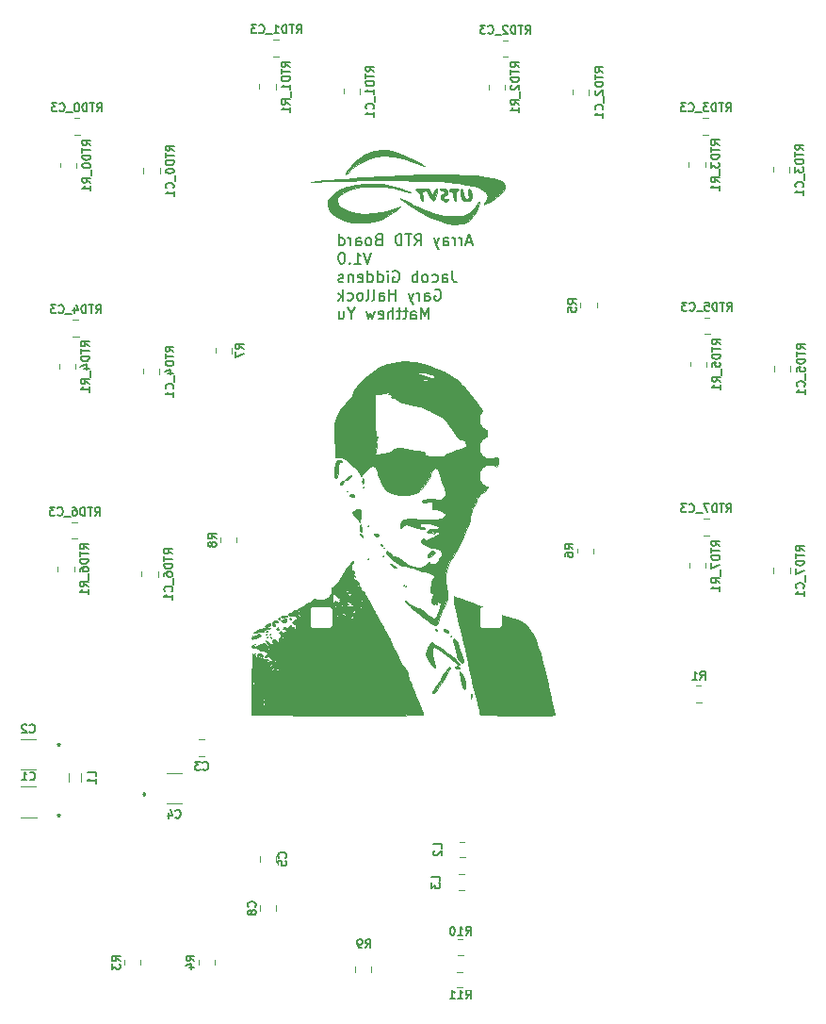
<source format=gbo>
G04 #@! TF.GenerationSoftware,KiCad,Pcbnew,5.1.7-a382d34a8~88~ubuntu18.04.1*
G04 #@! TF.CreationDate,2020-12-11T23:38:55-06:00*
G04 #@! TF.ProjectId,RTDTemp,52544454-656d-4702-9e6b-696361645f70,Rev1.2+*
G04 #@! TF.SameCoordinates,Original*
G04 #@! TF.FileFunction,Legend,Bot*
G04 #@! TF.FilePolarity,Positive*
%FSLAX46Y46*%
G04 Gerber Fmt 4.6, Leading zero omitted, Abs format (unit mm)*
G04 Created by KiCad (PCBNEW 5.1.7-a382d34a8~88~ubuntu18.04.1) date 2020-12-11 23:38:55*
%MOMM*%
%LPD*%
G01*
G04 APERTURE LIST*
%ADD10C,0.250000*%
%ADD11C,0.150000*%
%ADD12C,0.010000*%
%ADD13C,0.120000*%
%ADD14O,2.100000X2.100000*%
%ADD15C,3.200000*%
%ADD16C,1.670000*%
%ADD17O,2.420000X1.900000*%
%ADD18O,1.900000X2.420000*%
%ADD19C,1.908000*%
%ADD20C,1.930000*%
%ADD21C,2.400000*%
%ADD22C,3.400000*%
G04 APERTURE END LIST*
D10*
X36410000Y-99524285D02*
X36481428Y-99452857D01*
X36410000Y-99381428D01*
X36338571Y-99452857D01*
X36410000Y-99524285D01*
X36410000Y-99381428D01*
X28730000Y-95064285D02*
X28801428Y-94992857D01*
X28730000Y-94921428D01*
X28658571Y-94992857D01*
X28730000Y-95064285D01*
X28730000Y-94921428D01*
X28760000Y-101414285D02*
X28831428Y-101342857D01*
X28760000Y-101271428D01*
X28688571Y-101342857D01*
X28760000Y-101414285D01*
X28760000Y-101271428D01*
D11*
X65917976Y-49896666D02*
X65441785Y-49896666D01*
X66013214Y-50182380D02*
X65679880Y-49182380D01*
X65346547Y-50182380D01*
X65013214Y-50182380D02*
X65013214Y-49515714D01*
X65013214Y-49706190D02*
X64965595Y-49610952D01*
X64917976Y-49563333D01*
X64822738Y-49515714D01*
X64727500Y-49515714D01*
X64394166Y-50182380D02*
X64394166Y-49515714D01*
X64394166Y-49706190D02*
X64346547Y-49610952D01*
X64298928Y-49563333D01*
X64203690Y-49515714D01*
X64108452Y-49515714D01*
X63346547Y-50182380D02*
X63346547Y-49658571D01*
X63394166Y-49563333D01*
X63489404Y-49515714D01*
X63679880Y-49515714D01*
X63775119Y-49563333D01*
X63346547Y-50134761D02*
X63441785Y-50182380D01*
X63679880Y-50182380D01*
X63775119Y-50134761D01*
X63822738Y-50039523D01*
X63822738Y-49944285D01*
X63775119Y-49849047D01*
X63679880Y-49801428D01*
X63441785Y-49801428D01*
X63346547Y-49753809D01*
X62965595Y-49515714D02*
X62727500Y-50182380D01*
X62489404Y-49515714D02*
X62727500Y-50182380D01*
X62822738Y-50420476D01*
X62870357Y-50468095D01*
X62965595Y-50515714D01*
X60775119Y-50182380D02*
X61108452Y-49706190D01*
X61346547Y-50182380D02*
X61346547Y-49182380D01*
X60965595Y-49182380D01*
X60870357Y-49230000D01*
X60822738Y-49277619D01*
X60775119Y-49372857D01*
X60775119Y-49515714D01*
X60822738Y-49610952D01*
X60870357Y-49658571D01*
X60965595Y-49706190D01*
X61346547Y-49706190D01*
X60489404Y-49182380D02*
X59917976Y-49182380D01*
X60203690Y-50182380D02*
X60203690Y-49182380D01*
X59584642Y-50182380D02*
X59584642Y-49182380D01*
X59346547Y-49182380D01*
X59203690Y-49230000D01*
X59108452Y-49325238D01*
X59060833Y-49420476D01*
X59013214Y-49610952D01*
X59013214Y-49753809D01*
X59060833Y-49944285D01*
X59108452Y-50039523D01*
X59203690Y-50134761D01*
X59346547Y-50182380D01*
X59584642Y-50182380D01*
X57489404Y-49658571D02*
X57346547Y-49706190D01*
X57298928Y-49753809D01*
X57251309Y-49849047D01*
X57251309Y-49991904D01*
X57298928Y-50087142D01*
X57346547Y-50134761D01*
X57441785Y-50182380D01*
X57822738Y-50182380D01*
X57822738Y-49182380D01*
X57489404Y-49182380D01*
X57394166Y-49230000D01*
X57346547Y-49277619D01*
X57298928Y-49372857D01*
X57298928Y-49468095D01*
X57346547Y-49563333D01*
X57394166Y-49610952D01*
X57489404Y-49658571D01*
X57822738Y-49658571D01*
X56679880Y-50182380D02*
X56775119Y-50134761D01*
X56822738Y-50087142D01*
X56870357Y-49991904D01*
X56870357Y-49706190D01*
X56822738Y-49610952D01*
X56775119Y-49563333D01*
X56679880Y-49515714D01*
X56537023Y-49515714D01*
X56441785Y-49563333D01*
X56394166Y-49610952D01*
X56346547Y-49706190D01*
X56346547Y-49991904D01*
X56394166Y-50087142D01*
X56441785Y-50134761D01*
X56537023Y-50182380D01*
X56679880Y-50182380D01*
X55489404Y-50182380D02*
X55489404Y-49658571D01*
X55537023Y-49563333D01*
X55632261Y-49515714D01*
X55822738Y-49515714D01*
X55917976Y-49563333D01*
X55489404Y-50134761D02*
X55584642Y-50182380D01*
X55822738Y-50182380D01*
X55917976Y-50134761D01*
X55965595Y-50039523D01*
X55965595Y-49944285D01*
X55917976Y-49849047D01*
X55822738Y-49801428D01*
X55584642Y-49801428D01*
X55489404Y-49753809D01*
X55013214Y-50182380D02*
X55013214Y-49515714D01*
X55013214Y-49706190D02*
X54965595Y-49610952D01*
X54917976Y-49563333D01*
X54822738Y-49515714D01*
X54727500Y-49515714D01*
X53965595Y-50182380D02*
X53965595Y-49182380D01*
X53965595Y-50134761D02*
X54060833Y-50182380D01*
X54251309Y-50182380D01*
X54346547Y-50134761D01*
X54394166Y-50087142D01*
X54441785Y-49991904D01*
X54441785Y-49706190D01*
X54394166Y-49610952D01*
X54346547Y-49563333D01*
X54251309Y-49515714D01*
X54060833Y-49515714D01*
X53965595Y-49563333D01*
X56870357Y-50832380D02*
X56537023Y-51832380D01*
X56203690Y-50832380D01*
X55346547Y-51832380D02*
X55917976Y-51832380D01*
X55632261Y-51832380D02*
X55632261Y-50832380D01*
X55727500Y-50975238D01*
X55822738Y-51070476D01*
X55917976Y-51118095D01*
X54917976Y-51737142D02*
X54870357Y-51784761D01*
X54917976Y-51832380D01*
X54965595Y-51784761D01*
X54917976Y-51737142D01*
X54917976Y-51832380D01*
X54251309Y-50832380D02*
X54156071Y-50832380D01*
X54060833Y-50880000D01*
X54013214Y-50927619D01*
X53965595Y-51022857D01*
X53917976Y-51213333D01*
X53917976Y-51451428D01*
X53965595Y-51641904D01*
X54013214Y-51737142D01*
X54060833Y-51784761D01*
X54156071Y-51832380D01*
X54251309Y-51832380D01*
X54346547Y-51784761D01*
X54394166Y-51737142D01*
X54441785Y-51641904D01*
X54489404Y-51451428D01*
X54489404Y-51213333D01*
X54441785Y-51022857D01*
X54394166Y-50927619D01*
X54346547Y-50880000D01*
X54251309Y-50832380D01*
X64156071Y-52482380D02*
X64156071Y-53196666D01*
X64203690Y-53339523D01*
X64298928Y-53434761D01*
X64441785Y-53482380D01*
X64537023Y-53482380D01*
X63251309Y-53482380D02*
X63251309Y-52958571D01*
X63298928Y-52863333D01*
X63394166Y-52815714D01*
X63584642Y-52815714D01*
X63679880Y-52863333D01*
X63251309Y-53434761D02*
X63346547Y-53482380D01*
X63584642Y-53482380D01*
X63679880Y-53434761D01*
X63727500Y-53339523D01*
X63727500Y-53244285D01*
X63679880Y-53149047D01*
X63584642Y-53101428D01*
X63346547Y-53101428D01*
X63251309Y-53053809D01*
X62346547Y-53434761D02*
X62441785Y-53482380D01*
X62632261Y-53482380D01*
X62727500Y-53434761D01*
X62775119Y-53387142D01*
X62822738Y-53291904D01*
X62822738Y-53006190D01*
X62775119Y-52910952D01*
X62727500Y-52863333D01*
X62632261Y-52815714D01*
X62441785Y-52815714D01*
X62346547Y-52863333D01*
X61775119Y-53482380D02*
X61870357Y-53434761D01*
X61917976Y-53387142D01*
X61965595Y-53291904D01*
X61965595Y-53006190D01*
X61917976Y-52910952D01*
X61870357Y-52863333D01*
X61775119Y-52815714D01*
X61632261Y-52815714D01*
X61537023Y-52863333D01*
X61489404Y-52910952D01*
X61441785Y-53006190D01*
X61441785Y-53291904D01*
X61489404Y-53387142D01*
X61537023Y-53434761D01*
X61632261Y-53482380D01*
X61775119Y-53482380D01*
X61013214Y-53482380D02*
X61013214Y-52482380D01*
X61013214Y-52863333D02*
X60917976Y-52815714D01*
X60727500Y-52815714D01*
X60632261Y-52863333D01*
X60584642Y-52910952D01*
X60537023Y-53006190D01*
X60537023Y-53291904D01*
X60584642Y-53387142D01*
X60632261Y-53434761D01*
X60727500Y-53482380D01*
X60917976Y-53482380D01*
X61013214Y-53434761D01*
X58822738Y-52530000D02*
X58917976Y-52482380D01*
X59060833Y-52482380D01*
X59203690Y-52530000D01*
X59298928Y-52625238D01*
X59346547Y-52720476D01*
X59394166Y-52910952D01*
X59394166Y-53053809D01*
X59346547Y-53244285D01*
X59298928Y-53339523D01*
X59203690Y-53434761D01*
X59060833Y-53482380D01*
X58965595Y-53482380D01*
X58822738Y-53434761D01*
X58775119Y-53387142D01*
X58775119Y-53053809D01*
X58965595Y-53053809D01*
X58346547Y-53482380D02*
X58346547Y-52815714D01*
X58346547Y-52482380D02*
X58394166Y-52530000D01*
X58346547Y-52577619D01*
X58298928Y-52530000D01*
X58346547Y-52482380D01*
X58346547Y-52577619D01*
X57441785Y-53482380D02*
X57441785Y-52482380D01*
X57441785Y-53434761D02*
X57537023Y-53482380D01*
X57727500Y-53482380D01*
X57822738Y-53434761D01*
X57870357Y-53387142D01*
X57917976Y-53291904D01*
X57917976Y-53006190D01*
X57870357Y-52910952D01*
X57822738Y-52863333D01*
X57727500Y-52815714D01*
X57537023Y-52815714D01*
X57441785Y-52863333D01*
X56537023Y-53482380D02*
X56537023Y-52482380D01*
X56537023Y-53434761D02*
X56632261Y-53482380D01*
X56822738Y-53482380D01*
X56917976Y-53434761D01*
X56965595Y-53387142D01*
X57013214Y-53291904D01*
X57013214Y-53006190D01*
X56965595Y-52910952D01*
X56917976Y-52863333D01*
X56822738Y-52815714D01*
X56632261Y-52815714D01*
X56537023Y-52863333D01*
X55679880Y-53434761D02*
X55775119Y-53482380D01*
X55965595Y-53482380D01*
X56060833Y-53434761D01*
X56108452Y-53339523D01*
X56108452Y-52958571D01*
X56060833Y-52863333D01*
X55965595Y-52815714D01*
X55775119Y-52815714D01*
X55679880Y-52863333D01*
X55632261Y-52958571D01*
X55632261Y-53053809D01*
X56108452Y-53149047D01*
X55203690Y-52815714D02*
X55203690Y-53482380D01*
X55203690Y-52910952D02*
X55156071Y-52863333D01*
X55060833Y-52815714D01*
X54917976Y-52815714D01*
X54822738Y-52863333D01*
X54775119Y-52958571D01*
X54775119Y-53482380D01*
X54346547Y-53434761D02*
X54251309Y-53482380D01*
X54060833Y-53482380D01*
X53965595Y-53434761D01*
X53917976Y-53339523D01*
X53917976Y-53291904D01*
X53965595Y-53196666D01*
X54060833Y-53149047D01*
X54203690Y-53149047D01*
X54298928Y-53101428D01*
X54346547Y-53006190D01*
X54346547Y-52958571D01*
X54298928Y-52863333D01*
X54203690Y-52815714D01*
X54060833Y-52815714D01*
X53965595Y-52863333D01*
X62584642Y-54180000D02*
X62679880Y-54132380D01*
X62822738Y-54132380D01*
X62965595Y-54180000D01*
X63060833Y-54275238D01*
X63108452Y-54370476D01*
X63156071Y-54560952D01*
X63156071Y-54703809D01*
X63108452Y-54894285D01*
X63060833Y-54989523D01*
X62965595Y-55084761D01*
X62822738Y-55132380D01*
X62727500Y-55132380D01*
X62584642Y-55084761D01*
X62537023Y-55037142D01*
X62537023Y-54703809D01*
X62727500Y-54703809D01*
X61679880Y-55132380D02*
X61679880Y-54608571D01*
X61727500Y-54513333D01*
X61822738Y-54465714D01*
X62013214Y-54465714D01*
X62108452Y-54513333D01*
X61679880Y-55084761D02*
X61775119Y-55132380D01*
X62013214Y-55132380D01*
X62108452Y-55084761D01*
X62156071Y-54989523D01*
X62156071Y-54894285D01*
X62108452Y-54799047D01*
X62013214Y-54751428D01*
X61775119Y-54751428D01*
X61679880Y-54703809D01*
X61203690Y-55132380D02*
X61203690Y-54465714D01*
X61203690Y-54656190D02*
X61156071Y-54560952D01*
X61108452Y-54513333D01*
X61013214Y-54465714D01*
X60917976Y-54465714D01*
X60679880Y-54465714D02*
X60441785Y-55132380D01*
X60203690Y-54465714D02*
X60441785Y-55132380D01*
X60537023Y-55370476D01*
X60584642Y-55418095D01*
X60679880Y-55465714D01*
X59060833Y-55132380D02*
X59060833Y-54132380D01*
X59060833Y-54608571D02*
X58489404Y-54608571D01*
X58489404Y-55132380D02*
X58489404Y-54132380D01*
X57584642Y-55132380D02*
X57584642Y-54608571D01*
X57632261Y-54513333D01*
X57727500Y-54465714D01*
X57917976Y-54465714D01*
X58013214Y-54513333D01*
X57584642Y-55084761D02*
X57679880Y-55132380D01*
X57917976Y-55132380D01*
X58013214Y-55084761D01*
X58060833Y-54989523D01*
X58060833Y-54894285D01*
X58013214Y-54799047D01*
X57917976Y-54751428D01*
X57679880Y-54751428D01*
X57584642Y-54703809D01*
X56965595Y-55132380D02*
X57060833Y-55084761D01*
X57108452Y-54989523D01*
X57108452Y-54132380D01*
X56441785Y-55132380D02*
X56537023Y-55084761D01*
X56584642Y-54989523D01*
X56584642Y-54132380D01*
X55917976Y-55132380D02*
X56013214Y-55084761D01*
X56060833Y-55037142D01*
X56108452Y-54941904D01*
X56108452Y-54656190D01*
X56060833Y-54560952D01*
X56013214Y-54513333D01*
X55917976Y-54465714D01*
X55775119Y-54465714D01*
X55679880Y-54513333D01*
X55632261Y-54560952D01*
X55584642Y-54656190D01*
X55584642Y-54941904D01*
X55632261Y-55037142D01*
X55679880Y-55084761D01*
X55775119Y-55132380D01*
X55917976Y-55132380D01*
X54727500Y-55084761D02*
X54822738Y-55132380D01*
X55013214Y-55132380D01*
X55108452Y-55084761D01*
X55156071Y-55037142D01*
X55203690Y-54941904D01*
X55203690Y-54656190D01*
X55156071Y-54560952D01*
X55108452Y-54513333D01*
X55013214Y-54465714D01*
X54822738Y-54465714D01*
X54727500Y-54513333D01*
X54298928Y-55132380D02*
X54298928Y-54132380D01*
X54203690Y-54751428D02*
X53917976Y-55132380D01*
X53917976Y-54465714D02*
X54298928Y-54846666D01*
X62013214Y-56782380D02*
X62013214Y-55782380D01*
X61679880Y-56496666D01*
X61346547Y-55782380D01*
X61346547Y-56782380D01*
X60441785Y-56782380D02*
X60441785Y-56258571D01*
X60489404Y-56163333D01*
X60584642Y-56115714D01*
X60775119Y-56115714D01*
X60870357Y-56163333D01*
X60441785Y-56734761D02*
X60537023Y-56782380D01*
X60775119Y-56782380D01*
X60870357Y-56734761D01*
X60917976Y-56639523D01*
X60917976Y-56544285D01*
X60870357Y-56449047D01*
X60775119Y-56401428D01*
X60537023Y-56401428D01*
X60441785Y-56353809D01*
X60108452Y-56115714D02*
X59727500Y-56115714D01*
X59965595Y-55782380D02*
X59965595Y-56639523D01*
X59917976Y-56734761D01*
X59822738Y-56782380D01*
X59727500Y-56782380D01*
X59537023Y-56115714D02*
X59156071Y-56115714D01*
X59394166Y-55782380D02*
X59394166Y-56639523D01*
X59346547Y-56734761D01*
X59251309Y-56782380D01*
X59156071Y-56782380D01*
X58822738Y-56782380D02*
X58822738Y-55782380D01*
X58394166Y-56782380D02*
X58394166Y-56258571D01*
X58441785Y-56163333D01*
X58537023Y-56115714D01*
X58679880Y-56115714D01*
X58775119Y-56163333D01*
X58822738Y-56210952D01*
X57537023Y-56734761D02*
X57632261Y-56782380D01*
X57822738Y-56782380D01*
X57917976Y-56734761D01*
X57965595Y-56639523D01*
X57965595Y-56258571D01*
X57917976Y-56163333D01*
X57822738Y-56115714D01*
X57632261Y-56115714D01*
X57537023Y-56163333D01*
X57489404Y-56258571D01*
X57489404Y-56353809D01*
X57965595Y-56449047D01*
X57156071Y-56115714D02*
X56965595Y-56782380D01*
X56775119Y-56306190D01*
X56584642Y-56782380D01*
X56394166Y-56115714D01*
X55060833Y-56306190D02*
X55060833Y-56782380D01*
X55394166Y-55782380D02*
X55060833Y-56306190D01*
X54727500Y-55782380D01*
X53965595Y-56115714D02*
X53965595Y-56782380D01*
X54394166Y-56115714D02*
X54394166Y-56639523D01*
X54346547Y-56734761D01*
X54251309Y-56782380D01*
X54108452Y-56782380D01*
X54013214Y-56734761D01*
X53965595Y-56687142D01*
D12*
G36*
X59501583Y-46039313D02*
G01*
X59685010Y-46173627D01*
X59955292Y-46358048D01*
X60283442Y-46573760D01*
X60640474Y-46801948D01*
X60997401Y-47023795D01*
X61325235Y-47220486D01*
X61562379Y-47355489D01*
X62309592Y-47722640D01*
X63039034Y-48001038D01*
X63727050Y-48185144D01*
X64349988Y-48269424D01*
X64884193Y-48248339D01*
X65129657Y-48190469D01*
X65613131Y-47944277D01*
X66014541Y-47552205D01*
X66300449Y-47080429D01*
X66415497Y-46813420D01*
X66498173Y-46577845D01*
X66544075Y-46398973D01*
X66548801Y-46302074D01*
X66507950Y-46312418D01*
X66417121Y-46455274D01*
X66405551Y-46477000D01*
X66072360Y-46940842D01*
X65623612Y-47314930D01*
X65487666Y-47394921D01*
X65314575Y-47476448D01*
X65129985Y-47529418D01*
X64892995Y-47559376D01*
X64562704Y-47571869D01*
X64175333Y-47572887D01*
X63713087Y-47565070D01*
X63357723Y-47540514D01*
X63046941Y-47489661D01*
X62718442Y-47402955D01*
X62397333Y-47300125D01*
X62004308Y-47154784D01*
X61522265Y-46954941D01*
X61011207Y-46726511D01*
X60531137Y-46495408D01*
X60513500Y-46486512D01*
X60129660Y-46294671D01*
X59805966Y-46137028D01*
X59569073Y-46026240D01*
X59445636Y-45974964D01*
X59434000Y-45973923D01*
X59501583Y-46039313D01*
G37*
X59501583Y-46039313D02*
X59685010Y-46173627D01*
X59955292Y-46358048D01*
X60283442Y-46573760D01*
X60640474Y-46801948D01*
X60997401Y-47023795D01*
X61325235Y-47220486D01*
X61562379Y-47355489D01*
X62309592Y-47722640D01*
X63039034Y-48001038D01*
X63727050Y-48185144D01*
X64349988Y-48269424D01*
X64884193Y-48248339D01*
X65129657Y-48190469D01*
X65613131Y-47944277D01*
X66014541Y-47552205D01*
X66300449Y-47080429D01*
X66415497Y-46813420D01*
X66498173Y-46577845D01*
X66544075Y-46398973D01*
X66548801Y-46302074D01*
X66507950Y-46312418D01*
X66417121Y-46455274D01*
X66405551Y-46477000D01*
X66072360Y-46940842D01*
X65623612Y-47314930D01*
X65487666Y-47394921D01*
X65314575Y-47476448D01*
X65129985Y-47529418D01*
X64892995Y-47559376D01*
X64562704Y-47571869D01*
X64175333Y-47572887D01*
X63713087Y-47565070D01*
X63357723Y-47540514D01*
X63046941Y-47489661D01*
X62718442Y-47402955D01*
X62397333Y-47300125D01*
X62004308Y-47154784D01*
X61522265Y-46954941D01*
X61011207Y-46726511D01*
X60531137Y-46495408D01*
X60513500Y-46486512D01*
X60129660Y-46294671D01*
X59805966Y-46137028D01*
X59569073Y-46026240D01*
X59445636Y-45974964D01*
X59434000Y-45973923D01*
X59501583Y-46039313D01*
G36*
X56223384Y-44674884D02*
G01*
X55456905Y-44756699D01*
X54785679Y-44901139D01*
X54650333Y-44942989D01*
X54013721Y-45199973D01*
X53518334Y-45497975D01*
X53168625Y-45828364D01*
X52969048Y-46182511D01*
X52924056Y-46551786D01*
X53038103Y-46927560D01*
X53315643Y-47301203D01*
X53393941Y-47377501D01*
X53853294Y-47699800D01*
X54435672Y-47941745D01*
X55111566Y-48096518D01*
X55851469Y-48157305D01*
X56606278Y-48119577D01*
X56998741Y-48055619D01*
X57404886Y-47960150D01*
X57676958Y-47874726D01*
X58045756Y-47710908D01*
X58447258Y-47491585D01*
X58830836Y-47248294D01*
X59145862Y-47012570D01*
X59307000Y-46859358D01*
X59476333Y-46665501D01*
X59222333Y-46794686D01*
X58567245Y-47057412D01*
X57823870Y-47237303D01*
X57034552Y-47332579D01*
X56241634Y-47341459D01*
X55487458Y-47262163D01*
X54814368Y-47092909D01*
X54557861Y-46990870D01*
X54131482Y-46748059D01*
X53869786Y-46488225D01*
X53769991Y-46219425D01*
X53829314Y-45949717D01*
X54044973Y-45687160D01*
X54414185Y-45439810D01*
X54934169Y-45215726D01*
X55200666Y-45129350D01*
X56016797Y-44955229D01*
X56919602Y-44882743D01*
X57861306Y-44910587D01*
X58794134Y-45037453D01*
X59635111Y-45250601D01*
X59967390Y-45353953D01*
X60232869Y-45429913D01*
X60395026Y-45468382D01*
X60427242Y-45469647D01*
X60384995Y-45415450D01*
X60211425Y-45328737D01*
X59938765Y-45220844D01*
X59599248Y-45103111D01*
X59225106Y-44986876D01*
X58848572Y-44883478D01*
X58583343Y-44821034D01*
X57837703Y-44705467D01*
X57034017Y-44657279D01*
X56223384Y-44674884D01*
G37*
X56223384Y-44674884D02*
X55456905Y-44756699D01*
X54785679Y-44901139D01*
X54650333Y-44942989D01*
X54013721Y-45199973D01*
X53518334Y-45497975D01*
X53168625Y-45828364D01*
X52969048Y-46182511D01*
X52924056Y-46551786D01*
X53038103Y-46927560D01*
X53315643Y-47301203D01*
X53393941Y-47377501D01*
X53853294Y-47699800D01*
X54435672Y-47941745D01*
X55111566Y-48096518D01*
X55851469Y-48157305D01*
X56606278Y-48119577D01*
X56998741Y-48055619D01*
X57404886Y-47960150D01*
X57676958Y-47874726D01*
X58045756Y-47710908D01*
X58447258Y-47491585D01*
X58830836Y-47248294D01*
X59145862Y-47012570D01*
X59307000Y-46859358D01*
X59476333Y-46665501D01*
X59222333Y-46794686D01*
X58567245Y-47057412D01*
X57823870Y-47237303D01*
X57034552Y-47332579D01*
X56241634Y-47341459D01*
X55487458Y-47262163D01*
X54814368Y-47092909D01*
X54557861Y-46990870D01*
X54131482Y-46748059D01*
X53869786Y-46488225D01*
X53769991Y-46219425D01*
X53829314Y-45949717D01*
X54044973Y-45687160D01*
X54414185Y-45439810D01*
X54934169Y-45215726D01*
X55200666Y-45129350D01*
X56016797Y-44955229D01*
X56919602Y-44882743D01*
X57861306Y-44910587D01*
X58794134Y-45037453D01*
X59635111Y-45250601D01*
X59967390Y-45353953D01*
X60232869Y-45429913D01*
X60395026Y-45468382D01*
X60427242Y-45469647D01*
X60384995Y-45415450D01*
X60211425Y-45328737D01*
X59938765Y-45220844D01*
X59599248Y-45103111D01*
X59225106Y-44986876D01*
X58848572Y-44883478D01*
X58583343Y-44821034D01*
X57837703Y-44705467D01*
X57034017Y-44657279D01*
X56223384Y-44674884D01*
G36*
X61446057Y-43835662D02*
G01*
X59831699Y-43889837D01*
X58063779Y-43975813D01*
X56143471Y-44093673D01*
X55878000Y-44111663D01*
X55225054Y-44157680D01*
X54534444Y-44208602D01*
X53856667Y-44260553D01*
X53242222Y-44309655D01*
X52741607Y-44352030D01*
X52703000Y-44355458D01*
X51433000Y-44468801D01*
X53338000Y-44414567D01*
X54154920Y-44394732D01*
X55040947Y-44379324D01*
X55976118Y-44368234D01*
X56940473Y-44361357D01*
X57914050Y-44358585D01*
X58876887Y-44359811D01*
X59809022Y-44364927D01*
X60690493Y-44373828D01*
X61501340Y-44386404D01*
X62221599Y-44402551D01*
X62831310Y-44422159D01*
X63310511Y-44445123D01*
X63625000Y-44469767D01*
X64599560Y-44589425D01*
X65412254Y-44722204D01*
X66070220Y-44870644D01*
X66580594Y-45037283D01*
X66950513Y-45224661D01*
X67187114Y-45435318D01*
X67297533Y-45671793D01*
X67308000Y-45780189D01*
X67258075Y-46022824D01*
X67137500Y-46266887D01*
X67132901Y-46273430D01*
X67034737Y-46425554D01*
X67024275Y-46493634D01*
X67114724Y-46475003D01*
X67319295Y-46366997D01*
X67646666Y-46169745D01*
X68075374Y-45879938D01*
X68439208Y-45585182D01*
X68711715Y-45309932D01*
X68866441Y-45078643D01*
X68885108Y-45024878D01*
X68871021Y-44765570D01*
X68691618Y-44537240D01*
X68348074Y-44339968D01*
X67841565Y-44173839D01*
X67173266Y-44038934D01*
X66344353Y-43935336D01*
X65356000Y-43863127D01*
X64209382Y-43822390D01*
X62905677Y-43813208D01*
X61446057Y-43835662D01*
G37*
X61446057Y-43835662D02*
X59831699Y-43889837D01*
X58063779Y-43975813D01*
X56143471Y-44093673D01*
X55878000Y-44111663D01*
X55225054Y-44157680D01*
X54534444Y-44208602D01*
X53856667Y-44260553D01*
X53242222Y-44309655D01*
X52741607Y-44352030D01*
X52703000Y-44355458D01*
X51433000Y-44468801D01*
X53338000Y-44414567D01*
X54154920Y-44394732D01*
X55040947Y-44379324D01*
X55976118Y-44368234D01*
X56940473Y-44361357D01*
X57914050Y-44358585D01*
X58876887Y-44359811D01*
X59809022Y-44364927D01*
X60690493Y-44373828D01*
X61501340Y-44386404D01*
X62221599Y-44402551D01*
X62831310Y-44422159D01*
X63310511Y-44445123D01*
X63625000Y-44469767D01*
X64599560Y-44589425D01*
X65412254Y-44722204D01*
X66070220Y-44870644D01*
X66580594Y-45037283D01*
X66950513Y-45224661D01*
X67187114Y-45435318D01*
X67297533Y-45671793D01*
X67308000Y-45780189D01*
X67258075Y-46022824D01*
X67137500Y-46266887D01*
X67132901Y-46273430D01*
X67034737Y-46425554D01*
X67024275Y-46493634D01*
X67114724Y-46475003D01*
X67319295Y-46366997D01*
X67646666Y-46169745D01*
X68075374Y-45879938D01*
X68439208Y-45585182D01*
X68711715Y-45309932D01*
X68866441Y-45078643D01*
X68885108Y-45024878D01*
X68871021Y-44765570D01*
X68691618Y-44537240D01*
X68348074Y-44339968D01*
X67841565Y-44173839D01*
X67173266Y-44038934D01*
X66344353Y-43935336D01*
X65356000Y-43863127D01*
X64209382Y-43822390D01*
X62905677Y-43813208D01*
X61446057Y-43835662D01*
G36*
X64871383Y-45149315D02*
G01*
X64854686Y-45228167D01*
X64878444Y-45442794D01*
X64933594Y-45702471D01*
X65002892Y-45940123D01*
X65069093Y-46088676D01*
X65078918Y-46100361D01*
X65268991Y-46195001D01*
X65517669Y-46223677D01*
X65720500Y-46175932D01*
X65819141Y-46040585D01*
X65869599Y-45816812D01*
X65874653Y-45556811D01*
X65837081Y-45312782D01*
X65759665Y-45136923D01*
X65662142Y-45080000D01*
X65602474Y-45138109D01*
X65585290Y-45326093D01*
X65597627Y-45553009D01*
X65615826Y-45820789D01*
X65603735Y-45958448D01*
X65547317Y-46004415D01*
X65435260Y-45997509D01*
X65311007Y-45955283D01*
X65232779Y-45843762D01*
X65175202Y-45619613D01*
X65158259Y-45524500D01*
X65088605Y-45238155D01*
X65004235Y-45093690D01*
X64967759Y-45080000D01*
X64871383Y-45149315D01*
G37*
X64871383Y-45149315D02*
X64854686Y-45228167D01*
X64878444Y-45442794D01*
X64933594Y-45702471D01*
X65002892Y-45940123D01*
X65069093Y-46088676D01*
X65078918Y-46100361D01*
X65268991Y-46195001D01*
X65517669Y-46223677D01*
X65720500Y-46175932D01*
X65819141Y-46040585D01*
X65869599Y-45816812D01*
X65874653Y-45556811D01*
X65837081Y-45312782D01*
X65759665Y-45136923D01*
X65662142Y-45080000D01*
X65602474Y-45138109D01*
X65585290Y-45326093D01*
X65597627Y-45553009D01*
X65615826Y-45820789D01*
X65603735Y-45958448D01*
X65547317Y-46004415D01*
X65435260Y-45997509D01*
X65311007Y-45955283D01*
X65232779Y-45843762D01*
X65175202Y-45619613D01*
X65158259Y-45524500D01*
X65088605Y-45238155D01*
X65004235Y-45093690D01*
X64967759Y-45080000D01*
X64871383Y-45149315D01*
G36*
X63032865Y-45123696D02*
G01*
X63011588Y-45185834D01*
X63114029Y-45268619D01*
X63244000Y-45291667D01*
X63426081Y-45331982D01*
X63460729Y-45428427D01*
X63342099Y-45544247D01*
X63288526Y-45571596D01*
X63114391Y-45719319D01*
X63089657Y-45908490D01*
X63216231Y-46097372D01*
X63262839Y-46133533D01*
X63473917Y-46247544D01*
X63645081Y-46239270D01*
X63741680Y-46188836D01*
X63822317Y-46087447D01*
X63767074Y-46007410D01*
X63609008Y-45981665D01*
X63542354Y-45990225D01*
X63374282Y-45980631D01*
X63328118Y-45895169D01*
X63407770Y-45779420D01*
X63518672Y-45713910D01*
X63694951Y-45564940D01*
X63737567Y-45364311D01*
X63663958Y-45202933D01*
X63535162Y-45124772D01*
X63348073Y-45084491D01*
X63161153Y-45083621D01*
X63032865Y-45123696D01*
G37*
X63032865Y-45123696D02*
X63011588Y-45185834D01*
X63114029Y-45268619D01*
X63244000Y-45291667D01*
X63426081Y-45331982D01*
X63460729Y-45428427D01*
X63342099Y-45544247D01*
X63288526Y-45571596D01*
X63114391Y-45719319D01*
X63089657Y-45908490D01*
X63216231Y-46097372D01*
X63262839Y-46133533D01*
X63473917Y-46247544D01*
X63645081Y-46239270D01*
X63741680Y-46188836D01*
X63822317Y-46087447D01*
X63767074Y-46007410D01*
X63609008Y-45981665D01*
X63542354Y-45990225D01*
X63374282Y-45980631D01*
X63328118Y-45895169D01*
X63407770Y-45779420D01*
X63518672Y-45713910D01*
X63694951Y-45564940D01*
X63737567Y-45364311D01*
X63663958Y-45202933D01*
X63535162Y-45124772D01*
X63348073Y-45084491D01*
X63161153Y-45083621D01*
X63032865Y-45123696D01*
G36*
X63993781Y-45093596D02*
G01*
X63863756Y-45140668D01*
X63836666Y-45207000D01*
X63906950Y-45310509D01*
X64003084Y-45334000D01*
X64108805Y-45365175D01*
X64175004Y-45484676D01*
X64222166Y-45731465D01*
X64225658Y-45757334D01*
X64285134Y-46043175D01*
X64368818Y-46171210D01*
X64405852Y-46180667D01*
X64476747Y-46148698D01*
X64497907Y-46028218D01*
X64475064Y-45782366D01*
X64471666Y-45757334D01*
X64445050Y-45503201D01*
X64460819Y-45375507D01*
X64526074Y-45335076D01*
X64548388Y-45334000D01*
X64665657Y-45269644D01*
X64683333Y-45207000D01*
X64638014Y-45127135D01*
X64481106Y-45088127D01*
X64260000Y-45080000D01*
X63993781Y-45093596D01*
G37*
X63993781Y-45093596D02*
X63863756Y-45140668D01*
X63836666Y-45207000D01*
X63906950Y-45310509D01*
X64003084Y-45334000D01*
X64108805Y-45365175D01*
X64175004Y-45484676D01*
X64222166Y-45731465D01*
X64225658Y-45757334D01*
X64285134Y-46043175D01*
X64368818Y-46171210D01*
X64405852Y-46180667D01*
X64476747Y-46148698D01*
X64497907Y-46028218D01*
X64475064Y-45782366D01*
X64471666Y-45757334D01*
X64445050Y-45503201D01*
X64460819Y-45375507D01*
X64526074Y-45335076D01*
X64548388Y-45334000D01*
X64665657Y-45269644D01*
X64683333Y-45207000D01*
X64638014Y-45127135D01*
X64481106Y-45088127D01*
X64260000Y-45080000D01*
X63993781Y-45093596D01*
G36*
X61062000Y-45088171D02*
G01*
X60871456Y-45115224D01*
X60807025Y-45164973D01*
X60809409Y-45185834D01*
X60912111Y-45281847D01*
X61028132Y-45318722D01*
X61171636Y-45390816D01*
X61213156Y-45572722D01*
X61242487Y-45887587D01*
X61318927Y-46101292D01*
X61430568Y-46180663D01*
X61431425Y-46180667D01*
X61491787Y-46155620D01*
X61513041Y-46060418D01*
X61494963Y-45864973D01*
X61437327Y-45539193D01*
X61426225Y-45482167D01*
X61458456Y-45357742D01*
X61551537Y-45334000D01*
X61697642Y-45288815D01*
X61737716Y-45238517D01*
X61788831Y-45258527D01*
X61893855Y-45400276D01*
X62031098Y-45633984D01*
X62046070Y-45661851D01*
X62199682Y-45920806D01*
X62339732Y-46106760D01*
X62436620Y-46180593D01*
X62438624Y-46180667D01*
X62528170Y-46103915D01*
X62628572Y-45899296D01*
X62687659Y-45723136D01*
X62776341Y-45400851D01*
X62811640Y-45207502D01*
X62793933Y-45111449D01*
X62723594Y-45081054D01*
X62695280Y-45080000D01*
X62588358Y-45152943D01*
X62518875Y-45312834D01*
X62452079Y-45582998D01*
X62392903Y-45694036D01*
X62321520Y-45653914D01*
X62218103Y-45470599D01*
X62202833Y-45439834D01*
X62025306Y-45080000D01*
X61399931Y-45080000D01*
X61062000Y-45088171D01*
G37*
X61062000Y-45088171D02*
X60871456Y-45115224D01*
X60807025Y-45164973D01*
X60809409Y-45185834D01*
X60912111Y-45281847D01*
X61028132Y-45318722D01*
X61171636Y-45390816D01*
X61213156Y-45572722D01*
X61242487Y-45887587D01*
X61318927Y-46101292D01*
X61430568Y-46180663D01*
X61431425Y-46180667D01*
X61491787Y-46155620D01*
X61513041Y-46060418D01*
X61494963Y-45864973D01*
X61437327Y-45539193D01*
X61426225Y-45482167D01*
X61458456Y-45357742D01*
X61551537Y-45334000D01*
X61697642Y-45288815D01*
X61737716Y-45238517D01*
X61788831Y-45258527D01*
X61893855Y-45400276D01*
X62031098Y-45633984D01*
X62046070Y-45661851D01*
X62199682Y-45920806D01*
X62339732Y-46106760D01*
X62436620Y-46180593D01*
X62438624Y-46180667D01*
X62528170Y-46103915D01*
X62628572Y-45899296D01*
X62687659Y-45723136D01*
X62776341Y-45400851D01*
X62811640Y-45207502D01*
X62793933Y-45111449D01*
X62723594Y-45081054D01*
X62695280Y-45080000D01*
X62588358Y-45152943D01*
X62518875Y-45312834D01*
X62452079Y-45582998D01*
X62392903Y-45694036D01*
X62321520Y-45653914D01*
X62218103Y-45470599D01*
X62202833Y-45439834D01*
X62025306Y-45080000D01*
X61399931Y-45080000D01*
X61062000Y-45088171D01*
G36*
X57174978Y-41697039D02*
G01*
X56867332Y-41779318D01*
X56240758Y-42053482D01*
X55636490Y-42473275D01*
X55087655Y-43015341D01*
X55048230Y-43061975D01*
X54835568Y-43327321D01*
X54665188Y-43559225D01*
X54557457Y-43727853D01*
X54532740Y-43803370D01*
X54541521Y-43804302D01*
X54612702Y-43750987D01*
X54781084Y-43614039D01*
X55014831Y-43419479D01*
X55100441Y-43347442D01*
X55812867Y-42818873D01*
X56530105Y-42438433D01*
X57266574Y-42204838D01*
X58036691Y-42116807D01*
X58854873Y-42173057D01*
X59735537Y-42372308D01*
X60693103Y-42713276D01*
X60959686Y-42826400D01*
X61328483Y-42981373D01*
X61553585Y-43062557D01*
X61641145Y-43075023D01*
X61597317Y-43023842D01*
X61428254Y-42914085D01*
X61140110Y-42750824D01*
X60739038Y-42539130D01*
X60407666Y-42371458D01*
X59628536Y-42014603D01*
X58942342Y-41773189D01*
X58322445Y-41642760D01*
X57742203Y-41618863D01*
X57174978Y-41697039D01*
G37*
X57174978Y-41697039D02*
X56867332Y-41779318D01*
X56240758Y-42053482D01*
X55636490Y-42473275D01*
X55087655Y-43015341D01*
X55048230Y-43061975D01*
X54835568Y-43327321D01*
X54665188Y-43559225D01*
X54557457Y-43727853D01*
X54532740Y-43803370D01*
X54541521Y-43804302D01*
X54612702Y-43750987D01*
X54781084Y-43614039D01*
X55014831Y-43419479D01*
X55100441Y-43347442D01*
X55812867Y-42818873D01*
X56530105Y-42438433D01*
X57266574Y-42204838D01*
X58036691Y-42116807D01*
X58854873Y-42173057D01*
X59735537Y-42372308D01*
X60693103Y-42713276D01*
X60959686Y-42826400D01*
X61328483Y-42981373D01*
X61553585Y-43062557D01*
X61641145Y-43075023D01*
X61597317Y-43023842D01*
X61428254Y-42914085D01*
X61140110Y-42750824D01*
X60739038Y-42539130D01*
X60407666Y-42371458D01*
X59628536Y-42014603D01*
X58942342Y-41773189D01*
X58322445Y-41642760D01*
X57742203Y-41618863D01*
X57174978Y-41697039D01*
G36*
X64258236Y-81756283D02*
G01*
X64260449Y-81945303D01*
X64271069Y-82015500D01*
X64325438Y-82300914D01*
X64413850Y-82719212D01*
X64529170Y-83239027D01*
X64664263Y-83828994D01*
X64811995Y-84457744D01*
X64965230Y-85093912D01*
X65046230Y-85423334D01*
X65168189Y-85915772D01*
X65293005Y-86420249D01*
X65406319Y-86878702D01*
X65493771Y-87233064D01*
X65496383Y-87243667D01*
X65595205Y-87675689D01*
X65692304Y-88150847D01*
X65764915Y-88556000D01*
X65825044Y-88876205D01*
X65918531Y-89308305D01*
X66033687Y-89800960D01*
X66158825Y-90302833D01*
X66188970Y-90418667D01*
X66308124Y-90878954D01*
X66415723Y-91306784D01*
X66502206Y-91663246D01*
X66558009Y-91909433D01*
X66568963Y-91964769D01*
X66624559Y-92182705D01*
X66689076Y-92318032D01*
X66702273Y-92330015D01*
X66800651Y-92340782D01*
X67045230Y-92351237D01*
X67412876Y-92361181D01*
X67880457Y-92370419D01*
X68424839Y-92378753D01*
X69022890Y-92385986D01*
X69651476Y-92391920D01*
X70287465Y-92396359D01*
X70907723Y-92399105D01*
X71489119Y-92399961D01*
X72008518Y-92398730D01*
X72442787Y-92395214D01*
X72768795Y-92389217D01*
X72926561Y-92383075D01*
X73361455Y-92357817D01*
X73200882Y-91663409D01*
X73125011Y-91329974D01*
X73024504Y-90880675D01*
X72910387Y-90365183D01*
X72793686Y-89833169D01*
X72746029Y-89614334D01*
X72507820Y-88551287D01*
X72286813Y-87640892D01*
X72077617Y-86867984D01*
X71874834Y-86217395D01*
X71673073Y-85673959D01*
X71466937Y-85222510D01*
X71251034Y-84847882D01*
X71019969Y-84534908D01*
X70886246Y-84385420D01*
X70705444Y-84209376D01*
X70521531Y-84069323D01*
X70298535Y-83946855D01*
X70000484Y-83823568D01*
X69591408Y-83681055D01*
X69364092Y-83606583D01*
X69018040Y-83488016D01*
X68550898Y-83318644D01*
X67998262Y-83111879D01*
X67395727Y-82881134D01*
X66778888Y-82639822D01*
X66434253Y-82502575D01*
X65884763Y-82283780D01*
X65384475Y-82087614D01*
X64955636Y-81922555D01*
X64620496Y-81797082D01*
X64401303Y-81719675D01*
X64323034Y-81698000D01*
X64258236Y-81756283D01*
G37*
X64258236Y-81756283D02*
X64260449Y-81945303D01*
X64271069Y-82015500D01*
X64325438Y-82300914D01*
X64413850Y-82719212D01*
X64529170Y-83239027D01*
X64664263Y-83828994D01*
X64811995Y-84457744D01*
X64965230Y-85093912D01*
X65046230Y-85423334D01*
X65168189Y-85915772D01*
X65293005Y-86420249D01*
X65406319Y-86878702D01*
X65493771Y-87233064D01*
X65496383Y-87243667D01*
X65595205Y-87675689D01*
X65692304Y-88150847D01*
X65764915Y-88556000D01*
X65825044Y-88876205D01*
X65918531Y-89308305D01*
X66033687Y-89800960D01*
X66158825Y-90302833D01*
X66188970Y-90418667D01*
X66308124Y-90878954D01*
X66415723Y-91306784D01*
X66502206Y-91663246D01*
X66558009Y-91909433D01*
X66568963Y-91964769D01*
X66624559Y-92182705D01*
X66689076Y-92318032D01*
X66702273Y-92330015D01*
X66800651Y-92340782D01*
X67045230Y-92351237D01*
X67412876Y-92361181D01*
X67880457Y-92370419D01*
X68424839Y-92378753D01*
X69022890Y-92385986D01*
X69651476Y-92391920D01*
X70287465Y-92396359D01*
X70907723Y-92399105D01*
X71489119Y-92399961D01*
X72008518Y-92398730D01*
X72442787Y-92395214D01*
X72768795Y-92389217D01*
X72926561Y-92383075D01*
X73361455Y-92357817D01*
X73200882Y-91663409D01*
X73125011Y-91329974D01*
X73024504Y-90880675D01*
X72910387Y-90365183D01*
X72793686Y-89833169D01*
X72746029Y-89614334D01*
X72507820Y-88551287D01*
X72286813Y-87640892D01*
X72077617Y-86867984D01*
X71874834Y-86217395D01*
X71673073Y-85673959D01*
X71466937Y-85222510D01*
X71251034Y-84847882D01*
X71019969Y-84534908D01*
X70886246Y-84385420D01*
X70705444Y-84209376D01*
X70521531Y-84069323D01*
X70298535Y-83946855D01*
X70000484Y-83823568D01*
X69591408Y-83681055D01*
X69364092Y-83606583D01*
X69018040Y-83488016D01*
X68550898Y-83318644D01*
X67998262Y-83111879D01*
X67395727Y-82881134D01*
X66778888Y-82639822D01*
X66434253Y-82502575D01*
X65884763Y-82283780D01*
X65384475Y-82087614D01*
X64955636Y-81922555D01*
X64620496Y-81797082D01*
X64401303Y-81719675D01*
X64323034Y-81698000D01*
X64258236Y-81756283D01*
G36*
X55109939Y-78593783D02*
G01*
X54950142Y-78776847D01*
X54761413Y-79036011D01*
X54604573Y-79280657D01*
X54249133Y-79850830D01*
X53956189Y-80282486D01*
X53714494Y-80589541D01*
X53512801Y-80785912D01*
X53339864Y-80885515D01*
X53298110Y-80897303D01*
X53014003Y-81009040D01*
X52664328Y-81222277D01*
X52295495Y-81508262D01*
X52056936Y-81705054D01*
X51793557Y-81909314D01*
X51543197Y-82093333D01*
X51343694Y-82229403D01*
X51232886Y-82289815D01*
X51227083Y-82290667D01*
X51122227Y-82334674D01*
X50925507Y-82448799D01*
X50731204Y-82574118D01*
X50438019Y-82751867D01*
X50142371Y-82901412D01*
X49990721Y-82961941D01*
X49802319Y-83044424D01*
X49717939Y-83123825D01*
X49720551Y-83144157D01*
X49685279Y-83200220D01*
X49541630Y-83222000D01*
X49389463Y-83235477D01*
X49380059Y-83294605D01*
X49422595Y-83352126D01*
X49575246Y-83455474D01*
X49665795Y-83469377D01*
X49968455Y-83462808D01*
X50133263Y-83520205D01*
X50182000Y-83645334D01*
X50126392Y-83785360D01*
X50048953Y-83814667D01*
X49875981Y-83870998D01*
X49807663Y-83922909D01*
X49742540Y-84035816D01*
X49810137Y-84134576D01*
X49951083Y-84224460D01*
X50009094Y-84238000D01*
X50075418Y-84310434D01*
X50097334Y-84449667D01*
X50051030Y-84622661D01*
X49961275Y-84661334D01*
X49864916Y-84608772D01*
X49872297Y-84538645D01*
X49868540Y-84452736D01*
X49796689Y-84463037D01*
X49692576Y-84445059D01*
X49674000Y-84367003D01*
X49625091Y-84262809D01*
X49568167Y-84259167D01*
X49471100Y-84363105D01*
X49462334Y-84413230D01*
X49401659Y-84522712D01*
X49275670Y-84560347D01*
X49168417Y-84509880D01*
X49151973Y-84473243D01*
X49099665Y-84420540D01*
X48984390Y-84501987D01*
X48962129Y-84524115D01*
X48854059Y-84640407D01*
X48870978Y-84666281D01*
X48983296Y-84640298D01*
X49125394Y-84629195D01*
X49166000Y-84662335D01*
X49189875Y-84795246D01*
X49216321Y-84887242D01*
X49241149Y-84987708D01*
X49192274Y-84938653D01*
X49175284Y-84915334D01*
X49099783Y-84845114D01*
X49082630Y-84894167D01*
X49013670Y-84989407D01*
X48961389Y-85000000D01*
X48828151Y-84936405D01*
X48802639Y-84894167D01*
X48744798Y-84834951D01*
X48647417Y-84904750D01*
X48577233Y-85007779D01*
X48636834Y-85059972D01*
X48733627Y-85161962D01*
X48711377Y-85296377D01*
X48622239Y-85366763D01*
X48539389Y-85476601D01*
X48544949Y-85577932D01*
X48544100Y-85728563D01*
X48480059Y-85804265D01*
X48398355Y-85767595D01*
X48373196Y-85719181D01*
X48260838Y-85619528D01*
X48089057Y-85595808D01*
X47951336Y-85658359D01*
X47941950Y-85671483D01*
X47952567Y-85780223D01*
X47979286Y-85803480D01*
X48063248Y-85913556D01*
X48001382Y-86000552D01*
X47914817Y-86016000D01*
X47747913Y-85955489D01*
X47619312Y-85846667D01*
X47474854Y-85718627D01*
X47374071Y-85677334D01*
X47357109Y-85728999D01*
X47443299Y-85856496D01*
X47472354Y-85888666D01*
X47590167Y-86044349D01*
X47618986Y-86149252D01*
X47613778Y-86157111D01*
X47521401Y-86144239D01*
X47519635Y-86143000D01*
X47218667Y-86143000D01*
X47176334Y-86185334D01*
X47134000Y-86143000D01*
X47176334Y-86100667D01*
X47218667Y-86143000D01*
X47519635Y-86143000D01*
X47369726Y-86037886D01*
X47345333Y-86015687D01*
X47207093Y-85911269D01*
X47136454Y-85907923D01*
X47134000Y-85921572D01*
X47084663Y-85985976D01*
X47049508Y-85973774D01*
X46929944Y-85979813D01*
X46747229Y-86054539D01*
X46569264Y-86161692D01*
X46463948Y-86265012D01*
X46456667Y-86290372D01*
X46529893Y-86352507D01*
X46707152Y-86408944D01*
X46717496Y-86411066D01*
X46882370Y-86460923D01*
X46890603Y-86518793D01*
X46865663Y-86538521D01*
X46839110Y-86580380D01*
X46966335Y-86564343D01*
X46978497Y-86561568D01*
X47210666Y-86567205D01*
X47377840Y-86683173D01*
X47551687Y-86857020D01*
X47378959Y-86978004D01*
X47270395Y-87092789D01*
X47300824Y-87157449D01*
X47439109Y-87161766D01*
X47505858Y-87124255D01*
X47626775Y-87087675D01*
X47743271Y-87180466D01*
X47852714Y-87322244D01*
X47937395Y-87454184D01*
X47972011Y-87532346D01*
X47938531Y-87519568D01*
X47823536Y-87509239D01*
X47766355Y-87542195D01*
X47608238Y-87586996D01*
X47583000Y-87582334D01*
X47218667Y-87582334D01*
X47176334Y-87624667D01*
X47134000Y-87582334D01*
X47176334Y-87540000D01*
X47218667Y-87582334D01*
X47583000Y-87582334D01*
X47510756Y-87568989D01*
X47406479Y-87517717D01*
X47456775Y-87472720D01*
X47521191Y-87446479D01*
X47613163Y-87399750D01*
X47557116Y-87375711D01*
X47451500Y-87366034D01*
X47257274Y-87346428D01*
X47155167Y-87327527D01*
X47031168Y-87286145D01*
X46901167Y-87243569D01*
X46753673Y-87167985D01*
X46710667Y-87106792D01*
X46762883Y-87035767D01*
X46883895Y-87077860D01*
X46938178Y-87124044D01*
X47041682Y-87166242D01*
X47095046Y-87111200D01*
X47087944Y-86991126D01*
X46974318Y-86872247D01*
X46810900Y-86800722D01*
X46712305Y-86799789D01*
X46611768Y-86890900D01*
X46605952Y-86960275D01*
X46565974Y-87122650D01*
X46503528Y-87197576D01*
X46413464Y-87251008D01*
X46405224Y-87167524D01*
X46412882Y-87124204D01*
X46397264Y-86978216D01*
X46331861Y-86947334D01*
X46199071Y-86880986D01*
X46175205Y-86841500D01*
X46165117Y-86897097D01*
X46155470Y-87103343D01*
X46146604Y-87441553D01*
X46138856Y-87893045D01*
X46132565Y-88439133D01*
X46128070Y-89061134D01*
X46126121Y-89550834D01*
X46118611Y-92366000D01*
X47282472Y-92367949D01*
X47632760Y-92368883D01*
X48125543Y-92370696D01*
X48733987Y-92373265D01*
X49431258Y-92376466D01*
X50190521Y-92380176D01*
X50984941Y-92384270D01*
X51787684Y-92388626D01*
X51875334Y-92389116D01*
X52796781Y-92393101D01*
X53816253Y-92395468D01*
X54886056Y-92396240D01*
X55958496Y-92395439D01*
X56985877Y-92393086D01*
X57920505Y-92389203D01*
X58421206Y-92386118D01*
X61538079Y-92363903D01*
X61500419Y-92239000D01*
X47896000Y-92239000D01*
X47853667Y-92281334D01*
X47811334Y-92239000D01*
X47853667Y-92196667D01*
X47896000Y-92239000D01*
X61500419Y-92239000D01*
X61480956Y-92174451D01*
X61405793Y-91956187D01*
X61317678Y-91731000D01*
X61247220Y-91561667D01*
X47388000Y-91561667D01*
X47345667Y-91604000D01*
X47303334Y-91561667D01*
X47345667Y-91519334D01*
X47388000Y-91561667D01*
X61247220Y-91561667D01*
X61146789Y-91320299D01*
X47303334Y-91320299D01*
X47257009Y-91399228D01*
X47162316Y-91519431D01*
X47085676Y-91597692D01*
X47079457Y-91600780D01*
X47074486Y-91531259D01*
X47079457Y-91403134D01*
X47125065Y-91258063D01*
X47197500Y-91242859D01*
X47295159Y-91303001D01*
X47303334Y-91320299D01*
X61146789Y-91320299D01*
X61007962Y-90986655D01*
X47268890Y-90986655D01*
X47257385Y-91017184D01*
X47175651Y-91092258D01*
X47135657Y-91006751D01*
X47134000Y-90964003D01*
X47175657Y-90876801D01*
X47220048Y-90885187D01*
X47268890Y-90986655D01*
X61007962Y-90986655D01*
X60983523Y-90927923D01*
X60948223Y-90842000D01*
X46964667Y-90842000D01*
X46933689Y-90911690D01*
X46908223Y-90898445D01*
X46898090Y-90797965D01*
X46908223Y-90785556D01*
X46958557Y-90797178D01*
X46964667Y-90842000D01*
X60948223Y-90842000D01*
X60713017Y-90269499D01*
X60517601Y-89783667D01*
X46541334Y-89783667D01*
X46499000Y-89826000D01*
X46456667Y-89783667D01*
X46499000Y-89741334D01*
X46541334Y-89783667D01*
X60517601Y-89783667D01*
X60502115Y-89745167D01*
X60467815Y-89656667D01*
X48573334Y-89656667D01*
X48542356Y-89726357D01*
X48516889Y-89713111D01*
X48506756Y-89612632D01*
X48516889Y-89600222D01*
X48567224Y-89611845D01*
X48573334Y-89656667D01*
X60467815Y-89656667D01*
X60372712Y-89411286D01*
X46341950Y-89411286D01*
X46312995Y-89538715D01*
X46261036Y-89650494D01*
X46231871Y-89605198D01*
X46218851Y-89544207D01*
X46215892Y-89389629D01*
X46237516Y-89339596D01*
X46315383Y-89317173D01*
X46341950Y-89411286D01*
X60372712Y-89411286D01*
X60346774Y-89344363D01*
X60258371Y-89099278D01*
X46280650Y-89099278D01*
X46265083Y-89209092D01*
X46236181Y-89210403D01*
X46215970Y-89097086D01*
X46229497Y-89048125D01*
X46267092Y-89016055D01*
X46280650Y-89099278D01*
X60258371Y-89099278D01*
X60242950Y-89056527D01*
X60186598Y-88871097D01*
X60173674Y-88777512D01*
X60181043Y-88762491D01*
X60191516Y-88668889D01*
X48714445Y-88668889D01*
X48702823Y-88719223D01*
X48658000Y-88725334D01*
X48588310Y-88694355D01*
X48601556Y-88668889D01*
X48702036Y-88658756D01*
X48714445Y-88668889D01*
X60191516Y-88668889D01*
X60191910Y-88665373D01*
X60178133Y-88635670D01*
X48150000Y-88635670D01*
X48088540Y-88721888D01*
X48065334Y-88725334D01*
X47982868Y-88696447D01*
X47980667Y-88687997D01*
X48039996Y-88615711D01*
X48065334Y-88598334D01*
X48143353Y-88605046D01*
X48150000Y-88635670D01*
X60178133Y-88635670D01*
X60114996Y-88499556D01*
X47783112Y-88499556D01*
X47771489Y-88549890D01*
X47726667Y-88556000D01*
X47656977Y-88525022D01*
X47670223Y-88499556D01*
X47770702Y-88489423D01*
X47783112Y-88499556D01*
X60114996Y-88499556D01*
X60104442Y-88476804D01*
X59985853Y-88302000D01*
X48912000Y-88302000D01*
X48881022Y-88371690D01*
X48855556Y-88358445D01*
X48845423Y-88257965D01*
X48855556Y-88245556D01*
X48905890Y-88257178D01*
X48912000Y-88302000D01*
X59985853Y-88302000D01*
X59936191Y-88228798D01*
X59907454Y-88193420D01*
X48516149Y-88193420D01*
X48515608Y-88269250D01*
X48426653Y-88361330D01*
X48306885Y-88384847D01*
X48236122Y-88327688D01*
X48234667Y-88311875D01*
X48304915Y-88232092D01*
X48397666Y-88194458D01*
X48516149Y-88193420D01*
X59907454Y-88193420D01*
X59789328Y-88048000D01*
X59767806Y-88017371D01*
X48226454Y-88017371D01*
X48144834Y-88147012D01*
X48122427Y-88173470D01*
X47953452Y-88338068D01*
X47850690Y-88379066D01*
X47830786Y-88290284D01*
X47832500Y-88281140D01*
X47929385Y-88122832D01*
X48100846Y-87996017D01*
X48207094Y-87966026D01*
X48226454Y-88017371D01*
X59767806Y-88017371D01*
X59659192Y-87862800D01*
X59583945Y-87733603D01*
X48559686Y-87733603D01*
X48539085Y-87780918D01*
X48453835Y-87871812D01*
X48404825Y-87853166D01*
X48404000Y-87841330D01*
X48464137Y-87769718D01*
X48501749Y-87743582D01*
X48559686Y-87733603D01*
X59583945Y-87733603D01*
X59496948Y-87584232D01*
X59464941Y-87521693D01*
X48344420Y-87521693D01*
X48250215Y-87606087D01*
X48224502Y-87624667D01*
X48052124Y-87765910D01*
X47840073Y-87961103D01*
X47781637Y-88018540D01*
X47569848Y-88213940D01*
X47446671Y-88290313D01*
X47420788Y-88243189D01*
X47436536Y-88196167D01*
X47524428Y-88089265D01*
X47704746Y-87926495D01*
X47818212Y-87836334D01*
X47472667Y-87836334D01*
X47430334Y-87878667D01*
X47388000Y-87836334D01*
X47430334Y-87794000D01*
X47472667Y-87836334D01*
X47818212Y-87836334D01*
X47859675Y-87803388D01*
X48072258Y-87637425D01*
X48168312Y-87532161D01*
X48167647Y-87447865D01*
X48090071Y-87344808D01*
X48088963Y-87343535D01*
X47938334Y-87170628D01*
X48169532Y-87334148D01*
X48320982Y-87449315D01*
X48344420Y-87521693D01*
X59464941Y-87521693D01*
X59344314Y-87286000D01*
X59303934Y-87201334D01*
X54147965Y-87201334D01*
X54134660Y-87321529D01*
X54105261Y-87307167D01*
X54094078Y-87133825D01*
X54102168Y-87106097D01*
X47874001Y-87106097D01*
X47811979Y-87065517D01*
X47800828Y-87054578D01*
X47733951Y-86943570D01*
X47743019Y-86902760D01*
X47806000Y-86928168D01*
X47848224Y-87007182D01*
X47874001Y-87106097D01*
X54102168Y-87106097D01*
X54105261Y-87095500D01*
X54136163Y-87084864D01*
X54147965Y-87201334D01*
X59303934Y-87201334D01*
X59115487Y-86806222D01*
X56673112Y-86806222D01*
X56661489Y-86856557D01*
X56616667Y-86862667D01*
X56546977Y-86831689D01*
X56560223Y-86806222D01*
X56660702Y-86796089D01*
X56673112Y-86806222D01*
X59115487Y-86806222D01*
X59012023Y-86589293D01*
X58987516Y-86538320D01*
X47811334Y-86538320D01*
X47754445Y-86549959D01*
X47616614Y-86471174D01*
X47607504Y-86464453D01*
X47488837Y-86351155D01*
X47479988Y-86284619D01*
X47483350Y-86283162D01*
X47610749Y-86309157D01*
X47747185Y-86415087D01*
X47811331Y-86537684D01*
X47811334Y-86538320D01*
X58987516Y-86538320D01*
X58919568Y-86397000D01*
X48827334Y-86397000D01*
X48785000Y-86439334D01*
X48742667Y-86397000D01*
X48785000Y-86354667D01*
X48827334Y-86397000D01*
X58919568Y-86397000D01*
X58738969Y-86021384D01*
X58512747Y-85557640D01*
X58509100Y-85550334D01*
X49166000Y-85550334D01*
X49123667Y-85592667D01*
X49081334Y-85550334D01*
X49123667Y-85508000D01*
X49166000Y-85550334D01*
X58509100Y-85550334D01*
X58445704Y-85423334D01*
X48954334Y-85423334D01*
X48947621Y-85501352D01*
X48916997Y-85508000D01*
X48830779Y-85446540D01*
X48827334Y-85423334D01*
X48856221Y-85340868D01*
X48864670Y-85338667D01*
X48936956Y-85397996D01*
X48954334Y-85423334D01*
X58445704Y-85423334D01*
X58320954Y-85173427D01*
X58206088Y-84950611D01*
X54154650Y-84950611D01*
X54139083Y-85060425D01*
X54110181Y-85061736D01*
X54089970Y-84948419D01*
X54103497Y-84899459D01*
X54141092Y-84867388D01*
X54154650Y-84950611D01*
X58206088Y-84950611D01*
X58177466Y-84895091D01*
X55648612Y-84895091D01*
X55565389Y-84908649D01*
X55455575Y-84893083D01*
X55454264Y-84864181D01*
X55567581Y-84843969D01*
X55616542Y-84857497D01*
X55648612Y-84895091D01*
X58177466Y-84895091D01*
X58151185Y-84844112D01*
X57991036Y-84545063D01*
X57938063Y-84449667D01*
X56701334Y-84449667D01*
X56659000Y-84492000D01*
X56616667Y-84449667D01*
X56659000Y-84407334D01*
X56701334Y-84449667D01*
X57938063Y-84449667D01*
X57828101Y-84251644D01*
X57796315Y-84195667D01*
X56701334Y-84195667D01*
X56659000Y-84238000D01*
X56616667Y-84195667D01*
X54584667Y-84195667D01*
X54542334Y-84238000D01*
X54500000Y-84195667D01*
X54542334Y-84153334D01*
X54584667Y-84195667D01*
X56616667Y-84195667D01*
X56659000Y-84153334D01*
X56701334Y-84195667D01*
X57796315Y-84195667D01*
X57724198Y-84068667D01*
X57652009Y-83941667D01*
X56616667Y-83941667D01*
X56574334Y-83984000D01*
X56532000Y-83941667D01*
X56574334Y-83899334D01*
X56616667Y-83941667D01*
X57652009Y-83941667D01*
X57521275Y-83711671D01*
X57464167Y-83610056D01*
X55262000Y-83610056D01*
X55212647Y-83702774D01*
X55111097Y-83687989D01*
X55027403Y-83576542D01*
X55052237Y-83518334D01*
X54415334Y-83518334D01*
X54373000Y-83560667D01*
X54330667Y-83518334D01*
X54373000Y-83476000D01*
X54415334Y-83518334D01*
X55052237Y-83518334D01*
X55064252Y-83490175D01*
X55127945Y-83476000D01*
X55244577Y-83544170D01*
X55262000Y-83610056D01*
X57464167Y-83610056D01*
X57425033Y-83540425D01*
X56495279Y-83540425D01*
X56412056Y-83553983D01*
X56302242Y-83538416D01*
X56301332Y-83518334D01*
X56024000Y-83518334D01*
X55981667Y-83560667D01*
X55939334Y-83518334D01*
X55981667Y-83476000D01*
X56024000Y-83518334D01*
X56301332Y-83518334D01*
X56300931Y-83509514D01*
X56414248Y-83489303D01*
X56463209Y-83502830D01*
X56495279Y-83540425D01*
X57425033Y-83540425D01*
X57362480Y-83429122D01*
X54662563Y-83429122D01*
X54573879Y-83439648D01*
X54542334Y-83431010D01*
X54491193Y-83414881D01*
X53885139Y-83414881D01*
X53869560Y-83468623D01*
X53785811Y-83555521D01*
X53765453Y-83518334D01*
X50690000Y-83518334D01*
X50647667Y-83560667D01*
X50605334Y-83518334D01*
X50647667Y-83476000D01*
X50690000Y-83518334D01*
X53765453Y-83518334D01*
X53743541Y-83478312D01*
X53739909Y-83410194D01*
X50520667Y-83410194D01*
X50500299Y-83511579D01*
X50408949Y-83490607D01*
X50351334Y-83456351D01*
X50219887Y-83357119D01*
X50182000Y-83304443D01*
X50253190Y-83266887D01*
X50351334Y-83258286D01*
X50494126Y-83318734D01*
X50520667Y-83410194D01*
X53739909Y-83410194D01*
X53738000Y-83374400D01*
X53758743Y-83251567D01*
X53830258Y-83280405D01*
X53832223Y-83282356D01*
X53885139Y-83414881D01*
X54491193Y-83414881D01*
X54345440Y-83368913D01*
X54274176Y-83346225D01*
X54185239Y-83279604D01*
X54221861Y-83212273D01*
X54353943Y-83174456D01*
X54490018Y-83235415D01*
X54631646Y-83349965D01*
X54662563Y-83429122D01*
X57362480Y-83429122D01*
X57346438Y-83400579D01*
X57317931Y-83349000D01*
X56362667Y-83349000D01*
X56320334Y-83391334D01*
X56278000Y-83349000D01*
X56320334Y-83306667D01*
X56362667Y-83349000D01*
X57317931Y-83349000D01*
X57283109Y-83285996D01*
X54958963Y-83285996D01*
X54907516Y-83287283D01*
X54787389Y-83183686D01*
X54779070Y-83165556D01*
X51339112Y-83165556D01*
X51327489Y-83215890D01*
X51282667Y-83222000D01*
X51212977Y-83191022D01*
X51226223Y-83165556D01*
X51326702Y-83155423D01*
X51339112Y-83165556D01*
X54779070Y-83165556D01*
X54773403Y-83153209D01*
X54778460Y-83095000D01*
X53738000Y-83095000D01*
X53695667Y-83137334D01*
X53653334Y-83095000D01*
X53695667Y-83052667D01*
X50436000Y-83052667D01*
X50367085Y-83126971D01*
X50304004Y-83137334D01*
X50216369Y-83096288D01*
X50224334Y-83052667D01*
X50332577Y-82971230D01*
X50356331Y-82968000D01*
X50433720Y-83032579D01*
X50436000Y-83052667D01*
X53695667Y-83052667D01*
X53738000Y-83095000D01*
X54778460Y-83095000D01*
X54781272Y-83062640D01*
X54858534Y-83067883D01*
X54943427Y-83157637D01*
X54956666Y-83186742D01*
X54958963Y-83285996D01*
X57283109Y-83285996D01*
X57224341Y-83179667D01*
X55939334Y-83179667D01*
X55897000Y-83222000D01*
X55854667Y-83179667D01*
X55897000Y-83137334D01*
X55939334Y-83179667D01*
X57224341Y-83179667D01*
X57218589Y-83169261D01*
X57157132Y-83052667D01*
X57139982Y-83019574D01*
X55420943Y-83019574D01*
X55399923Y-83136668D01*
X55374889Y-83165556D01*
X55250966Y-83219487D01*
X55180173Y-83131365D01*
X55177334Y-83095000D01*
X55245107Y-82982752D01*
X55304334Y-82968000D01*
X55420943Y-83019574D01*
X57139982Y-83019574D01*
X57094540Y-82931890D01*
X57037886Y-82826889D01*
X56419112Y-82826889D01*
X56407489Y-82877223D01*
X56362667Y-82883334D01*
X56292977Y-82852355D01*
X56306223Y-82826889D01*
X56406702Y-82816756D01*
X56419112Y-82826889D01*
X57037886Y-82826889D01*
X56967900Y-82697180D01*
X56944760Y-82654896D01*
X56063477Y-82654896D01*
X56044640Y-82685582D01*
X55975945Y-82768824D01*
X55986136Y-82805898D01*
X56010811Y-82880086D01*
X55949398Y-82852545D01*
X55896349Y-82798667D01*
X54965667Y-82798667D01*
X54961797Y-82876810D01*
X54933327Y-82883334D01*
X54813636Y-82821548D01*
X54796334Y-82798667D01*
X54798430Y-82756334D01*
X54584667Y-82756334D01*
X54542334Y-82798667D01*
X54500000Y-82756334D01*
X54514112Y-82742222D01*
X54217778Y-82742222D01*
X54206156Y-82792557D01*
X54161334Y-82798667D01*
X54091644Y-82767689D01*
X54104889Y-82742222D01*
X54205369Y-82732089D01*
X54217778Y-82742222D01*
X54514112Y-82742222D01*
X54542334Y-82714000D01*
X54584667Y-82756334D01*
X54798430Y-82756334D01*
X54800204Y-82720523D01*
X54828674Y-82714000D01*
X54948365Y-82775786D01*
X54965667Y-82798667D01*
X55896349Y-82798667D01*
X55854667Y-82756334D01*
X55801603Y-82662733D01*
X55817256Y-82657556D01*
X55657112Y-82657556D01*
X55645489Y-82707890D01*
X55600667Y-82714000D01*
X55530977Y-82683022D01*
X55544223Y-82657556D01*
X55644702Y-82647423D01*
X55657112Y-82657556D01*
X55817256Y-82657556D01*
X55884386Y-82635355D01*
X55950134Y-82636018D01*
X56063477Y-82654896D01*
X56944760Y-82654896D01*
X56877082Y-82531230D01*
X55652547Y-82531230D01*
X55528021Y-82522975D01*
X55486295Y-82513068D01*
X55323800Y-82492623D01*
X55261621Y-82521887D01*
X55186788Y-82568804D01*
X55003354Y-82599660D01*
X54965288Y-82602148D01*
X54769886Y-82592446D01*
X54675458Y-82550541D01*
X54324783Y-82550541D01*
X54274354Y-82626714D01*
X54246000Y-82629334D01*
X54180421Y-82557625D01*
X54178481Y-82544667D01*
X53992000Y-82544667D01*
X53961022Y-82614357D01*
X53935556Y-82601111D01*
X53934666Y-82592279D01*
X53724920Y-82592279D01*
X53703986Y-82696120D01*
X53640253Y-82695529D01*
X53613680Y-82671667D01*
X51028667Y-82671667D01*
X50986334Y-82714000D01*
X50944000Y-82671667D01*
X50986334Y-82629334D01*
X51028667Y-82671667D01*
X53613680Y-82671667D01*
X53536148Y-82602046D01*
X53526334Y-82558778D01*
X53556023Y-82496636D01*
X52543694Y-82496636D01*
X52494420Y-82536754D01*
X52378337Y-82544667D01*
X52260292Y-82513408D01*
X52254049Y-82463698D01*
X52364191Y-82417573D01*
X52428379Y-82430423D01*
X52543694Y-82496636D01*
X53556023Y-82496636D01*
X53571853Y-82463504D01*
X53661854Y-82481370D01*
X53724920Y-82592279D01*
X53934666Y-82592279D01*
X53925423Y-82500632D01*
X53935556Y-82488222D01*
X53985890Y-82499845D01*
X53992000Y-82544667D01*
X54178481Y-82544667D01*
X54162630Y-82438834D01*
X54174065Y-82333000D01*
X51960000Y-82333000D01*
X51917667Y-82375334D01*
X51875334Y-82333000D01*
X51917667Y-82290667D01*
X51960000Y-82333000D01*
X54174065Y-82333000D01*
X54175998Y-82315119D01*
X54225800Y-82345535D01*
X54246000Y-82375334D01*
X54324783Y-82550541D01*
X54675458Y-82550541D01*
X54671969Y-82548993D01*
X54669334Y-82538648D01*
X54735827Y-82464728D01*
X54770183Y-82460000D01*
X54790966Y-82419518D01*
X54706683Y-82335693D01*
X54608130Y-82250841D01*
X54638307Y-82216482D01*
X54814843Y-82208693D01*
X54999185Y-82224504D01*
X55048922Y-82289651D01*
X55036329Y-82338965D01*
X55028529Y-82422635D01*
X55120997Y-82440411D01*
X55283290Y-82416029D01*
X55539140Y-82402895D01*
X55645933Y-82464745D01*
X55652547Y-82531230D01*
X56877082Y-82531230D01*
X56807209Y-82403556D01*
X56080445Y-82403556D01*
X56068823Y-82453890D01*
X56024000Y-82460000D01*
X55954310Y-82429022D01*
X55967556Y-82403556D01*
X56068036Y-82393423D01*
X56080445Y-82403556D01*
X56807209Y-82403556D01*
X56795671Y-82382475D01*
X56639996Y-82100748D01*
X56145138Y-82100748D01*
X56035565Y-82195539D01*
X55847727Y-82260673D01*
X55685334Y-82273897D01*
X55389000Y-82263567D01*
X55511748Y-82248334D01*
X55346667Y-82248334D01*
X55304334Y-82290667D01*
X55262000Y-82248334D01*
X55304334Y-82206000D01*
X55346667Y-82248334D01*
X55511748Y-82248334D01*
X55664167Y-82229419D01*
X55866880Y-82169973D01*
X55939334Y-82073636D01*
X55943472Y-82064889D01*
X55403112Y-82064889D01*
X55391489Y-82115223D01*
X55346667Y-82121334D01*
X55276977Y-82090355D01*
X55280409Y-82083756D01*
X54990438Y-82083756D01*
X54888674Y-82097786D01*
X54796334Y-82099982D01*
X54622083Y-82093167D01*
X54577108Y-82073980D01*
X54604847Y-82063161D01*
X54808168Y-82047390D01*
X54943513Y-82061452D01*
X54990438Y-82083756D01*
X55280409Y-82083756D01*
X55290223Y-82064889D01*
X55390702Y-82054756D01*
X55403112Y-82064889D01*
X55943472Y-82064889D01*
X55983532Y-81980222D01*
X55657112Y-81980222D01*
X55645489Y-82030557D01*
X55600667Y-82036667D01*
X55530977Y-82005689D01*
X55544223Y-81980222D01*
X55644702Y-81970089D01*
X55657112Y-81980222D01*
X55983532Y-81980222D01*
X55992509Y-81961251D01*
X56109206Y-81983454D01*
X56131800Y-82003355D01*
X56145138Y-82100748D01*
X56639996Y-82100748D01*
X56598040Y-82024820D01*
X56532837Y-81909667D01*
X56278000Y-81909667D01*
X56235667Y-81952000D01*
X56215425Y-81931758D01*
X55225279Y-81931758D01*
X55142056Y-81945316D01*
X55032242Y-81929749D01*
X55031719Y-81918204D01*
X54370170Y-81918204D01*
X54308833Y-81942252D01*
X54161334Y-81952000D01*
X53981803Y-81966168D01*
X53955102Y-81994988D01*
X54034334Y-82036667D01*
X54146553Y-82092586D01*
X54105268Y-82112388D01*
X54050504Y-82115383D01*
X53947321Y-82156709D01*
X53949667Y-82206000D01*
X53959701Y-82281705D01*
X53877544Y-82274419D01*
X53755445Y-82189533D01*
X53751408Y-82185541D01*
X53647348Y-82125623D01*
X53574608Y-82196388D01*
X53473146Y-82273975D01*
X53387328Y-82215136D01*
X53355267Y-82051283D01*
X53356302Y-82036667D01*
X52171667Y-82036667D01*
X52167797Y-82114810D01*
X52139327Y-82121334D01*
X52019636Y-82059548D01*
X52002334Y-82036667D01*
X52006204Y-81958523D01*
X52034674Y-81952000D01*
X52154365Y-82013786D01*
X52171667Y-82036667D01*
X53356302Y-82036667D01*
X53357655Y-82017586D01*
X53379642Y-81766117D01*
X53381382Y-81740334D01*
X52383334Y-81740334D01*
X52341000Y-81782667D01*
X52298667Y-81740334D01*
X52341000Y-81698000D01*
X52383334Y-81740334D01*
X53381382Y-81740334D01*
X53388528Y-81634500D01*
X53408117Y-81571000D01*
X52637334Y-81571000D01*
X52595000Y-81613334D01*
X52552667Y-81571000D01*
X52595000Y-81528667D01*
X52637334Y-81571000D01*
X53408117Y-81571000D01*
X53437513Y-81475712D01*
X53550279Y-81467854D01*
X53715455Y-81610116D01*
X53757175Y-81660814D01*
X53900520Y-81799844D01*
X54017461Y-81843589D01*
X54023361Y-81841864D01*
X54174367Y-81841283D01*
X54288334Y-81873099D01*
X54370170Y-81918204D01*
X55031719Y-81918204D01*
X55030931Y-81900847D01*
X55144248Y-81880636D01*
X55193209Y-81894163D01*
X55225279Y-81931758D01*
X56215425Y-81931758D01*
X56193334Y-81909667D01*
X56235667Y-81867334D01*
X56278000Y-81909667D01*
X56532837Y-81909667D01*
X56389013Y-81655667D01*
X55262000Y-81655667D01*
X55219667Y-81698000D01*
X55177334Y-81655667D01*
X55219667Y-81613334D01*
X55262000Y-81655667D01*
X56389013Y-81655667D01*
X56380278Y-81640242D01*
X56337403Y-81571000D01*
X55939334Y-81571000D01*
X55897000Y-81613334D01*
X55854667Y-81571000D01*
X55897000Y-81528667D01*
X55939334Y-81571000D01*
X56337403Y-81571000D01*
X56284976Y-81486334D01*
X55685334Y-81486334D01*
X55643000Y-81528667D01*
X55600667Y-81486334D01*
X55643000Y-81444000D01*
X55685334Y-81486334D01*
X56284976Y-81486334D01*
X56240777Y-81414956D01*
X55192347Y-81414956D01*
X55134777Y-81497658D01*
X55107480Y-81527965D01*
X54878858Y-81654242D01*
X54627000Y-81678930D01*
X54288334Y-81673971D01*
X54627000Y-81613334D01*
X54801722Y-81573816D01*
X54817644Y-81547774D01*
X54761056Y-81540681D01*
X54610063Y-81519856D01*
X54624161Y-81486575D01*
X54799763Y-81443282D01*
X54938146Y-81420005D01*
X55135549Y-81394647D01*
X55192347Y-81414956D01*
X56240777Y-81414956D01*
X56221504Y-81383832D01*
X56136361Y-81274667D01*
X54881000Y-81274667D01*
X54855077Y-81341307D01*
X54758997Y-81359334D01*
X54618726Y-81324790D01*
X54584667Y-81274667D01*
X54652882Y-81198728D01*
X54706670Y-81190000D01*
X54850819Y-81241600D01*
X54881000Y-81274667D01*
X56136361Y-81274667D01*
X56103787Y-81232904D01*
X56009196Y-81164769D01*
X55919798Y-81156743D01*
X55912839Y-81157925D01*
X55809954Y-81166251D01*
X55833500Y-81141550D01*
X55934667Y-81033128D01*
X55895724Y-80908761D01*
X55732769Y-80817876D01*
X55727667Y-80816566D01*
X55679616Y-80794889D01*
X55064445Y-80794889D01*
X55052823Y-80845223D01*
X55008000Y-80851334D01*
X54938310Y-80820355D01*
X54944216Y-80809000D01*
X54669334Y-80809000D01*
X54627000Y-80851334D01*
X54584667Y-80809000D01*
X54627000Y-80766667D01*
X54669334Y-80809000D01*
X54944216Y-80809000D01*
X54951556Y-80794889D01*
X55052036Y-80784756D01*
X55064445Y-80794889D01*
X55679616Y-80794889D01*
X55568996Y-80744986D01*
X55554397Y-80724334D01*
X54330667Y-80724334D01*
X54288334Y-80766667D01*
X54246000Y-80724334D01*
X54288334Y-80682000D01*
X54330667Y-80724334D01*
X55554397Y-80724334D01*
X55516000Y-80670020D01*
X55548797Y-80639667D01*
X54584667Y-80639667D01*
X54542334Y-80682000D01*
X54500000Y-80639667D01*
X54542334Y-80597334D01*
X54584667Y-80639667D01*
X55548797Y-80639667D01*
X55560541Y-80628799D01*
X55643000Y-80682000D01*
X55743340Y-80743682D01*
X55767401Y-80676270D01*
X55767308Y-80671200D01*
X55713257Y-80504973D01*
X55594858Y-80343545D01*
X55467714Y-80259997D01*
X55453438Y-80258667D01*
X55361822Y-80192753D01*
X55273831Y-80038272D01*
X55214187Y-79860115D01*
X55207612Y-79723170D01*
X55236283Y-79688684D01*
X55293398Y-79594603D01*
X55285720Y-79493560D01*
X55218186Y-79382295D01*
X55160818Y-79379874D01*
X55105407Y-79356138D01*
X55104831Y-79273088D01*
X55093865Y-79083590D01*
X55063989Y-79009184D01*
X55062856Y-78867473D01*
X55129602Y-78770303D01*
X55236532Y-78625567D01*
X55262000Y-78546164D01*
X55220621Y-78509371D01*
X55109939Y-78593783D01*
G37*
X55109939Y-78593783D02*
X54950142Y-78776847D01*
X54761413Y-79036011D01*
X54604573Y-79280657D01*
X54249133Y-79850830D01*
X53956189Y-80282486D01*
X53714494Y-80589541D01*
X53512801Y-80785912D01*
X53339864Y-80885515D01*
X53298110Y-80897303D01*
X53014003Y-81009040D01*
X52664328Y-81222277D01*
X52295495Y-81508262D01*
X52056936Y-81705054D01*
X51793557Y-81909314D01*
X51543197Y-82093333D01*
X51343694Y-82229403D01*
X51232886Y-82289815D01*
X51227083Y-82290667D01*
X51122227Y-82334674D01*
X50925507Y-82448799D01*
X50731204Y-82574118D01*
X50438019Y-82751867D01*
X50142371Y-82901412D01*
X49990721Y-82961941D01*
X49802319Y-83044424D01*
X49717939Y-83123825D01*
X49720551Y-83144157D01*
X49685279Y-83200220D01*
X49541630Y-83222000D01*
X49389463Y-83235477D01*
X49380059Y-83294605D01*
X49422595Y-83352126D01*
X49575246Y-83455474D01*
X49665795Y-83469377D01*
X49968455Y-83462808D01*
X50133263Y-83520205D01*
X50182000Y-83645334D01*
X50126392Y-83785360D01*
X50048953Y-83814667D01*
X49875981Y-83870998D01*
X49807663Y-83922909D01*
X49742540Y-84035816D01*
X49810137Y-84134576D01*
X49951083Y-84224460D01*
X50009094Y-84238000D01*
X50075418Y-84310434D01*
X50097334Y-84449667D01*
X50051030Y-84622661D01*
X49961275Y-84661334D01*
X49864916Y-84608772D01*
X49872297Y-84538645D01*
X49868540Y-84452736D01*
X49796689Y-84463037D01*
X49692576Y-84445059D01*
X49674000Y-84367003D01*
X49625091Y-84262809D01*
X49568167Y-84259167D01*
X49471100Y-84363105D01*
X49462334Y-84413230D01*
X49401659Y-84522712D01*
X49275670Y-84560347D01*
X49168417Y-84509880D01*
X49151973Y-84473243D01*
X49099665Y-84420540D01*
X48984390Y-84501987D01*
X48962129Y-84524115D01*
X48854059Y-84640407D01*
X48870978Y-84666281D01*
X48983296Y-84640298D01*
X49125394Y-84629195D01*
X49166000Y-84662335D01*
X49189875Y-84795246D01*
X49216321Y-84887242D01*
X49241149Y-84987708D01*
X49192274Y-84938653D01*
X49175284Y-84915334D01*
X49099783Y-84845114D01*
X49082630Y-84894167D01*
X49013670Y-84989407D01*
X48961389Y-85000000D01*
X48828151Y-84936405D01*
X48802639Y-84894167D01*
X48744798Y-84834951D01*
X48647417Y-84904750D01*
X48577233Y-85007779D01*
X48636834Y-85059972D01*
X48733627Y-85161962D01*
X48711377Y-85296377D01*
X48622239Y-85366763D01*
X48539389Y-85476601D01*
X48544949Y-85577932D01*
X48544100Y-85728563D01*
X48480059Y-85804265D01*
X48398355Y-85767595D01*
X48373196Y-85719181D01*
X48260838Y-85619528D01*
X48089057Y-85595808D01*
X47951336Y-85658359D01*
X47941950Y-85671483D01*
X47952567Y-85780223D01*
X47979286Y-85803480D01*
X48063248Y-85913556D01*
X48001382Y-86000552D01*
X47914817Y-86016000D01*
X47747913Y-85955489D01*
X47619312Y-85846667D01*
X47474854Y-85718627D01*
X47374071Y-85677334D01*
X47357109Y-85728999D01*
X47443299Y-85856496D01*
X47472354Y-85888666D01*
X47590167Y-86044349D01*
X47618986Y-86149252D01*
X47613778Y-86157111D01*
X47521401Y-86144239D01*
X47519635Y-86143000D01*
X47218667Y-86143000D01*
X47176334Y-86185334D01*
X47134000Y-86143000D01*
X47176334Y-86100667D01*
X47218667Y-86143000D01*
X47519635Y-86143000D01*
X47369726Y-86037886D01*
X47345333Y-86015687D01*
X47207093Y-85911269D01*
X47136454Y-85907923D01*
X47134000Y-85921572D01*
X47084663Y-85985976D01*
X47049508Y-85973774D01*
X46929944Y-85979813D01*
X46747229Y-86054539D01*
X46569264Y-86161692D01*
X46463948Y-86265012D01*
X46456667Y-86290372D01*
X46529893Y-86352507D01*
X46707152Y-86408944D01*
X46717496Y-86411066D01*
X46882370Y-86460923D01*
X46890603Y-86518793D01*
X46865663Y-86538521D01*
X46839110Y-86580380D01*
X46966335Y-86564343D01*
X46978497Y-86561568D01*
X47210666Y-86567205D01*
X47377840Y-86683173D01*
X47551687Y-86857020D01*
X47378959Y-86978004D01*
X47270395Y-87092789D01*
X47300824Y-87157449D01*
X47439109Y-87161766D01*
X47505858Y-87124255D01*
X47626775Y-87087675D01*
X47743271Y-87180466D01*
X47852714Y-87322244D01*
X47937395Y-87454184D01*
X47972011Y-87532346D01*
X47938531Y-87519568D01*
X47823536Y-87509239D01*
X47766355Y-87542195D01*
X47608238Y-87586996D01*
X47583000Y-87582334D01*
X47218667Y-87582334D01*
X47176334Y-87624667D01*
X47134000Y-87582334D01*
X47176334Y-87540000D01*
X47218667Y-87582334D01*
X47583000Y-87582334D01*
X47510756Y-87568989D01*
X47406479Y-87517717D01*
X47456775Y-87472720D01*
X47521191Y-87446479D01*
X47613163Y-87399750D01*
X47557116Y-87375711D01*
X47451500Y-87366034D01*
X47257274Y-87346428D01*
X47155167Y-87327527D01*
X47031168Y-87286145D01*
X46901167Y-87243569D01*
X46753673Y-87167985D01*
X46710667Y-87106792D01*
X46762883Y-87035767D01*
X46883895Y-87077860D01*
X46938178Y-87124044D01*
X47041682Y-87166242D01*
X47095046Y-87111200D01*
X47087944Y-86991126D01*
X46974318Y-86872247D01*
X46810900Y-86800722D01*
X46712305Y-86799789D01*
X46611768Y-86890900D01*
X46605952Y-86960275D01*
X46565974Y-87122650D01*
X46503528Y-87197576D01*
X46413464Y-87251008D01*
X46405224Y-87167524D01*
X46412882Y-87124204D01*
X46397264Y-86978216D01*
X46331861Y-86947334D01*
X46199071Y-86880986D01*
X46175205Y-86841500D01*
X46165117Y-86897097D01*
X46155470Y-87103343D01*
X46146604Y-87441553D01*
X46138856Y-87893045D01*
X46132565Y-88439133D01*
X46128070Y-89061134D01*
X46126121Y-89550834D01*
X46118611Y-92366000D01*
X47282472Y-92367949D01*
X47632760Y-92368883D01*
X48125543Y-92370696D01*
X48733987Y-92373265D01*
X49431258Y-92376466D01*
X50190521Y-92380176D01*
X50984941Y-92384270D01*
X51787684Y-92388626D01*
X51875334Y-92389116D01*
X52796781Y-92393101D01*
X53816253Y-92395468D01*
X54886056Y-92396240D01*
X55958496Y-92395439D01*
X56985877Y-92393086D01*
X57920505Y-92389203D01*
X58421206Y-92386118D01*
X61538079Y-92363903D01*
X61500419Y-92239000D01*
X47896000Y-92239000D01*
X47853667Y-92281334D01*
X47811334Y-92239000D01*
X47853667Y-92196667D01*
X47896000Y-92239000D01*
X61500419Y-92239000D01*
X61480956Y-92174451D01*
X61405793Y-91956187D01*
X61317678Y-91731000D01*
X61247220Y-91561667D01*
X47388000Y-91561667D01*
X47345667Y-91604000D01*
X47303334Y-91561667D01*
X47345667Y-91519334D01*
X47388000Y-91561667D01*
X61247220Y-91561667D01*
X61146789Y-91320299D01*
X47303334Y-91320299D01*
X47257009Y-91399228D01*
X47162316Y-91519431D01*
X47085676Y-91597692D01*
X47079457Y-91600780D01*
X47074486Y-91531259D01*
X47079457Y-91403134D01*
X47125065Y-91258063D01*
X47197500Y-91242859D01*
X47295159Y-91303001D01*
X47303334Y-91320299D01*
X61146789Y-91320299D01*
X61007962Y-90986655D01*
X47268890Y-90986655D01*
X47257385Y-91017184D01*
X47175651Y-91092258D01*
X47135657Y-91006751D01*
X47134000Y-90964003D01*
X47175657Y-90876801D01*
X47220048Y-90885187D01*
X47268890Y-90986655D01*
X61007962Y-90986655D01*
X60983523Y-90927923D01*
X60948223Y-90842000D01*
X46964667Y-90842000D01*
X46933689Y-90911690D01*
X46908223Y-90898445D01*
X46898090Y-90797965D01*
X46908223Y-90785556D01*
X46958557Y-90797178D01*
X46964667Y-90842000D01*
X60948223Y-90842000D01*
X60713017Y-90269499D01*
X60517601Y-89783667D01*
X46541334Y-89783667D01*
X46499000Y-89826000D01*
X46456667Y-89783667D01*
X46499000Y-89741334D01*
X46541334Y-89783667D01*
X60517601Y-89783667D01*
X60502115Y-89745167D01*
X60467815Y-89656667D01*
X48573334Y-89656667D01*
X48542356Y-89726357D01*
X48516889Y-89713111D01*
X48506756Y-89612632D01*
X48516889Y-89600222D01*
X48567224Y-89611845D01*
X48573334Y-89656667D01*
X60467815Y-89656667D01*
X60372712Y-89411286D01*
X46341950Y-89411286D01*
X46312995Y-89538715D01*
X46261036Y-89650494D01*
X46231871Y-89605198D01*
X46218851Y-89544207D01*
X46215892Y-89389629D01*
X46237516Y-89339596D01*
X46315383Y-89317173D01*
X46341950Y-89411286D01*
X60372712Y-89411286D01*
X60346774Y-89344363D01*
X60258371Y-89099278D01*
X46280650Y-89099278D01*
X46265083Y-89209092D01*
X46236181Y-89210403D01*
X46215970Y-89097086D01*
X46229497Y-89048125D01*
X46267092Y-89016055D01*
X46280650Y-89099278D01*
X60258371Y-89099278D01*
X60242950Y-89056527D01*
X60186598Y-88871097D01*
X60173674Y-88777512D01*
X60181043Y-88762491D01*
X60191516Y-88668889D01*
X48714445Y-88668889D01*
X48702823Y-88719223D01*
X48658000Y-88725334D01*
X48588310Y-88694355D01*
X48601556Y-88668889D01*
X48702036Y-88658756D01*
X48714445Y-88668889D01*
X60191516Y-88668889D01*
X60191910Y-88665373D01*
X60178133Y-88635670D01*
X48150000Y-88635670D01*
X48088540Y-88721888D01*
X48065334Y-88725334D01*
X47982868Y-88696447D01*
X47980667Y-88687997D01*
X48039996Y-88615711D01*
X48065334Y-88598334D01*
X48143353Y-88605046D01*
X48150000Y-88635670D01*
X60178133Y-88635670D01*
X60114996Y-88499556D01*
X47783112Y-88499556D01*
X47771489Y-88549890D01*
X47726667Y-88556000D01*
X47656977Y-88525022D01*
X47670223Y-88499556D01*
X47770702Y-88489423D01*
X47783112Y-88499556D01*
X60114996Y-88499556D01*
X60104442Y-88476804D01*
X59985853Y-88302000D01*
X48912000Y-88302000D01*
X48881022Y-88371690D01*
X48855556Y-88358445D01*
X48845423Y-88257965D01*
X48855556Y-88245556D01*
X48905890Y-88257178D01*
X48912000Y-88302000D01*
X59985853Y-88302000D01*
X59936191Y-88228798D01*
X59907454Y-88193420D01*
X48516149Y-88193420D01*
X48515608Y-88269250D01*
X48426653Y-88361330D01*
X48306885Y-88384847D01*
X48236122Y-88327688D01*
X48234667Y-88311875D01*
X48304915Y-88232092D01*
X48397666Y-88194458D01*
X48516149Y-88193420D01*
X59907454Y-88193420D01*
X59789328Y-88048000D01*
X59767806Y-88017371D01*
X48226454Y-88017371D01*
X48144834Y-88147012D01*
X48122427Y-88173470D01*
X47953452Y-88338068D01*
X47850690Y-88379066D01*
X47830786Y-88290284D01*
X47832500Y-88281140D01*
X47929385Y-88122832D01*
X48100846Y-87996017D01*
X48207094Y-87966026D01*
X48226454Y-88017371D01*
X59767806Y-88017371D01*
X59659192Y-87862800D01*
X59583945Y-87733603D01*
X48559686Y-87733603D01*
X48539085Y-87780918D01*
X48453835Y-87871812D01*
X48404825Y-87853166D01*
X48404000Y-87841330D01*
X48464137Y-87769718D01*
X48501749Y-87743582D01*
X48559686Y-87733603D01*
X59583945Y-87733603D01*
X59496948Y-87584232D01*
X59464941Y-87521693D01*
X48344420Y-87521693D01*
X48250215Y-87606087D01*
X48224502Y-87624667D01*
X48052124Y-87765910D01*
X47840073Y-87961103D01*
X47781637Y-88018540D01*
X47569848Y-88213940D01*
X47446671Y-88290313D01*
X47420788Y-88243189D01*
X47436536Y-88196167D01*
X47524428Y-88089265D01*
X47704746Y-87926495D01*
X47818212Y-87836334D01*
X47472667Y-87836334D01*
X47430334Y-87878667D01*
X47388000Y-87836334D01*
X47430334Y-87794000D01*
X47472667Y-87836334D01*
X47818212Y-87836334D01*
X47859675Y-87803388D01*
X48072258Y-87637425D01*
X48168312Y-87532161D01*
X48167647Y-87447865D01*
X48090071Y-87344808D01*
X48088963Y-87343535D01*
X47938334Y-87170628D01*
X48169532Y-87334148D01*
X48320982Y-87449315D01*
X48344420Y-87521693D01*
X59464941Y-87521693D01*
X59344314Y-87286000D01*
X59303934Y-87201334D01*
X54147965Y-87201334D01*
X54134660Y-87321529D01*
X54105261Y-87307167D01*
X54094078Y-87133825D01*
X54102168Y-87106097D01*
X47874001Y-87106097D01*
X47811979Y-87065517D01*
X47800828Y-87054578D01*
X47733951Y-86943570D01*
X47743019Y-86902760D01*
X47806000Y-86928168D01*
X47848224Y-87007182D01*
X47874001Y-87106097D01*
X54102168Y-87106097D01*
X54105261Y-87095500D01*
X54136163Y-87084864D01*
X54147965Y-87201334D01*
X59303934Y-87201334D01*
X59115487Y-86806222D01*
X56673112Y-86806222D01*
X56661489Y-86856557D01*
X56616667Y-86862667D01*
X56546977Y-86831689D01*
X56560223Y-86806222D01*
X56660702Y-86796089D01*
X56673112Y-86806222D01*
X59115487Y-86806222D01*
X59012023Y-86589293D01*
X58987516Y-86538320D01*
X47811334Y-86538320D01*
X47754445Y-86549959D01*
X47616614Y-86471174D01*
X47607504Y-86464453D01*
X47488837Y-86351155D01*
X47479988Y-86284619D01*
X47483350Y-86283162D01*
X47610749Y-86309157D01*
X47747185Y-86415087D01*
X47811331Y-86537684D01*
X47811334Y-86538320D01*
X58987516Y-86538320D01*
X58919568Y-86397000D01*
X48827334Y-86397000D01*
X48785000Y-86439334D01*
X48742667Y-86397000D01*
X48785000Y-86354667D01*
X48827334Y-86397000D01*
X58919568Y-86397000D01*
X58738969Y-86021384D01*
X58512747Y-85557640D01*
X58509100Y-85550334D01*
X49166000Y-85550334D01*
X49123667Y-85592667D01*
X49081334Y-85550334D01*
X49123667Y-85508000D01*
X49166000Y-85550334D01*
X58509100Y-85550334D01*
X58445704Y-85423334D01*
X48954334Y-85423334D01*
X48947621Y-85501352D01*
X48916997Y-85508000D01*
X48830779Y-85446540D01*
X48827334Y-85423334D01*
X48856221Y-85340868D01*
X48864670Y-85338667D01*
X48936956Y-85397996D01*
X48954334Y-85423334D01*
X58445704Y-85423334D01*
X58320954Y-85173427D01*
X58206088Y-84950611D01*
X54154650Y-84950611D01*
X54139083Y-85060425D01*
X54110181Y-85061736D01*
X54089970Y-84948419D01*
X54103497Y-84899459D01*
X54141092Y-84867388D01*
X54154650Y-84950611D01*
X58206088Y-84950611D01*
X58177466Y-84895091D01*
X55648612Y-84895091D01*
X55565389Y-84908649D01*
X55455575Y-84893083D01*
X55454264Y-84864181D01*
X55567581Y-84843969D01*
X55616542Y-84857497D01*
X55648612Y-84895091D01*
X58177466Y-84895091D01*
X58151185Y-84844112D01*
X57991036Y-84545063D01*
X57938063Y-84449667D01*
X56701334Y-84449667D01*
X56659000Y-84492000D01*
X56616667Y-84449667D01*
X56659000Y-84407334D01*
X56701334Y-84449667D01*
X57938063Y-84449667D01*
X57828101Y-84251644D01*
X57796315Y-84195667D01*
X56701334Y-84195667D01*
X56659000Y-84238000D01*
X56616667Y-84195667D01*
X54584667Y-84195667D01*
X54542334Y-84238000D01*
X54500000Y-84195667D01*
X54542334Y-84153334D01*
X54584667Y-84195667D01*
X56616667Y-84195667D01*
X56659000Y-84153334D01*
X56701334Y-84195667D01*
X57796315Y-84195667D01*
X57724198Y-84068667D01*
X57652009Y-83941667D01*
X56616667Y-83941667D01*
X56574334Y-83984000D01*
X56532000Y-83941667D01*
X56574334Y-83899334D01*
X56616667Y-83941667D01*
X57652009Y-83941667D01*
X57521275Y-83711671D01*
X57464167Y-83610056D01*
X55262000Y-83610056D01*
X55212647Y-83702774D01*
X55111097Y-83687989D01*
X55027403Y-83576542D01*
X55052237Y-83518334D01*
X54415334Y-83518334D01*
X54373000Y-83560667D01*
X54330667Y-83518334D01*
X54373000Y-83476000D01*
X54415334Y-83518334D01*
X55052237Y-83518334D01*
X55064252Y-83490175D01*
X55127945Y-83476000D01*
X55244577Y-83544170D01*
X55262000Y-83610056D01*
X57464167Y-83610056D01*
X57425033Y-83540425D01*
X56495279Y-83540425D01*
X56412056Y-83553983D01*
X56302242Y-83538416D01*
X56301332Y-83518334D01*
X56024000Y-83518334D01*
X55981667Y-83560667D01*
X55939334Y-83518334D01*
X55981667Y-83476000D01*
X56024000Y-83518334D01*
X56301332Y-83518334D01*
X56300931Y-83509514D01*
X56414248Y-83489303D01*
X56463209Y-83502830D01*
X56495279Y-83540425D01*
X57425033Y-83540425D01*
X57362480Y-83429122D01*
X54662563Y-83429122D01*
X54573879Y-83439648D01*
X54542334Y-83431010D01*
X54491193Y-83414881D01*
X53885139Y-83414881D01*
X53869560Y-83468623D01*
X53785811Y-83555521D01*
X53765453Y-83518334D01*
X50690000Y-83518334D01*
X50647667Y-83560667D01*
X50605334Y-83518334D01*
X50647667Y-83476000D01*
X50690000Y-83518334D01*
X53765453Y-83518334D01*
X53743541Y-83478312D01*
X53739909Y-83410194D01*
X50520667Y-83410194D01*
X50500299Y-83511579D01*
X50408949Y-83490607D01*
X50351334Y-83456351D01*
X50219887Y-83357119D01*
X50182000Y-83304443D01*
X50253190Y-83266887D01*
X50351334Y-83258286D01*
X50494126Y-83318734D01*
X50520667Y-83410194D01*
X53739909Y-83410194D01*
X53738000Y-83374400D01*
X53758743Y-83251567D01*
X53830258Y-83280405D01*
X53832223Y-83282356D01*
X53885139Y-83414881D01*
X54491193Y-83414881D01*
X54345440Y-83368913D01*
X54274176Y-83346225D01*
X54185239Y-83279604D01*
X54221861Y-83212273D01*
X54353943Y-83174456D01*
X54490018Y-83235415D01*
X54631646Y-83349965D01*
X54662563Y-83429122D01*
X57362480Y-83429122D01*
X57346438Y-83400579D01*
X57317931Y-83349000D01*
X56362667Y-83349000D01*
X56320334Y-83391334D01*
X56278000Y-83349000D01*
X56320334Y-83306667D01*
X56362667Y-83349000D01*
X57317931Y-83349000D01*
X57283109Y-83285996D01*
X54958963Y-83285996D01*
X54907516Y-83287283D01*
X54787389Y-83183686D01*
X54779070Y-83165556D01*
X51339112Y-83165556D01*
X51327489Y-83215890D01*
X51282667Y-83222000D01*
X51212977Y-83191022D01*
X51226223Y-83165556D01*
X51326702Y-83155423D01*
X51339112Y-83165556D01*
X54779070Y-83165556D01*
X54773403Y-83153209D01*
X54778460Y-83095000D01*
X53738000Y-83095000D01*
X53695667Y-83137334D01*
X53653334Y-83095000D01*
X53695667Y-83052667D01*
X50436000Y-83052667D01*
X50367085Y-83126971D01*
X50304004Y-83137334D01*
X50216369Y-83096288D01*
X50224334Y-83052667D01*
X50332577Y-82971230D01*
X50356331Y-82968000D01*
X50433720Y-83032579D01*
X50436000Y-83052667D01*
X53695667Y-83052667D01*
X53738000Y-83095000D01*
X54778460Y-83095000D01*
X54781272Y-83062640D01*
X54858534Y-83067883D01*
X54943427Y-83157637D01*
X54956666Y-83186742D01*
X54958963Y-83285996D01*
X57283109Y-83285996D01*
X57224341Y-83179667D01*
X55939334Y-83179667D01*
X55897000Y-83222000D01*
X55854667Y-83179667D01*
X55897000Y-83137334D01*
X55939334Y-83179667D01*
X57224341Y-83179667D01*
X57218589Y-83169261D01*
X57157132Y-83052667D01*
X57139982Y-83019574D01*
X55420943Y-83019574D01*
X55399923Y-83136668D01*
X55374889Y-83165556D01*
X55250966Y-83219487D01*
X55180173Y-83131365D01*
X55177334Y-83095000D01*
X55245107Y-82982752D01*
X55304334Y-82968000D01*
X55420943Y-83019574D01*
X57139982Y-83019574D01*
X57094540Y-82931890D01*
X57037886Y-82826889D01*
X56419112Y-82826889D01*
X56407489Y-82877223D01*
X56362667Y-82883334D01*
X56292977Y-82852355D01*
X56306223Y-82826889D01*
X56406702Y-82816756D01*
X56419112Y-82826889D01*
X57037886Y-82826889D01*
X56967900Y-82697180D01*
X56944760Y-82654896D01*
X56063477Y-82654896D01*
X56044640Y-82685582D01*
X55975945Y-82768824D01*
X55986136Y-82805898D01*
X56010811Y-82880086D01*
X55949398Y-82852545D01*
X55896349Y-82798667D01*
X54965667Y-82798667D01*
X54961797Y-82876810D01*
X54933327Y-82883334D01*
X54813636Y-82821548D01*
X54796334Y-82798667D01*
X54798430Y-82756334D01*
X54584667Y-82756334D01*
X54542334Y-82798667D01*
X54500000Y-82756334D01*
X54514112Y-82742222D01*
X54217778Y-82742222D01*
X54206156Y-82792557D01*
X54161334Y-82798667D01*
X54091644Y-82767689D01*
X54104889Y-82742222D01*
X54205369Y-82732089D01*
X54217778Y-82742222D01*
X54514112Y-82742222D01*
X54542334Y-82714000D01*
X54584667Y-82756334D01*
X54798430Y-82756334D01*
X54800204Y-82720523D01*
X54828674Y-82714000D01*
X54948365Y-82775786D01*
X54965667Y-82798667D01*
X55896349Y-82798667D01*
X55854667Y-82756334D01*
X55801603Y-82662733D01*
X55817256Y-82657556D01*
X55657112Y-82657556D01*
X55645489Y-82707890D01*
X55600667Y-82714000D01*
X55530977Y-82683022D01*
X55544223Y-82657556D01*
X55644702Y-82647423D01*
X55657112Y-82657556D01*
X55817256Y-82657556D01*
X55884386Y-82635355D01*
X55950134Y-82636018D01*
X56063477Y-82654896D01*
X56944760Y-82654896D01*
X56877082Y-82531230D01*
X55652547Y-82531230D01*
X55528021Y-82522975D01*
X55486295Y-82513068D01*
X55323800Y-82492623D01*
X55261621Y-82521887D01*
X55186788Y-82568804D01*
X55003354Y-82599660D01*
X54965288Y-82602148D01*
X54769886Y-82592446D01*
X54675458Y-82550541D01*
X54324783Y-82550541D01*
X54274354Y-82626714D01*
X54246000Y-82629334D01*
X54180421Y-82557625D01*
X54178481Y-82544667D01*
X53992000Y-82544667D01*
X53961022Y-82614357D01*
X53935556Y-82601111D01*
X53934666Y-82592279D01*
X53724920Y-82592279D01*
X53703986Y-82696120D01*
X53640253Y-82695529D01*
X53613680Y-82671667D01*
X51028667Y-82671667D01*
X50986334Y-82714000D01*
X50944000Y-82671667D01*
X50986334Y-82629334D01*
X51028667Y-82671667D01*
X53613680Y-82671667D01*
X53536148Y-82602046D01*
X53526334Y-82558778D01*
X53556023Y-82496636D01*
X52543694Y-82496636D01*
X52494420Y-82536754D01*
X52378337Y-82544667D01*
X52260292Y-82513408D01*
X52254049Y-82463698D01*
X52364191Y-82417573D01*
X52428379Y-82430423D01*
X52543694Y-82496636D01*
X53556023Y-82496636D01*
X53571853Y-82463504D01*
X53661854Y-82481370D01*
X53724920Y-82592279D01*
X53934666Y-82592279D01*
X53925423Y-82500632D01*
X53935556Y-82488222D01*
X53985890Y-82499845D01*
X53992000Y-82544667D01*
X54178481Y-82544667D01*
X54162630Y-82438834D01*
X54174065Y-82333000D01*
X51960000Y-82333000D01*
X51917667Y-82375334D01*
X51875334Y-82333000D01*
X51917667Y-82290667D01*
X51960000Y-82333000D01*
X54174065Y-82333000D01*
X54175998Y-82315119D01*
X54225800Y-82345535D01*
X54246000Y-82375334D01*
X54324783Y-82550541D01*
X54675458Y-82550541D01*
X54671969Y-82548993D01*
X54669334Y-82538648D01*
X54735827Y-82464728D01*
X54770183Y-82460000D01*
X54790966Y-82419518D01*
X54706683Y-82335693D01*
X54608130Y-82250841D01*
X54638307Y-82216482D01*
X54814843Y-82208693D01*
X54999185Y-82224504D01*
X55048922Y-82289651D01*
X55036329Y-82338965D01*
X55028529Y-82422635D01*
X55120997Y-82440411D01*
X55283290Y-82416029D01*
X55539140Y-82402895D01*
X55645933Y-82464745D01*
X55652547Y-82531230D01*
X56877082Y-82531230D01*
X56807209Y-82403556D01*
X56080445Y-82403556D01*
X56068823Y-82453890D01*
X56024000Y-82460000D01*
X55954310Y-82429022D01*
X55967556Y-82403556D01*
X56068036Y-82393423D01*
X56080445Y-82403556D01*
X56807209Y-82403556D01*
X56795671Y-82382475D01*
X56639996Y-82100748D01*
X56145138Y-82100748D01*
X56035565Y-82195539D01*
X55847727Y-82260673D01*
X55685334Y-82273897D01*
X55389000Y-82263567D01*
X55511748Y-82248334D01*
X55346667Y-82248334D01*
X55304334Y-82290667D01*
X55262000Y-82248334D01*
X55304334Y-82206000D01*
X55346667Y-82248334D01*
X55511748Y-82248334D01*
X55664167Y-82229419D01*
X55866880Y-82169973D01*
X55939334Y-82073636D01*
X55943472Y-82064889D01*
X55403112Y-82064889D01*
X55391489Y-82115223D01*
X55346667Y-82121334D01*
X55276977Y-82090355D01*
X55280409Y-82083756D01*
X54990438Y-82083756D01*
X54888674Y-82097786D01*
X54796334Y-82099982D01*
X54622083Y-82093167D01*
X54577108Y-82073980D01*
X54604847Y-82063161D01*
X54808168Y-82047390D01*
X54943513Y-82061452D01*
X54990438Y-82083756D01*
X55280409Y-82083756D01*
X55290223Y-82064889D01*
X55390702Y-82054756D01*
X55403112Y-82064889D01*
X55943472Y-82064889D01*
X55983532Y-81980222D01*
X55657112Y-81980222D01*
X55645489Y-82030557D01*
X55600667Y-82036667D01*
X55530977Y-82005689D01*
X55544223Y-81980222D01*
X55644702Y-81970089D01*
X55657112Y-81980222D01*
X55983532Y-81980222D01*
X55992509Y-81961251D01*
X56109206Y-81983454D01*
X56131800Y-82003355D01*
X56145138Y-82100748D01*
X56639996Y-82100748D01*
X56598040Y-82024820D01*
X56532837Y-81909667D01*
X56278000Y-81909667D01*
X56235667Y-81952000D01*
X56215425Y-81931758D01*
X55225279Y-81931758D01*
X55142056Y-81945316D01*
X55032242Y-81929749D01*
X55031719Y-81918204D01*
X54370170Y-81918204D01*
X54308833Y-81942252D01*
X54161334Y-81952000D01*
X53981803Y-81966168D01*
X53955102Y-81994988D01*
X54034334Y-82036667D01*
X54146553Y-82092586D01*
X54105268Y-82112388D01*
X54050504Y-82115383D01*
X53947321Y-82156709D01*
X53949667Y-82206000D01*
X53959701Y-82281705D01*
X53877544Y-82274419D01*
X53755445Y-82189533D01*
X53751408Y-82185541D01*
X53647348Y-82125623D01*
X53574608Y-82196388D01*
X53473146Y-82273975D01*
X53387328Y-82215136D01*
X53355267Y-82051283D01*
X53356302Y-82036667D01*
X52171667Y-82036667D01*
X52167797Y-82114810D01*
X52139327Y-82121334D01*
X52019636Y-82059548D01*
X52002334Y-82036667D01*
X52006204Y-81958523D01*
X52034674Y-81952000D01*
X52154365Y-82013786D01*
X52171667Y-82036667D01*
X53356302Y-82036667D01*
X53357655Y-82017586D01*
X53379642Y-81766117D01*
X53381382Y-81740334D01*
X52383334Y-81740334D01*
X52341000Y-81782667D01*
X52298667Y-81740334D01*
X52341000Y-81698000D01*
X52383334Y-81740334D01*
X53381382Y-81740334D01*
X53388528Y-81634500D01*
X53408117Y-81571000D01*
X52637334Y-81571000D01*
X52595000Y-81613334D01*
X52552667Y-81571000D01*
X52595000Y-81528667D01*
X52637334Y-81571000D01*
X53408117Y-81571000D01*
X53437513Y-81475712D01*
X53550279Y-81467854D01*
X53715455Y-81610116D01*
X53757175Y-81660814D01*
X53900520Y-81799844D01*
X54017461Y-81843589D01*
X54023361Y-81841864D01*
X54174367Y-81841283D01*
X54288334Y-81873099D01*
X54370170Y-81918204D01*
X55031719Y-81918204D01*
X55030931Y-81900847D01*
X55144248Y-81880636D01*
X55193209Y-81894163D01*
X55225279Y-81931758D01*
X56215425Y-81931758D01*
X56193334Y-81909667D01*
X56235667Y-81867334D01*
X56278000Y-81909667D01*
X56532837Y-81909667D01*
X56389013Y-81655667D01*
X55262000Y-81655667D01*
X55219667Y-81698000D01*
X55177334Y-81655667D01*
X55219667Y-81613334D01*
X55262000Y-81655667D01*
X56389013Y-81655667D01*
X56380278Y-81640242D01*
X56337403Y-81571000D01*
X55939334Y-81571000D01*
X55897000Y-81613334D01*
X55854667Y-81571000D01*
X55897000Y-81528667D01*
X55939334Y-81571000D01*
X56337403Y-81571000D01*
X56284976Y-81486334D01*
X55685334Y-81486334D01*
X55643000Y-81528667D01*
X55600667Y-81486334D01*
X55643000Y-81444000D01*
X55685334Y-81486334D01*
X56284976Y-81486334D01*
X56240777Y-81414956D01*
X55192347Y-81414956D01*
X55134777Y-81497658D01*
X55107480Y-81527965D01*
X54878858Y-81654242D01*
X54627000Y-81678930D01*
X54288334Y-81673971D01*
X54627000Y-81613334D01*
X54801722Y-81573816D01*
X54817644Y-81547774D01*
X54761056Y-81540681D01*
X54610063Y-81519856D01*
X54624161Y-81486575D01*
X54799763Y-81443282D01*
X54938146Y-81420005D01*
X55135549Y-81394647D01*
X55192347Y-81414956D01*
X56240777Y-81414956D01*
X56221504Y-81383832D01*
X56136361Y-81274667D01*
X54881000Y-81274667D01*
X54855077Y-81341307D01*
X54758997Y-81359334D01*
X54618726Y-81324790D01*
X54584667Y-81274667D01*
X54652882Y-81198728D01*
X54706670Y-81190000D01*
X54850819Y-81241600D01*
X54881000Y-81274667D01*
X56136361Y-81274667D01*
X56103787Y-81232904D01*
X56009196Y-81164769D01*
X55919798Y-81156743D01*
X55912839Y-81157925D01*
X55809954Y-81166251D01*
X55833500Y-81141550D01*
X55934667Y-81033128D01*
X55895724Y-80908761D01*
X55732769Y-80817876D01*
X55727667Y-80816566D01*
X55679616Y-80794889D01*
X55064445Y-80794889D01*
X55052823Y-80845223D01*
X55008000Y-80851334D01*
X54938310Y-80820355D01*
X54944216Y-80809000D01*
X54669334Y-80809000D01*
X54627000Y-80851334D01*
X54584667Y-80809000D01*
X54627000Y-80766667D01*
X54669334Y-80809000D01*
X54944216Y-80809000D01*
X54951556Y-80794889D01*
X55052036Y-80784756D01*
X55064445Y-80794889D01*
X55679616Y-80794889D01*
X55568996Y-80744986D01*
X55554397Y-80724334D01*
X54330667Y-80724334D01*
X54288334Y-80766667D01*
X54246000Y-80724334D01*
X54288334Y-80682000D01*
X54330667Y-80724334D01*
X55554397Y-80724334D01*
X55516000Y-80670020D01*
X55548797Y-80639667D01*
X54584667Y-80639667D01*
X54542334Y-80682000D01*
X54500000Y-80639667D01*
X54542334Y-80597334D01*
X54584667Y-80639667D01*
X55548797Y-80639667D01*
X55560541Y-80628799D01*
X55643000Y-80682000D01*
X55743340Y-80743682D01*
X55767401Y-80676270D01*
X55767308Y-80671200D01*
X55713257Y-80504973D01*
X55594858Y-80343545D01*
X55467714Y-80259997D01*
X55453438Y-80258667D01*
X55361822Y-80192753D01*
X55273831Y-80038272D01*
X55214187Y-79860115D01*
X55207612Y-79723170D01*
X55236283Y-79688684D01*
X55293398Y-79594603D01*
X55285720Y-79493560D01*
X55218186Y-79382295D01*
X55160818Y-79379874D01*
X55105407Y-79356138D01*
X55104831Y-79273088D01*
X55093865Y-79083590D01*
X55063989Y-79009184D01*
X55062856Y-78867473D01*
X55129602Y-78770303D01*
X55236532Y-78625567D01*
X55262000Y-78546164D01*
X55220621Y-78509371D01*
X55109939Y-78593783D01*
G36*
X65856777Y-90466786D02*
G01*
X65850627Y-90472402D01*
X65783332Y-90623997D01*
X65784302Y-90768735D01*
X65815433Y-90869710D01*
X65833804Y-90827758D01*
X65872330Y-90623596D01*
X65900128Y-90531425D01*
X65921993Y-90429966D01*
X65856777Y-90466786D01*
G37*
X65856777Y-90466786D02*
X65850627Y-90472402D01*
X65783332Y-90623997D01*
X65784302Y-90768735D01*
X65815433Y-90869710D01*
X65833804Y-90827758D01*
X65872330Y-90623596D01*
X65900128Y-90531425D01*
X65921993Y-90429966D01*
X65856777Y-90466786D01*
G36*
X63751847Y-88127322D02*
G01*
X63584805Y-88328753D01*
X63398132Y-88624353D01*
X63227094Y-88955292D01*
X63079527Y-89221417D01*
X62873905Y-89534338D01*
X62716908Y-89746062D01*
X62506079Y-90039572D01*
X62390677Y-90260143D01*
X62378394Y-90389343D01*
X62437500Y-90415454D01*
X62518346Y-90350008D01*
X62655882Y-90186043D01*
X62751885Y-90055620D01*
X62917062Y-89813516D01*
X63118083Y-89508064D01*
X63335216Y-89170652D01*
X63548729Y-88832671D01*
X63738889Y-88525509D01*
X63885965Y-88280556D01*
X63970225Y-88129200D01*
X63982667Y-88097727D01*
X63915434Y-88053516D01*
X63876834Y-88051262D01*
X63751847Y-88127322D01*
G37*
X63751847Y-88127322D02*
X63584805Y-88328753D01*
X63398132Y-88624353D01*
X63227094Y-88955292D01*
X63079527Y-89221417D01*
X62873905Y-89534338D01*
X62716908Y-89746062D01*
X62506079Y-90039572D01*
X62390677Y-90260143D01*
X62378394Y-90389343D01*
X62437500Y-90415454D01*
X62518346Y-90350008D01*
X62655882Y-90186043D01*
X62751885Y-90055620D01*
X62917062Y-89813516D01*
X63118083Y-89508064D01*
X63335216Y-89170652D01*
X63548729Y-88832671D01*
X63738889Y-88525509D01*
X63885965Y-88280556D01*
X63970225Y-88129200D01*
X63982667Y-88097727D01*
X63915434Y-88053516D01*
X63876834Y-88051262D01*
X63751847Y-88127322D01*
G36*
X64786487Y-88466375D02*
G01*
X64794580Y-88651018D01*
X64797010Y-88665591D01*
X64859569Y-88940897D01*
X64929297Y-89164723D01*
X64975312Y-89357452D01*
X64963108Y-89476373D01*
X64970661Y-89589779D01*
X64997286Y-89613480D01*
X65070346Y-89734057D01*
X65083334Y-89826000D01*
X65120395Y-89986119D01*
X65201881Y-90037157D01*
X65283240Y-89952841D01*
X65286129Y-89945589D01*
X65332444Y-89728299D01*
X65307926Y-89463804D01*
X65206919Y-89108929D01*
X65158651Y-88972330D01*
X65037132Y-88686477D01*
X64923864Y-88497762D01*
X64834948Y-88419842D01*
X64786487Y-88466375D01*
G37*
X64786487Y-88466375D02*
X64794580Y-88651018D01*
X64797010Y-88665591D01*
X64859569Y-88940897D01*
X64929297Y-89164723D01*
X64975312Y-89357452D01*
X64963108Y-89476373D01*
X64970661Y-89589779D01*
X64997286Y-89613480D01*
X65070346Y-89734057D01*
X65083334Y-89826000D01*
X65120395Y-89986119D01*
X65201881Y-90037157D01*
X65283240Y-89952841D01*
X65286129Y-89945589D01*
X65332444Y-89728299D01*
X65307926Y-89463804D01*
X65206919Y-89108929D01*
X65158651Y-88972330D01*
X65037132Y-88686477D01*
X64923864Y-88497762D01*
X64834948Y-88419842D01*
X64786487Y-88466375D01*
G36*
X64420010Y-88037550D02*
G01*
X64373405Y-88101817D01*
X64481397Y-88155625D01*
X64504677Y-88162098D01*
X64713693Y-88208693D01*
X64807008Y-88191016D01*
X64829281Y-88099197D01*
X64829334Y-88090334D01*
X64763151Y-87989685D01*
X64605743Y-87969691D01*
X64420010Y-88037550D01*
G37*
X64420010Y-88037550D02*
X64373405Y-88101817D01*
X64481397Y-88155625D01*
X64504677Y-88162098D01*
X64713693Y-88208693D01*
X64807008Y-88191016D01*
X64829281Y-88099197D01*
X64829334Y-88090334D01*
X64763151Y-87989685D01*
X64605743Y-87969691D01*
X64420010Y-88037550D01*
G36*
X62189924Y-85883633D02*
G01*
X62083988Y-86067657D01*
X61961088Y-86332334D01*
X61951672Y-86354667D01*
X61721259Y-86905000D01*
X61915852Y-87286000D01*
X62094879Y-87602309D01*
X62273037Y-87859522D01*
X62428454Y-88031361D01*
X62539256Y-88091549D01*
X62570518Y-88072513D01*
X62579929Y-87945908D01*
X62543509Y-87720672D01*
X62505256Y-87571615D01*
X62382441Y-87013643D01*
X62358204Y-86489157D01*
X62361233Y-86426093D01*
X62397163Y-86265163D01*
X62499513Y-86235444D01*
X62532600Y-86242661D01*
X62675410Y-86314520D01*
X62914235Y-86469362D01*
X63215156Y-86681587D01*
X63544251Y-86925595D01*
X63867599Y-87175785D01*
X64151280Y-87406558D01*
X64361373Y-87592313D01*
X64455512Y-87693888D01*
X64596126Y-87833175D01*
X64709839Y-87878667D01*
X64782449Y-87828947D01*
X64738946Y-87695105D01*
X64594378Y-87500117D01*
X64363795Y-87266959D01*
X64236667Y-87156279D01*
X64030777Y-86995723D01*
X63747749Y-86789564D01*
X63420045Y-86559731D01*
X63080129Y-86328152D01*
X62760463Y-86116757D01*
X62493510Y-85947475D01*
X62311734Y-85842234D01*
X62256876Y-85818916D01*
X62189924Y-85883633D01*
G37*
X62189924Y-85883633D02*
X62083988Y-86067657D01*
X61961088Y-86332334D01*
X61951672Y-86354667D01*
X61721259Y-86905000D01*
X61915852Y-87286000D01*
X62094879Y-87602309D01*
X62273037Y-87859522D01*
X62428454Y-88031361D01*
X62539256Y-88091549D01*
X62570518Y-88072513D01*
X62579929Y-87945908D01*
X62543509Y-87720672D01*
X62505256Y-87571615D01*
X62382441Y-87013643D01*
X62358204Y-86489157D01*
X62361233Y-86426093D01*
X62397163Y-86265163D01*
X62499513Y-86235444D01*
X62532600Y-86242661D01*
X62675410Y-86314520D01*
X62914235Y-86469362D01*
X63215156Y-86681587D01*
X63544251Y-86925595D01*
X63867599Y-87175785D01*
X64151280Y-87406558D01*
X64361373Y-87592313D01*
X64455512Y-87693888D01*
X64596126Y-87833175D01*
X64709839Y-87878667D01*
X64782449Y-87828947D01*
X64738946Y-87695105D01*
X64594378Y-87500117D01*
X64363795Y-87266959D01*
X64236667Y-87156279D01*
X64030777Y-86995723D01*
X63747749Y-86789564D01*
X63420045Y-86559731D01*
X63080129Y-86328152D01*
X62760463Y-86116757D01*
X62493510Y-85947475D01*
X62311734Y-85842234D01*
X62256876Y-85818916D01*
X62189924Y-85883633D01*
G36*
X64241077Y-85547339D02*
G01*
X64236667Y-85587413D01*
X64255199Y-85708319D01*
X64304159Y-85949126D01*
X64373598Y-86265286D01*
X64453567Y-86612251D01*
X64534113Y-86945474D01*
X64581791Y-87132551D01*
X64718993Y-87418630D01*
X64915841Y-87570561D01*
X65092807Y-87643527D01*
X65162709Y-87623222D01*
X65168000Y-87589394D01*
X65139793Y-87454586D01*
X65065152Y-87204903D01*
X64959048Y-86883278D01*
X64836451Y-86532646D01*
X64712332Y-86195939D01*
X64601661Y-85916091D01*
X64526244Y-85748935D01*
X64410211Y-85580021D01*
X64303093Y-85506094D01*
X64241077Y-85547339D01*
G37*
X64241077Y-85547339D02*
X64236667Y-85587413D01*
X64255199Y-85708319D01*
X64304159Y-85949126D01*
X64373598Y-86265286D01*
X64453567Y-86612251D01*
X64534113Y-86945474D01*
X64581791Y-87132551D01*
X64718993Y-87418630D01*
X64915841Y-87570561D01*
X65092807Y-87643527D01*
X65162709Y-87623222D01*
X65168000Y-87589394D01*
X65139793Y-87454586D01*
X65065152Y-87204903D01*
X64959048Y-86883278D01*
X64836451Y-86532646D01*
X64712332Y-86195939D01*
X64601661Y-85916091D01*
X64526244Y-85748935D01*
X64410211Y-85580021D01*
X64303093Y-85506094D01*
X64241077Y-85547339D01*
G36*
X46315556Y-86806222D02*
G01*
X46327178Y-86856557D01*
X46372000Y-86862667D01*
X46441691Y-86831689D01*
X46428445Y-86806222D01*
X46327965Y-86796089D01*
X46315556Y-86806222D01*
G37*
X46315556Y-86806222D02*
X46327178Y-86856557D01*
X46372000Y-86862667D01*
X46441691Y-86831689D01*
X46428445Y-86806222D01*
X46327965Y-86796089D01*
X46315556Y-86806222D01*
G36*
X46118697Y-86133890D02*
G01*
X46118000Y-86174967D01*
X46168557Y-86320951D01*
X46245000Y-86354667D01*
X46357751Y-86314459D01*
X46372000Y-86280367D01*
X46314075Y-86170025D01*
X46245000Y-86100667D01*
X46147687Y-86046133D01*
X46118697Y-86133890D01*
G37*
X46118697Y-86133890D02*
X46118000Y-86174967D01*
X46168557Y-86320951D01*
X46245000Y-86354667D01*
X46357751Y-86314459D01*
X46372000Y-86280367D01*
X46314075Y-86170025D01*
X46245000Y-86100667D01*
X46147687Y-86046133D01*
X46118697Y-86133890D01*
G36*
X46315556Y-85959556D02*
G01*
X46327178Y-86009890D01*
X46372000Y-86016000D01*
X46441691Y-85985022D01*
X46428445Y-85959556D01*
X46327965Y-85949423D01*
X46315556Y-85959556D01*
G37*
X46315556Y-85959556D02*
X46327178Y-86009890D01*
X46372000Y-86016000D01*
X46441691Y-85985022D01*
X46428445Y-85959556D01*
X46327965Y-85949423D01*
X46315556Y-85959556D01*
G36*
X46144304Y-85275167D02*
G01*
X46131137Y-85489901D01*
X46144304Y-85571500D01*
X46168845Y-85597851D01*
X46182205Y-85480778D01*
X46183024Y-85423334D01*
X46174197Y-85269298D01*
X46152220Y-85251144D01*
X46144304Y-85275167D01*
G37*
X46144304Y-85275167D02*
X46131137Y-85489901D01*
X46144304Y-85571500D01*
X46168845Y-85597851D01*
X46182205Y-85480778D01*
X46183024Y-85423334D01*
X46174197Y-85269298D01*
X46152220Y-85251144D01*
X46144304Y-85275167D01*
G36*
X47753230Y-85393357D02*
G01*
X47769000Y-85423334D01*
X47848775Y-85504190D01*
X47863661Y-85508000D01*
X47869437Y-85453310D01*
X47853667Y-85423334D01*
X47773893Y-85342477D01*
X47759007Y-85338667D01*
X47753230Y-85393357D01*
G37*
X47753230Y-85393357D02*
X47769000Y-85423334D01*
X47848775Y-85504190D01*
X47863661Y-85508000D01*
X47869437Y-85453310D01*
X47853667Y-85423334D01*
X47773893Y-85342477D01*
X47759007Y-85338667D01*
X47753230Y-85393357D01*
G36*
X46595501Y-85113452D02*
G01*
X46591910Y-85182670D01*
X46589137Y-85246720D01*
X46469907Y-85232930D01*
X46327274Y-85229025D01*
X46287355Y-85341884D01*
X46287334Y-85346593D01*
X46296540Y-85475811D01*
X46308500Y-85499357D01*
X46394825Y-85470364D01*
X46577142Y-85411179D01*
X46599936Y-85403847D01*
X46812362Y-85305845D01*
X46914804Y-85200433D01*
X46893895Y-85116949D01*
X46745346Y-85084667D01*
X46595501Y-85113452D01*
G37*
X46595501Y-85113452D02*
X46591910Y-85182670D01*
X46589137Y-85246720D01*
X46469907Y-85232930D01*
X46327274Y-85229025D01*
X46287355Y-85341884D01*
X46287334Y-85346593D01*
X46296540Y-85475811D01*
X46308500Y-85499357D01*
X46394825Y-85470364D01*
X46577142Y-85411179D01*
X46599936Y-85403847D01*
X46812362Y-85305845D01*
X46914804Y-85200433D01*
X46893895Y-85116949D01*
X46745346Y-85084667D01*
X46595501Y-85113452D01*
G36*
X47472667Y-85381000D02*
G01*
X47515000Y-85423334D01*
X47557334Y-85381000D01*
X47515000Y-85338667D01*
X47472667Y-85381000D01*
G37*
X47472667Y-85381000D02*
X47515000Y-85423334D01*
X47557334Y-85381000D01*
X47515000Y-85338667D01*
X47472667Y-85381000D01*
G36*
X63982667Y-85296334D02*
G01*
X64025000Y-85338667D01*
X64067334Y-85296334D01*
X64025000Y-85254000D01*
X63982667Y-85296334D01*
G37*
X63982667Y-85296334D02*
X64025000Y-85338667D01*
X64067334Y-85296334D01*
X64025000Y-85254000D01*
X63982667Y-85296334D01*
G36*
X47726667Y-85127000D02*
G01*
X47769000Y-85169334D01*
X47811334Y-85127000D01*
X47769000Y-85084667D01*
X47726667Y-85127000D01*
G37*
X47726667Y-85127000D02*
X47769000Y-85169334D01*
X47811334Y-85127000D01*
X47769000Y-85084667D01*
X47726667Y-85127000D01*
G36*
X47388000Y-85127000D02*
G01*
X47430334Y-85169334D01*
X47472667Y-85127000D01*
X47430334Y-85084667D01*
X47388000Y-85127000D01*
G37*
X47388000Y-85127000D02*
X47430334Y-85169334D01*
X47472667Y-85127000D01*
X47430334Y-85084667D01*
X47388000Y-85127000D01*
G36*
X63332960Y-84605485D02*
G01*
X63334947Y-84703491D01*
X63380709Y-84777138D01*
X63512117Y-84880995D01*
X63668707Y-84944281D01*
X63787015Y-84947601D01*
X63813334Y-84909359D01*
X63750972Y-84812796D01*
X63607593Y-84701471D01*
X63448758Y-84616856D01*
X63340025Y-84600422D01*
X63332960Y-84605485D01*
G37*
X63332960Y-84605485D02*
X63334947Y-84703491D01*
X63380709Y-84777138D01*
X63512117Y-84880995D01*
X63668707Y-84944281D01*
X63787015Y-84947601D01*
X63813334Y-84909359D01*
X63750972Y-84812796D01*
X63607593Y-84701471D01*
X63448758Y-84616856D01*
X63340025Y-84600422D01*
X63332960Y-84605485D01*
G36*
X47190316Y-84505716D02*
G01*
X47093246Y-84549841D01*
X47100560Y-84591055D01*
X47104661Y-84654655D01*
X47021093Y-84636124D01*
X46860374Y-84642186D01*
X46638610Y-84726891D01*
X46583871Y-84757099D01*
X46364476Y-84901247D01*
X46287783Y-84984138D01*
X46353804Y-84996062D01*
X46562552Y-84927312D01*
X46583667Y-84918754D01*
X46794708Y-84881677D01*
X46989614Y-84893711D01*
X47163175Y-84902101D01*
X47201971Y-84831196D01*
X47201280Y-84827977D01*
X47257623Y-84734167D01*
X47442353Y-84660152D01*
X47455797Y-84657119D01*
X47699544Y-84590884D01*
X47774812Y-84538154D01*
X47682068Y-84503635D01*
X47439448Y-84492000D01*
X47190316Y-84505716D01*
G37*
X47190316Y-84505716D02*
X47093246Y-84549841D01*
X47100560Y-84591055D01*
X47104661Y-84654655D01*
X47021093Y-84636124D01*
X46860374Y-84642186D01*
X46638610Y-84726891D01*
X46583871Y-84757099D01*
X46364476Y-84901247D01*
X46287783Y-84984138D01*
X46353804Y-84996062D01*
X46562552Y-84927312D01*
X46583667Y-84918754D01*
X46794708Y-84881677D01*
X46989614Y-84893711D01*
X47163175Y-84902101D01*
X47201971Y-84831196D01*
X47201280Y-84827977D01*
X47257623Y-84734167D01*
X47442353Y-84660152D01*
X47455797Y-84657119D01*
X47699544Y-84590884D01*
X47774812Y-84538154D01*
X47682068Y-84503635D01*
X47439448Y-84492000D01*
X47190316Y-84505716D01*
G36*
X47472667Y-84788334D02*
G01*
X47391897Y-84864416D01*
X47388000Y-84877997D01*
X47453506Y-84914363D01*
X47472667Y-84915334D01*
X47554080Y-84850246D01*
X47557334Y-84825670D01*
X47505464Y-84775104D01*
X47472667Y-84788334D01*
G37*
X47472667Y-84788334D02*
X47391897Y-84864416D01*
X47388000Y-84877997D01*
X47453506Y-84914363D01*
X47472667Y-84915334D01*
X47554080Y-84850246D01*
X47557334Y-84825670D01*
X47505464Y-84775104D01*
X47472667Y-84788334D01*
G36*
X62572104Y-84713499D02*
G01*
X62585667Y-84746000D01*
X62697826Y-84827506D01*
X62722661Y-84830667D01*
X62768564Y-84778501D01*
X62755000Y-84746000D01*
X62642841Y-84664494D01*
X62618007Y-84661334D01*
X62572104Y-84713499D01*
G37*
X62572104Y-84713499D02*
X62585667Y-84746000D01*
X62697826Y-84827506D01*
X62722661Y-84830667D01*
X62768564Y-84778501D01*
X62755000Y-84746000D01*
X62642841Y-84664494D01*
X62618007Y-84661334D01*
X62572104Y-84713499D01*
G36*
X48340532Y-84541229D02*
G01*
X48338737Y-84592542D01*
X48423009Y-84704350D01*
X48524463Y-84718566D01*
X48573334Y-84626056D01*
X48505164Y-84509424D01*
X48439278Y-84492000D01*
X48340532Y-84541229D01*
G37*
X48340532Y-84541229D02*
X48338737Y-84592542D01*
X48423009Y-84704350D01*
X48524463Y-84718566D01*
X48573334Y-84626056D01*
X48505164Y-84509424D01*
X48439278Y-84492000D01*
X48340532Y-84541229D01*
G36*
X48086046Y-83909271D02*
G01*
X48080705Y-83912949D01*
X47967247Y-84049062D01*
X47989383Y-84216834D01*
X48076120Y-84356090D01*
X48173854Y-84410470D01*
X48232143Y-84357181D01*
X48234667Y-84327664D01*
X48173050Y-84213203D01*
X48148619Y-84194813D01*
X48091945Y-84106372D01*
X48155874Y-84033732D01*
X48293944Y-84020320D01*
X48326459Y-84028595D01*
X48458467Y-84032995D01*
X48488667Y-83987048D01*
X48422673Y-83873643D01*
X48267207Y-83843856D01*
X48086046Y-83909271D01*
G37*
X48086046Y-83909271D02*
X48080705Y-83912949D01*
X47967247Y-84049062D01*
X47989383Y-84216834D01*
X48076120Y-84356090D01*
X48173854Y-84410470D01*
X48232143Y-84357181D01*
X48234667Y-84327664D01*
X48173050Y-84213203D01*
X48148619Y-84194813D01*
X48091945Y-84106372D01*
X48155874Y-84033732D01*
X48293944Y-84020320D01*
X48326459Y-84028595D01*
X48458467Y-84032995D01*
X48488667Y-83987048D01*
X48422673Y-83873643D01*
X48267207Y-83843856D01*
X48086046Y-83909271D01*
G36*
X47675350Y-84153378D02*
G01*
X47557334Y-84208357D01*
X47358521Y-84324517D01*
X47318202Y-84389637D01*
X47431509Y-84397249D01*
X47663167Y-84348971D01*
X47788969Y-84261993D01*
X47811334Y-84195948D01*
X47783856Y-84131023D01*
X47675350Y-84153378D01*
G37*
X47675350Y-84153378D02*
X47557334Y-84208357D01*
X47358521Y-84324517D01*
X47318202Y-84389637D01*
X47431509Y-84397249D01*
X47663167Y-84348971D01*
X47788969Y-84261993D01*
X47811334Y-84195948D01*
X47783856Y-84131023D01*
X47675350Y-84153378D01*
G36*
X59735387Y-60607891D02*
G01*
X59290694Y-60655539D01*
X58831214Y-60734268D01*
X58406107Y-60838299D01*
X58287111Y-60875407D01*
X57539415Y-61197188D01*
X56813083Y-61646703D01*
X56168000Y-62186791D01*
X56158114Y-62196510D01*
X55825121Y-62550288D01*
X55539822Y-62901780D01*
X55323968Y-63220212D01*
X55199308Y-63474809D01*
X55177334Y-63584278D01*
X55121557Y-63700398D01*
X54970617Y-63905003D01*
X54749098Y-64166851D01*
X54540779Y-64393202D01*
X54209606Y-64764447D01*
X53951450Y-65119745D01*
X53760278Y-65484954D01*
X53630059Y-65885933D01*
X53554761Y-66348539D01*
X53528351Y-66898630D01*
X53544797Y-67562064D01*
X53598067Y-68364700D01*
X53602204Y-68416618D01*
X53667655Y-69232236D01*
X54005083Y-69236893D01*
X54216989Y-69261294D01*
X54418453Y-69344749D01*
X54659576Y-69512315D01*
X54823423Y-69646186D01*
X55174660Y-69943570D01*
X55419939Y-70158843D01*
X55583874Y-70317710D01*
X55691079Y-70445878D01*
X55766167Y-70569054D01*
X55824154Y-70691334D01*
X55912962Y-70874991D01*
X55969155Y-70919519D01*
X56024204Y-70842528D01*
X56039030Y-70811577D01*
X56169988Y-70643792D01*
X56364023Y-70492334D01*
X56549903Y-70342944D01*
X56659055Y-70183137D01*
X56659554Y-70181590D01*
X56776101Y-70050394D01*
X56968789Y-70016744D01*
X57171967Y-70085620D01*
X57236418Y-70137847D01*
X57325505Y-70288169D01*
X57418168Y-70537524D01*
X57464900Y-70709347D01*
X57667764Y-71363406D01*
X57940925Y-71868258D01*
X58294295Y-72232895D01*
X58737787Y-72466312D01*
X59281314Y-72577500D01*
X59537667Y-72589872D01*
X60101007Y-72577680D01*
X60532826Y-72521715D01*
X60867147Y-72413837D01*
X61137990Y-72245908D01*
X61201790Y-72191782D01*
X61387752Y-71996485D01*
X61602223Y-71728576D01*
X61818157Y-71427815D01*
X62008507Y-71133959D01*
X62146228Y-70886764D01*
X62204274Y-70725989D01*
X62204667Y-70717562D01*
X62259951Y-70526821D01*
X62391944Y-70334492D01*
X62549856Y-70204763D01*
X62627371Y-70183334D01*
X62753904Y-70207741D01*
X62857213Y-70299016D01*
X62952795Y-70484235D01*
X63056148Y-70790475D01*
X63136227Y-71072334D01*
X63238348Y-71420423D01*
X63341541Y-71730784D01*
X63426536Y-71946272D01*
X63440415Y-71974397D01*
X63552410Y-72321839D01*
X63518297Y-72623690D01*
X63359517Y-72858866D01*
X63097515Y-73006280D01*
X62753731Y-73044845D01*
X62419469Y-72978368D01*
X62161318Y-72921579D01*
X61903105Y-72943887D01*
X61733742Y-72988025D01*
X61517845Y-73070247D01*
X61397061Y-73152821D01*
X61386922Y-73186558D01*
X61431083Y-73239363D01*
X61539067Y-73260576D01*
X61747010Y-73252210D01*
X62035334Y-73222665D01*
X62331667Y-73189000D01*
X62323794Y-73556492D01*
X62325535Y-73784021D01*
X62363852Y-73884438D01*
X62468771Y-73899835D01*
X62560355Y-73888109D01*
X62749168Y-73883914D01*
X62848392Y-73922783D01*
X62960144Y-73982980D01*
X63047272Y-73993334D01*
X63202843Y-74054027D01*
X63251285Y-74120333D01*
X63364436Y-74232964D01*
X63429677Y-74247334D01*
X63545009Y-74295159D01*
X63542640Y-74412428D01*
X63434663Y-74559826D01*
X63302803Y-74659828D01*
X63189576Y-74718458D01*
X63055604Y-74758866D01*
X62871755Y-74783193D01*
X62608900Y-74793581D01*
X62237907Y-74792171D01*
X61729646Y-74781103D01*
X61672970Y-74779622D01*
X61196164Y-74768107D01*
X60769512Y-74759780D01*
X60425954Y-74755130D01*
X60198431Y-74754649D01*
X60130334Y-74756640D01*
X59900254Y-74773848D01*
X59802812Y-74780745D01*
X59656476Y-74863931D01*
X59525427Y-75050439D01*
X59442633Y-75275184D01*
X59441060Y-75473080D01*
X59445544Y-75486098D01*
X59507258Y-75584116D01*
X59573118Y-75528470D01*
X59698049Y-75406763D01*
X59843730Y-75315079D01*
X60019806Y-75258954D01*
X60198272Y-75302360D01*
X60299667Y-75354700D01*
X60489665Y-75434095D01*
X60760175Y-75515996D01*
X61062441Y-75589697D01*
X61347708Y-75644491D01*
X61567222Y-75669673D01*
X61671043Y-75655846D01*
X61681560Y-75559705D01*
X61595421Y-75474979D01*
X61482627Y-75464195D01*
X61347881Y-75454754D01*
X61245316Y-75361702D01*
X61220029Y-75244287D01*
X61267854Y-75182053D01*
X61456172Y-75127751D01*
X61730697Y-75111379D01*
X62012803Y-75132094D01*
X62223864Y-75189053D01*
X62230283Y-75192376D01*
X62450781Y-75273515D01*
X62602133Y-75303287D01*
X62826739Y-75370553D01*
X62936409Y-75482772D01*
X62926875Y-75597993D01*
X62793873Y-75674268D01*
X62640771Y-75683196D01*
X62287654Y-75673746D01*
X62064000Y-75697080D01*
X61986287Y-75750956D01*
X61993000Y-75771334D01*
X61972895Y-75843063D01*
X61908334Y-75856000D01*
X61816886Y-75895824D01*
X61823667Y-75940667D01*
X61937114Y-75999332D01*
X62138837Y-76024041D01*
X62146164Y-76024037D01*
X62314227Y-76011973D01*
X62330072Y-75971931D01*
X62289334Y-75940667D01*
X62222202Y-75878686D01*
X62306055Y-75858185D01*
X62350177Y-75857297D01*
X62485796Y-75887723D01*
X62487951Y-76001240D01*
X62486953Y-76004167D01*
X62463885Y-76094334D01*
X62513778Y-76050948D01*
X62562033Y-75990410D01*
X62711041Y-75884281D01*
X62853560Y-75896385D01*
X62930665Y-76011799D01*
X62929984Y-76083596D01*
X62848521Y-76202326D01*
X62725040Y-76210512D01*
X62573912Y-76235453D01*
X62543334Y-76316345D01*
X62471646Y-76425041D01*
X62359501Y-76448667D01*
X62152362Y-76504285D01*
X62018833Y-76590600D01*
X61875717Y-76680934D01*
X61765389Y-76635885D01*
X61762400Y-76632933D01*
X61587020Y-76533485D01*
X61421629Y-76547106D01*
X61317551Y-76651947D01*
X61323577Y-76819750D01*
X61432102Y-76934251D01*
X61650342Y-77072360D01*
X61925863Y-77208897D01*
X62206227Y-77318681D01*
X62438999Y-77376533D01*
X62490246Y-77380000D01*
X62842871Y-77433778D01*
X63082610Y-77579715D01*
X63193925Y-77794719D01*
X63161275Y-78055694D01*
X63062222Y-78230048D01*
X62942041Y-78409532D01*
X62882763Y-78531239D01*
X62881465Y-78540738D01*
X62814848Y-78623442D01*
X62652637Y-78737244D01*
X62627465Y-78751896D01*
X62455472Y-78827405D01*
X62375550Y-78815436D01*
X62374000Y-78805521D01*
X62307263Y-78749975D01*
X62211002Y-78757542D01*
X62092071Y-78759168D01*
X62091700Y-78661584D01*
X62070987Y-78634434D01*
X61969405Y-78720179D01*
X61889019Y-78808002D01*
X61697409Y-78995861D01*
X61503472Y-79078193D01*
X61267488Y-79095585D01*
X60981016Y-79087463D01*
X60731252Y-79064062D01*
X60680667Y-79055480D01*
X60438821Y-78979561D01*
X60177353Y-78857539D01*
X59944310Y-78717325D01*
X59787739Y-78586829D01*
X59749334Y-78514452D01*
X59678669Y-78418892D01*
X59577343Y-78396000D01*
X59414538Y-78340829D01*
X59356618Y-78269000D01*
X59231449Y-78172779D01*
X58983272Y-78142000D01*
X58758443Y-78118554D01*
X58612867Y-78060551D01*
X58598249Y-78044252D01*
X58588270Y-77986315D01*
X58635585Y-78006915D01*
X58722590Y-78010318D01*
X58733334Y-77975006D01*
X58664568Y-77871787D01*
X58585167Y-77828019D01*
X58426656Y-77735373D01*
X58377026Y-77683217D01*
X58285745Y-77642675D01*
X58219559Y-77690575D01*
X58199180Y-77774450D01*
X58274613Y-77913216D01*
X58459810Y-78128493D01*
X58587865Y-78261367D01*
X58824701Y-78486170D01*
X59030321Y-78653142D01*
X59166782Y-78732094D01*
X59182777Y-78734667D01*
X59314070Y-78781028D01*
X59340112Y-78818052D01*
X59432065Y-78876239D01*
X59642547Y-78943287D01*
X59876334Y-78994866D01*
X60179033Y-79056503D01*
X60433929Y-79118803D01*
X60553667Y-79156525D01*
X61033846Y-79335293D01*
X61426278Y-79451452D01*
X61701540Y-79496404D01*
X61717792Y-79496667D01*
X61934397Y-79529996D01*
X62178061Y-79613202D01*
X62393486Y-79721116D01*
X62525374Y-79828568D01*
X62542776Y-79872181D01*
X62499104Y-79999387D01*
X62393586Y-80187560D01*
X62382409Y-80204732D01*
X62291507Y-80412513D01*
X62232512Y-80682251D01*
X62207272Y-80966968D01*
X62217637Y-81219685D01*
X62265458Y-81393422D01*
X62333617Y-81444000D01*
X62434639Y-81471455D01*
X62444071Y-81573751D01*
X62361492Y-81780783D01*
X62327901Y-81849444D01*
X62247410Y-82055039D01*
X62262959Y-82205291D01*
X62305934Y-82285785D01*
X62433790Y-82437718D01*
X62538999Y-82430957D01*
X62591254Y-82366294D01*
X62667687Y-82327651D01*
X62721954Y-82387461D01*
X62776577Y-82428682D01*
X62796904Y-82312545D01*
X62797334Y-82290667D01*
X62811208Y-82154350D01*
X62858248Y-82170619D01*
X62883297Y-82206000D01*
X62963226Y-82290376D01*
X63041330Y-82224695D01*
X63054475Y-82206000D01*
X63102082Y-82178108D01*
X63106777Y-82277666D01*
X63075233Y-82470216D01*
X63014121Y-82721296D01*
X62930114Y-82996447D01*
X62868514Y-83166443D01*
X62756052Y-83416820D01*
X62637625Y-83622697D01*
X62535094Y-83753787D01*
X62470321Y-83779805D01*
X62468411Y-83772334D01*
X62289334Y-83772334D01*
X62247000Y-83814667D01*
X62204667Y-83772334D01*
X62247000Y-83730000D01*
X62289334Y-83772334D01*
X62468411Y-83772334D01*
X62458667Y-83734233D01*
X62389433Y-83637331D01*
X62226995Y-83537685D01*
X62008169Y-83416971D01*
X61860507Y-83306667D01*
X61575124Y-83052597D01*
X61345265Y-82876834D01*
X61198770Y-82800305D01*
X61184650Y-82798667D01*
X61024346Y-82753027D01*
X60780860Y-82635561D01*
X60506917Y-82475449D01*
X60255244Y-82301874D01*
X60183973Y-82244854D01*
X59993663Y-82095455D01*
X59909065Y-82052053D01*
X59918738Y-82098379D01*
X60011239Y-82218167D01*
X60175125Y-82395149D01*
X60398955Y-82613056D01*
X60521804Y-82725159D01*
X60828277Y-82999347D01*
X61126170Y-83266227D01*
X61366058Y-83481505D01*
X61431971Y-83540789D01*
X61668511Y-83731606D01*
X61899995Y-83884299D01*
X61971834Y-83921290D01*
X62136433Y-84011250D01*
X62204667Y-84081052D01*
X62275629Y-84143983D01*
X62448057Y-84221509D01*
X62464044Y-84227188D01*
X62639372Y-84274828D01*
X62739664Y-84233702D01*
X62826012Y-84071635D01*
X62845044Y-84026523D01*
X62925974Y-83803408D01*
X62965806Y-83635881D01*
X62966667Y-83620113D01*
X63002415Y-83499052D01*
X63098757Y-83265239D01*
X63239344Y-82956763D01*
X63348471Y-82730680D01*
X63520702Y-82375940D01*
X63628870Y-82122555D01*
X63684751Y-81920479D01*
X63700117Y-81719665D01*
X63686745Y-81470066D01*
X63675551Y-81340453D01*
X63638364Y-81015302D01*
X63592379Y-80743408D01*
X63547226Y-80581140D01*
X63545043Y-80576681D01*
X63514774Y-80405634D01*
X63519569Y-80121718D01*
X63552643Y-79776142D01*
X63607210Y-79420117D01*
X63676484Y-79104853D01*
X63753679Y-78881560D01*
X63774601Y-78844289D01*
X63897732Y-78644496D01*
X64049578Y-78382953D01*
X64103463Y-78286683D01*
X64523742Y-77519824D01*
X64866008Y-76877760D01*
X65139057Y-76339895D01*
X65351682Y-75885634D01*
X65512678Y-75494383D01*
X65630842Y-75145546D01*
X65714966Y-74818527D01*
X65773847Y-74492733D01*
X65796909Y-74321070D01*
X65869784Y-73961645D01*
X65994495Y-73721929D01*
X66055483Y-73656093D01*
X66196926Y-73458590D01*
X66318626Y-73181383D01*
X66353359Y-73061893D01*
X66432827Y-72806065D01*
X66459959Y-72765667D01*
X65422000Y-72765667D01*
X65379667Y-72808000D01*
X65337334Y-72765667D01*
X65379667Y-72723334D01*
X65422000Y-72765667D01*
X66459959Y-72765667D01*
X66552071Y-72628522D01*
X66759958Y-72465443D01*
X66857822Y-72403003D01*
X67065617Y-72262076D01*
X67213733Y-72117828D01*
X67334888Y-71924553D01*
X67461801Y-71636544D01*
X67528799Y-71465697D01*
X67648846Y-71141509D01*
X67740318Y-70869939D01*
X67788640Y-70695241D01*
X67792667Y-70664435D01*
X67839564Y-70532147D01*
X67959151Y-70324785D01*
X68046667Y-70196770D01*
X68249446Y-69824663D01*
X68300667Y-69550680D01*
X68299739Y-69541278D01*
X56948650Y-69541278D01*
X56933083Y-69651092D01*
X56904181Y-69652403D01*
X56885620Y-69548334D01*
X55939334Y-69548334D01*
X55897000Y-69590667D01*
X55854667Y-69548334D01*
X55897000Y-69506000D01*
X55939334Y-69548334D01*
X56885620Y-69548334D01*
X56883970Y-69539086D01*
X56897497Y-69490125D01*
X56935092Y-69458055D01*
X56948650Y-69541278D01*
X68299739Y-69541278D01*
X68280154Y-69342962D01*
X68191680Y-69241829D01*
X68067834Y-69202098D01*
X67617918Y-69096039D01*
X67311227Y-69013759D01*
X67124739Y-68946845D01*
X67035434Y-68886887D01*
X67020291Y-68825470D01*
X67021713Y-68819817D01*
X67063024Y-68675517D01*
X67133002Y-68432760D01*
X67184773Y-68253715D01*
X67237011Y-68038458D01*
X65417000Y-68038458D01*
X65390590Y-68167375D01*
X65314420Y-68271009D01*
X64981405Y-68491815D01*
X64590062Y-68574622D01*
X64580900Y-68574667D01*
X64400095Y-68593476D01*
X64321443Y-68638924D01*
X64321334Y-68640849D01*
X64247815Y-68701521D01*
X64061217Y-68780401D01*
X63940334Y-68819528D01*
X63715988Y-68899111D01*
X63579076Y-68973397D01*
X63559334Y-69001137D01*
X63513706Y-69067485D01*
X63363104Y-69113253D01*
X63086949Y-69141820D01*
X62664665Y-69156565D01*
X62606834Y-69157512D01*
X62245872Y-69151700D01*
X62021882Y-69122893D01*
X61950667Y-69076961D01*
X61884967Y-69024947D01*
X61785341Y-69039062D01*
X61662542Y-69049157D01*
X61649389Y-68939926D01*
X61652375Y-68923503D01*
X61645769Y-68818390D01*
X61552721Y-68744834D01*
X61337694Y-68679671D01*
X61246201Y-68658763D01*
X60867526Y-68585482D01*
X60422935Y-68514773D01*
X59969864Y-68454276D01*
X59565749Y-68411635D01*
X59268026Y-68394491D01*
X59259616Y-68394445D01*
X58971481Y-68460189D01*
X58836283Y-68569098D01*
X58670193Y-68691843D01*
X58380065Y-68799067D01*
X57949928Y-68895478D01*
X57471815Y-68971120D01*
X57246221Y-68994319D01*
X57156163Y-68975158D01*
X57171646Y-68906958D01*
X57173101Y-68904608D01*
X57248755Y-68731998D01*
X57310864Y-68502368D01*
X57352795Y-68262376D01*
X57367915Y-68058681D01*
X57349590Y-67937940D01*
X57311853Y-67928634D01*
X57265123Y-67908188D01*
X57272414Y-67789833D01*
X57322289Y-67631830D01*
X57395591Y-67502001D01*
X57408608Y-67385512D01*
X57346468Y-67332346D01*
X57303556Y-67282866D01*
X57270116Y-67174935D01*
X57244538Y-66988423D01*
X57225212Y-66703199D01*
X57210529Y-66299133D01*
X57198880Y-65756096D01*
X57193606Y-65420423D01*
X57187687Y-64882262D01*
X57185999Y-64405673D01*
X57188335Y-64015045D01*
X57194486Y-63734766D01*
X57204245Y-63589223D01*
X57209334Y-63574144D01*
X57311559Y-63563566D01*
X57523290Y-63542373D01*
X57655101Y-63529322D01*
X57950358Y-63486886D01*
X58211190Y-63427756D01*
X58280677Y-63405054D01*
X58464096Y-63360681D01*
X58559939Y-63381889D01*
X58535806Y-63453337D01*
X58476882Y-63497974D01*
X58413268Y-63557719D01*
X58502023Y-63577385D01*
X58537837Y-63578037D01*
X58708683Y-63613730D01*
X58775667Y-63664000D01*
X58755562Y-63735729D01*
X58691000Y-63748667D01*
X58601205Y-63790891D01*
X58609901Y-63839106D01*
X58725453Y-63894406D01*
X58786152Y-63883359D01*
X58928225Y-63903615D01*
X59075442Y-64006108D01*
X59282692Y-64154242D01*
X59605493Y-64291845D01*
X60061989Y-64425283D01*
X60638334Y-64554459D01*
X61238254Y-64688769D01*
X61682409Y-64817679D01*
X61984089Y-64945462D01*
X62105614Y-65026166D01*
X62250050Y-65121736D01*
X62496258Y-65261263D01*
X62793128Y-65415899D01*
X62818171Y-65428374D01*
X63156955Y-65615847D01*
X63419638Y-65818991D01*
X63668433Y-66090831D01*
X63811544Y-66275040D01*
X64028330Y-66573788D01*
X64218630Y-66854124D01*
X64347221Y-67063772D01*
X64362627Y-67093000D01*
X64530134Y-67390118D01*
X64686210Y-67558757D01*
X64871127Y-67631685D01*
X65039042Y-67643334D01*
X65244790Y-67655219D01*
X65321739Y-67707296D01*
X65312802Y-67812667D01*
X65308053Y-67947675D01*
X65345260Y-67982000D01*
X65417000Y-68038458D01*
X67237011Y-68038458D01*
X67238605Y-68031892D01*
X67268713Y-67796585D01*
X67276333Y-67507975D01*
X67262706Y-67126246D01*
X67233814Y-66677371D01*
X67199222Y-66217130D01*
X67165751Y-65885731D01*
X67123508Y-65643040D01*
X67062601Y-65448925D01*
X66973136Y-65263251D01*
X66845221Y-65045886D01*
X66822466Y-65008656D01*
X66168312Y-64045000D01*
X59410667Y-64045000D01*
X59368334Y-64087334D01*
X59326000Y-64045000D01*
X59368334Y-64002667D01*
X59410667Y-64045000D01*
X66168312Y-64045000D01*
X66093947Y-63935451D01*
X65750626Y-63518936D01*
X61259686Y-63518936D01*
X61239085Y-63566252D01*
X61153835Y-63657145D01*
X61104825Y-63638500D01*
X61104000Y-63626664D01*
X61164137Y-63555051D01*
X61201749Y-63528915D01*
X61259686Y-63518936D01*
X65750626Y-63518936D01*
X65570297Y-63300163D01*
X61305137Y-63300163D01*
X61188667Y-63311965D01*
X61068472Y-63298660D01*
X61082834Y-63269260D01*
X61256176Y-63258078D01*
X61294500Y-63269260D01*
X61305137Y-63300163D01*
X65570297Y-63300163D01*
X65404941Y-63099556D01*
X62261112Y-63099556D01*
X62249489Y-63149890D01*
X62204667Y-63156000D01*
X62134977Y-63125022D01*
X62148223Y-63099556D01*
X62248702Y-63089423D01*
X62261112Y-63099556D01*
X65404941Y-63099556D01*
X65348083Y-63030576D01*
X61899143Y-63030576D01*
X61877875Y-63052278D01*
X61703153Y-63062130D01*
X61675500Y-63062894D01*
X61471542Y-63048408D01*
X61363289Y-63001911D01*
X61358000Y-62986667D01*
X61410668Y-62918889D01*
X61581084Y-62930720D01*
X61781334Y-62986667D01*
X61899143Y-63030576D01*
X65348083Y-63030576D01*
X65296975Y-62968574D01*
X62556486Y-62968574D01*
X62446678Y-62959536D01*
X62252056Y-62906791D01*
X62120000Y-62859667D01*
X61956220Y-62784213D01*
X61952383Y-62746669D01*
X61993000Y-62742927D01*
X62189507Y-62775859D01*
X62416334Y-62856609D01*
X62555149Y-62934174D01*
X62556486Y-62968574D01*
X65296975Y-62968574D01*
X65283443Y-62952158D01*
X65012157Y-62664026D01*
X64739167Y-62393623D01*
X64606254Y-62278652D01*
X61991085Y-62278652D01*
X61950667Y-62309334D01*
X61857259Y-62365658D01*
X61772329Y-62382760D01*
X61642628Y-62356562D01*
X61414909Y-62282982D01*
X61358000Y-62263922D01*
X61154410Y-62192580D01*
X61105612Y-62164012D01*
X61204348Y-62171864D01*
X61262750Y-62180540D01*
X61554774Y-62213102D01*
X61813084Y-62225963D01*
X61978172Y-62238111D01*
X61991085Y-62278652D01*
X64606254Y-62278652D01*
X64496314Y-62183554D01*
X64240184Y-62004438D01*
X64205820Y-61984934D01*
X62696209Y-61984934D01*
X62673604Y-62026155D01*
X62585667Y-62063926D01*
X62365067Y-62100948D01*
X62247000Y-62087981D01*
X62055286Y-62039089D01*
X61796209Y-61974242D01*
X61739000Y-61960061D01*
X61505427Y-61888553D01*
X61342926Y-61814192D01*
X61319900Y-61796478D01*
X61261563Y-61769611D01*
X60353750Y-61769611D01*
X60241293Y-61784269D01*
X60215000Y-61784828D01*
X60070405Y-61775676D01*
X60057674Y-61749172D01*
X60065222Y-61745798D01*
X60233302Y-61729049D01*
X60319222Y-61742660D01*
X60353750Y-61769611D01*
X61261563Y-61769611D01*
X61179122Y-61731643D01*
X61023567Y-61707600D01*
X60938801Y-61691420D01*
X61016614Y-61655497D01*
X61170985Y-61617261D01*
X61478387Y-61579126D01*
X61766118Y-61629103D01*
X61905312Y-61677680D01*
X62147351Y-61749397D01*
X62332480Y-61767683D01*
X62380576Y-61754936D01*
X62445581Y-61738652D01*
X62428186Y-61782156D01*
X62451727Y-61873512D01*
X62563271Y-61934765D01*
X62696209Y-61984934D01*
X64205820Y-61984934D01*
X63927361Y-61826893D01*
X63514430Y-61621535D01*
X63370238Y-61552812D01*
X62722517Y-61261789D01*
X62695414Y-61251000D01*
X60088000Y-61251000D01*
X60045667Y-61293334D01*
X60003334Y-61251000D01*
X60045667Y-61208667D01*
X60088000Y-61251000D01*
X62695414Y-61251000D01*
X62120967Y-61022330D01*
X61591289Y-60843223D01*
X61159184Y-60733260D01*
X60878631Y-60700667D01*
X60610241Y-60676094D01*
X60383775Y-60628952D01*
X60116133Y-60597103D01*
X59735387Y-60607891D01*
G37*
X59735387Y-60607891D02*
X59290694Y-60655539D01*
X58831214Y-60734268D01*
X58406107Y-60838299D01*
X58287111Y-60875407D01*
X57539415Y-61197188D01*
X56813083Y-61646703D01*
X56168000Y-62186791D01*
X56158114Y-62196510D01*
X55825121Y-62550288D01*
X55539822Y-62901780D01*
X55323968Y-63220212D01*
X55199308Y-63474809D01*
X55177334Y-63584278D01*
X55121557Y-63700398D01*
X54970617Y-63905003D01*
X54749098Y-64166851D01*
X54540779Y-64393202D01*
X54209606Y-64764447D01*
X53951450Y-65119745D01*
X53760278Y-65484954D01*
X53630059Y-65885933D01*
X53554761Y-66348539D01*
X53528351Y-66898630D01*
X53544797Y-67562064D01*
X53598067Y-68364700D01*
X53602204Y-68416618D01*
X53667655Y-69232236D01*
X54005083Y-69236893D01*
X54216989Y-69261294D01*
X54418453Y-69344749D01*
X54659576Y-69512315D01*
X54823423Y-69646186D01*
X55174660Y-69943570D01*
X55419939Y-70158843D01*
X55583874Y-70317710D01*
X55691079Y-70445878D01*
X55766167Y-70569054D01*
X55824154Y-70691334D01*
X55912962Y-70874991D01*
X55969155Y-70919519D01*
X56024204Y-70842528D01*
X56039030Y-70811577D01*
X56169988Y-70643792D01*
X56364023Y-70492334D01*
X56549903Y-70342944D01*
X56659055Y-70183137D01*
X56659554Y-70181590D01*
X56776101Y-70050394D01*
X56968789Y-70016744D01*
X57171967Y-70085620D01*
X57236418Y-70137847D01*
X57325505Y-70288169D01*
X57418168Y-70537524D01*
X57464900Y-70709347D01*
X57667764Y-71363406D01*
X57940925Y-71868258D01*
X58294295Y-72232895D01*
X58737787Y-72466312D01*
X59281314Y-72577500D01*
X59537667Y-72589872D01*
X60101007Y-72577680D01*
X60532826Y-72521715D01*
X60867147Y-72413837D01*
X61137990Y-72245908D01*
X61201790Y-72191782D01*
X61387752Y-71996485D01*
X61602223Y-71728576D01*
X61818157Y-71427815D01*
X62008507Y-71133959D01*
X62146228Y-70886764D01*
X62204274Y-70725989D01*
X62204667Y-70717562D01*
X62259951Y-70526821D01*
X62391944Y-70334492D01*
X62549856Y-70204763D01*
X62627371Y-70183334D01*
X62753904Y-70207741D01*
X62857213Y-70299016D01*
X62952795Y-70484235D01*
X63056148Y-70790475D01*
X63136227Y-71072334D01*
X63238348Y-71420423D01*
X63341541Y-71730784D01*
X63426536Y-71946272D01*
X63440415Y-71974397D01*
X63552410Y-72321839D01*
X63518297Y-72623690D01*
X63359517Y-72858866D01*
X63097515Y-73006280D01*
X62753731Y-73044845D01*
X62419469Y-72978368D01*
X62161318Y-72921579D01*
X61903105Y-72943887D01*
X61733742Y-72988025D01*
X61517845Y-73070247D01*
X61397061Y-73152821D01*
X61386922Y-73186558D01*
X61431083Y-73239363D01*
X61539067Y-73260576D01*
X61747010Y-73252210D01*
X62035334Y-73222665D01*
X62331667Y-73189000D01*
X62323794Y-73556492D01*
X62325535Y-73784021D01*
X62363852Y-73884438D01*
X62468771Y-73899835D01*
X62560355Y-73888109D01*
X62749168Y-73883914D01*
X62848392Y-73922783D01*
X62960144Y-73982980D01*
X63047272Y-73993334D01*
X63202843Y-74054027D01*
X63251285Y-74120333D01*
X63364436Y-74232964D01*
X63429677Y-74247334D01*
X63545009Y-74295159D01*
X63542640Y-74412428D01*
X63434663Y-74559826D01*
X63302803Y-74659828D01*
X63189576Y-74718458D01*
X63055604Y-74758866D01*
X62871755Y-74783193D01*
X62608900Y-74793581D01*
X62237907Y-74792171D01*
X61729646Y-74781103D01*
X61672970Y-74779622D01*
X61196164Y-74768107D01*
X60769512Y-74759780D01*
X60425954Y-74755130D01*
X60198431Y-74754649D01*
X60130334Y-74756640D01*
X59900254Y-74773848D01*
X59802812Y-74780745D01*
X59656476Y-74863931D01*
X59525427Y-75050439D01*
X59442633Y-75275184D01*
X59441060Y-75473080D01*
X59445544Y-75486098D01*
X59507258Y-75584116D01*
X59573118Y-75528470D01*
X59698049Y-75406763D01*
X59843730Y-75315079D01*
X60019806Y-75258954D01*
X60198272Y-75302360D01*
X60299667Y-75354700D01*
X60489665Y-75434095D01*
X60760175Y-75515996D01*
X61062441Y-75589697D01*
X61347708Y-75644491D01*
X61567222Y-75669673D01*
X61671043Y-75655846D01*
X61681560Y-75559705D01*
X61595421Y-75474979D01*
X61482627Y-75464195D01*
X61347881Y-75454754D01*
X61245316Y-75361702D01*
X61220029Y-75244287D01*
X61267854Y-75182053D01*
X61456172Y-75127751D01*
X61730697Y-75111379D01*
X62012803Y-75132094D01*
X62223864Y-75189053D01*
X62230283Y-75192376D01*
X62450781Y-75273515D01*
X62602133Y-75303287D01*
X62826739Y-75370553D01*
X62936409Y-75482772D01*
X62926875Y-75597993D01*
X62793873Y-75674268D01*
X62640771Y-75683196D01*
X62287654Y-75673746D01*
X62064000Y-75697080D01*
X61986287Y-75750956D01*
X61993000Y-75771334D01*
X61972895Y-75843063D01*
X61908334Y-75856000D01*
X61816886Y-75895824D01*
X61823667Y-75940667D01*
X61937114Y-75999332D01*
X62138837Y-76024041D01*
X62146164Y-76024037D01*
X62314227Y-76011973D01*
X62330072Y-75971931D01*
X62289334Y-75940667D01*
X62222202Y-75878686D01*
X62306055Y-75858185D01*
X62350177Y-75857297D01*
X62485796Y-75887723D01*
X62487951Y-76001240D01*
X62486953Y-76004167D01*
X62463885Y-76094334D01*
X62513778Y-76050948D01*
X62562033Y-75990410D01*
X62711041Y-75884281D01*
X62853560Y-75896385D01*
X62930665Y-76011799D01*
X62929984Y-76083596D01*
X62848521Y-76202326D01*
X62725040Y-76210512D01*
X62573912Y-76235453D01*
X62543334Y-76316345D01*
X62471646Y-76425041D01*
X62359501Y-76448667D01*
X62152362Y-76504285D01*
X62018833Y-76590600D01*
X61875717Y-76680934D01*
X61765389Y-76635885D01*
X61762400Y-76632933D01*
X61587020Y-76533485D01*
X61421629Y-76547106D01*
X61317551Y-76651947D01*
X61323577Y-76819750D01*
X61432102Y-76934251D01*
X61650342Y-77072360D01*
X61925863Y-77208897D01*
X62206227Y-77318681D01*
X62438999Y-77376533D01*
X62490246Y-77380000D01*
X62842871Y-77433778D01*
X63082610Y-77579715D01*
X63193925Y-77794719D01*
X63161275Y-78055694D01*
X63062222Y-78230048D01*
X62942041Y-78409532D01*
X62882763Y-78531239D01*
X62881465Y-78540738D01*
X62814848Y-78623442D01*
X62652637Y-78737244D01*
X62627465Y-78751896D01*
X62455472Y-78827405D01*
X62375550Y-78815436D01*
X62374000Y-78805521D01*
X62307263Y-78749975D01*
X62211002Y-78757542D01*
X62092071Y-78759168D01*
X62091700Y-78661584D01*
X62070987Y-78634434D01*
X61969405Y-78720179D01*
X61889019Y-78808002D01*
X61697409Y-78995861D01*
X61503472Y-79078193D01*
X61267488Y-79095585D01*
X60981016Y-79087463D01*
X60731252Y-79064062D01*
X60680667Y-79055480D01*
X60438821Y-78979561D01*
X60177353Y-78857539D01*
X59944310Y-78717325D01*
X59787739Y-78586829D01*
X59749334Y-78514452D01*
X59678669Y-78418892D01*
X59577343Y-78396000D01*
X59414538Y-78340829D01*
X59356618Y-78269000D01*
X59231449Y-78172779D01*
X58983272Y-78142000D01*
X58758443Y-78118554D01*
X58612867Y-78060551D01*
X58598249Y-78044252D01*
X58588270Y-77986315D01*
X58635585Y-78006915D01*
X58722590Y-78010318D01*
X58733334Y-77975006D01*
X58664568Y-77871787D01*
X58585167Y-77828019D01*
X58426656Y-77735373D01*
X58377026Y-77683217D01*
X58285745Y-77642675D01*
X58219559Y-77690575D01*
X58199180Y-77774450D01*
X58274613Y-77913216D01*
X58459810Y-78128493D01*
X58587865Y-78261367D01*
X58824701Y-78486170D01*
X59030321Y-78653142D01*
X59166782Y-78732094D01*
X59182777Y-78734667D01*
X59314070Y-78781028D01*
X59340112Y-78818052D01*
X59432065Y-78876239D01*
X59642547Y-78943287D01*
X59876334Y-78994866D01*
X60179033Y-79056503D01*
X60433929Y-79118803D01*
X60553667Y-79156525D01*
X61033846Y-79335293D01*
X61426278Y-79451452D01*
X61701540Y-79496404D01*
X61717792Y-79496667D01*
X61934397Y-79529996D01*
X62178061Y-79613202D01*
X62393486Y-79721116D01*
X62525374Y-79828568D01*
X62542776Y-79872181D01*
X62499104Y-79999387D01*
X62393586Y-80187560D01*
X62382409Y-80204732D01*
X62291507Y-80412513D01*
X62232512Y-80682251D01*
X62207272Y-80966968D01*
X62217637Y-81219685D01*
X62265458Y-81393422D01*
X62333617Y-81444000D01*
X62434639Y-81471455D01*
X62444071Y-81573751D01*
X62361492Y-81780783D01*
X62327901Y-81849444D01*
X62247410Y-82055039D01*
X62262959Y-82205291D01*
X62305934Y-82285785D01*
X62433790Y-82437718D01*
X62538999Y-82430957D01*
X62591254Y-82366294D01*
X62667687Y-82327651D01*
X62721954Y-82387461D01*
X62776577Y-82428682D01*
X62796904Y-82312545D01*
X62797334Y-82290667D01*
X62811208Y-82154350D01*
X62858248Y-82170619D01*
X62883297Y-82206000D01*
X62963226Y-82290376D01*
X63041330Y-82224695D01*
X63054475Y-82206000D01*
X63102082Y-82178108D01*
X63106777Y-82277666D01*
X63075233Y-82470216D01*
X63014121Y-82721296D01*
X62930114Y-82996447D01*
X62868514Y-83166443D01*
X62756052Y-83416820D01*
X62637625Y-83622697D01*
X62535094Y-83753787D01*
X62470321Y-83779805D01*
X62468411Y-83772334D01*
X62289334Y-83772334D01*
X62247000Y-83814667D01*
X62204667Y-83772334D01*
X62247000Y-83730000D01*
X62289334Y-83772334D01*
X62468411Y-83772334D01*
X62458667Y-83734233D01*
X62389433Y-83637331D01*
X62226995Y-83537685D01*
X62008169Y-83416971D01*
X61860507Y-83306667D01*
X61575124Y-83052597D01*
X61345265Y-82876834D01*
X61198770Y-82800305D01*
X61184650Y-82798667D01*
X61024346Y-82753027D01*
X60780860Y-82635561D01*
X60506917Y-82475449D01*
X60255244Y-82301874D01*
X60183973Y-82244854D01*
X59993663Y-82095455D01*
X59909065Y-82052053D01*
X59918738Y-82098379D01*
X60011239Y-82218167D01*
X60175125Y-82395149D01*
X60398955Y-82613056D01*
X60521804Y-82725159D01*
X60828277Y-82999347D01*
X61126170Y-83266227D01*
X61366058Y-83481505D01*
X61431971Y-83540789D01*
X61668511Y-83731606D01*
X61899995Y-83884299D01*
X61971834Y-83921290D01*
X62136433Y-84011250D01*
X62204667Y-84081052D01*
X62275629Y-84143983D01*
X62448057Y-84221509D01*
X62464044Y-84227188D01*
X62639372Y-84274828D01*
X62739664Y-84233702D01*
X62826012Y-84071635D01*
X62845044Y-84026523D01*
X62925974Y-83803408D01*
X62965806Y-83635881D01*
X62966667Y-83620113D01*
X63002415Y-83499052D01*
X63098757Y-83265239D01*
X63239344Y-82956763D01*
X63348471Y-82730680D01*
X63520702Y-82375940D01*
X63628870Y-82122555D01*
X63684751Y-81920479D01*
X63700117Y-81719665D01*
X63686745Y-81470066D01*
X63675551Y-81340453D01*
X63638364Y-81015302D01*
X63592379Y-80743408D01*
X63547226Y-80581140D01*
X63545043Y-80576681D01*
X63514774Y-80405634D01*
X63519569Y-80121718D01*
X63552643Y-79776142D01*
X63607210Y-79420117D01*
X63676484Y-79104853D01*
X63753679Y-78881560D01*
X63774601Y-78844289D01*
X63897732Y-78644496D01*
X64049578Y-78382953D01*
X64103463Y-78286683D01*
X64523742Y-77519824D01*
X64866008Y-76877760D01*
X65139057Y-76339895D01*
X65351682Y-75885634D01*
X65512678Y-75494383D01*
X65630842Y-75145546D01*
X65714966Y-74818527D01*
X65773847Y-74492733D01*
X65796909Y-74321070D01*
X65869784Y-73961645D01*
X65994495Y-73721929D01*
X66055483Y-73656093D01*
X66196926Y-73458590D01*
X66318626Y-73181383D01*
X66353359Y-73061893D01*
X66432827Y-72806065D01*
X66459959Y-72765667D01*
X65422000Y-72765667D01*
X65379667Y-72808000D01*
X65337334Y-72765667D01*
X65379667Y-72723334D01*
X65422000Y-72765667D01*
X66459959Y-72765667D01*
X66552071Y-72628522D01*
X66759958Y-72465443D01*
X66857822Y-72403003D01*
X67065617Y-72262076D01*
X67213733Y-72117828D01*
X67334888Y-71924553D01*
X67461801Y-71636544D01*
X67528799Y-71465697D01*
X67648846Y-71141509D01*
X67740318Y-70869939D01*
X67788640Y-70695241D01*
X67792667Y-70664435D01*
X67839564Y-70532147D01*
X67959151Y-70324785D01*
X68046667Y-70196770D01*
X68249446Y-69824663D01*
X68300667Y-69550680D01*
X68299739Y-69541278D01*
X56948650Y-69541278D01*
X56933083Y-69651092D01*
X56904181Y-69652403D01*
X56885620Y-69548334D01*
X55939334Y-69548334D01*
X55897000Y-69590667D01*
X55854667Y-69548334D01*
X55897000Y-69506000D01*
X55939334Y-69548334D01*
X56885620Y-69548334D01*
X56883970Y-69539086D01*
X56897497Y-69490125D01*
X56935092Y-69458055D01*
X56948650Y-69541278D01*
X68299739Y-69541278D01*
X68280154Y-69342962D01*
X68191680Y-69241829D01*
X68067834Y-69202098D01*
X67617918Y-69096039D01*
X67311227Y-69013759D01*
X67124739Y-68946845D01*
X67035434Y-68886887D01*
X67020291Y-68825470D01*
X67021713Y-68819817D01*
X67063024Y-68675517D01*
X67133002Y-68432760D01*
X67184773Y-68253715D01*
X67237011Y-68038458D01*
X65417000Y-68038458D01*
X65390590Y-68167375D01*
X65314420Y-68271009D01*
X64981405Y-68491815D01*
X64590062Y-68574622D01*
X64580900Y-68574667D01*
X64400095Y-68593476D01*
X64321443Y-68638924D01*
X64321334Y-68640849D01*
X64247815Y-68701521D01*
X64061217Y-68780401D01*
X63940334Y-68819528D01*
X63715988Y-68899111D01*
X63579076Y-68973397D01*
X63559334Y-69001137D01*
X63513706Y-69067485D01*
X63363104Y-69113253D01*
X63086949Y-69141820D01*
X62664665Y-69156565D01*
X62606834Y-69157512D01*
X62245872Y-69151700D01*
X62021882Y-69122893D01*
X61950667Y-69076961D01*
X61884967Y-69024947D01*
X61785341Y-69039062D01*
X61662542Y-69049157D01*
X61649389Y-68939926D01*
X61652375Y-68923503D01*
X61645769Y-68818390D01*
X61552721Y-68744834D01*
X61337694Y-68679671D01*
X61246201Y-68658763D01*
X60867526Y-68585482D01*
X60422935Y-68514773D01*
X59969864Y-68454276D01*
X59565749Y-68411635D01*
X59268026Y-68394491D01*
X59259616Y-68394445D01*
X58971481Y-68460189D01*
X58836283Y-68569098D01*
X58670193Y-68691843D01*
X58380065Y-68799067D01*
X57949928Y-68895478D01*
X57471815Y-68971120D01*
X57246221Y-68994319D01*
X57156163Y-68975158D01*
X57171646Y-68906958D01*
X57173101Y-68904608D01*
X57248755Y-68731998D01*
X57310864Y-68502368D01*
X57352795Y-68262376D01*
X57367915Y-68058681D01*
X57349590Y-67937940D01*
X57311853Y-67928634D01*
X57265123Y-67908188D01*
X57272414Y-67789833D01*
X57322289Y-67631830D01*
X57395591Y-67502001D01*
X57408608Y-67385512D01*
X57346468Y-67332346D01*
X57303556Y-67282866D01*
X57270116Y-67174935D01*
X57244538Y-66988423D01*
X57225212Y-66703199D01*
X57210529Y-66299133D01*
X57198880Y-65756096D01*
X57193606Y-65420423D01*
X57187687Y-64882262D01*
X57185999Y-64405673D01*
X57188335Y-64015045D01*
X57194486Y-63734766D01*
X57204245Y-63589223D01*
X57209334Y-63574144D01*
X57311559Y-63563566D01*
X57523290Y-63542373D01*
X57655101Y-63529322D01*
X57950358Y-63486886D01*
X58211190Y-63427756D01*
X58280677Y-63405054D01*
X58464096Y-63360681D01*
X58559939Y-63381889D01*
X58535806Y-63453337D01*
X58476882Y-63497974D01*
X58413268Y-63557719D01*
X58502023Y-63577385D01*
X58537837Y-63578037D01*
X58708683Y-63613730D01*
X58775667Y-63664000D01*
X58755562Y-63735729D01*
X58691000Y-63748667D01*
X58601205Y-63790891D01*
X58609901Y-63839106D01*
X58725453Y-63894406D01*
X58786152Y-63883359D01*
X58928225Y-63903615D01*
X59075442Y-64006108D01*
X59282692Y-64154242D01*
X59605493Y-64291845D01*
X60061989Y-64425283D01*
X60638334Y-64554459D01*
X61238254Y-64688769D01*
X61682409Y-64817679D01*
X61984089Y-64945462D01*
X62105614Y-65026166D01*
X62250050Y-65121736D01*
X62496258Y-65261263D01*
X62793128Y-65415899D01*
X62818171Y-65428374D01*
X63156955Y-65615847D01*
X63419638Y-65818991D01*
X63668433Y-66090831D01*
X63811544Y-66275040D01*
X64028330Y-66573788D01*
X64218630Y-66854124D01*
X64347221Y-67063772D01*
X64362627Y-67093000D01*
X64530134Y-67390118D01*
X64686210Y-67558757D01*
X64871127Y-67631685D01*
X65039042Y-67643334D01*
X65244790Y-67655219D01*
X65321739Y-67707296D01*
X65312802Y-67812667D01*
X65308053Y-67947675D01*
X65345260Y-67982000D01*
X65417000Y-68038458D01*
X67237011Y-68038458D01*
X67238605Y-68031892D01*
X67268713Y-67796585D01*
X67276333Y-67507975D01*
X67262706Y-67126246D01*
X67233814Y-66677371D01*
X67199222Y-66217130D01*
X67165751Y-65885731D01*
X67123508Y-65643040D01*
X67062601Y-65448925D01*
X66973136Y-65263251D01*
X66845221Y-65045886D01*
X66822466Y-65008656D01*
X66168312Y-64045000D01*
X59410667Y-64045000D01*
X59368334Y-64087334D01*
X59326000Y-64045000D01*
X59368334Y-64002667D01*
X59410667Y-64045000D01*
X66168312Y-64045000D01*
X66093947Y-63935451D01*
X65750626Y-63518936D01*
X61259686Y-63518936D01*
X61239085Y-63566252D01*
X61153835Y-63657145D01*
X61104825Y-63638500D01*
X61104000Y-63626664D01*
X61164137Y-63555051D01*
X61201749Y-63528915D01*
X61259686Y-63518936D01*
X65750626Y-63518936D01*
X65570297Y-63300163D01*
X61305137Y-63300163D01*
X61188667Y-63311965D01*
X61068472Y-63298660D01*
X61082834Y-63269260D01*
X61256176Y-63258078D01*
X61294500Y-63269260D01*
X61305137Y-63300163D01*
X65570297Y-63300163D01*
X65404941Y-63099556D01*
X62261112Y-63099556D01*
X62249489Y-63149890D01*
X62204667Y-63156000D01*
X62134977Y-63125022D01*
X62148223Y-63099556D01*
X62248702Y-63089423D01*
X62261112Y-63099556D01*
X65404941Y-63099556D01*
X65348083Y-63030576D01*
X61899143Y-63030576D01*
X61877875Y-63052278D01*
X61703153Y-63062130D01*
X61675500Y-63062894D01*
X61471542Y-63048408D01*
X61363289Y-63001911D01*
X61358000Y-62986667D01*
X61410668Y-62918889D01*
X61581084Y-62930720D01*
X61781334Y-62986667D01*
X61899143Y-63030576D01*
X65348083Y-63030576D01*
X65296975Y-62968574D01*
X62556486Y-62968574D01*
X62446678Y-62959536D01*
X62252056Y-62906791D01*
X62120000Y-62859667D01*
X61956220Y-62784213D01*
X61952383Y-62746669D01*
X61993000Y-62742927D01*
X62189507Y-62775859D01*
X62416334Y-62856609D01*
X62555149Y-62934174D01*
X62556486Y-62968574D01*
X65296975Y-62968574D01*
X65283443Y-62952158D01*
X65012157Y-62664026D01*
X64739167Y-62393623D01*
X64606254Y-62278652D01*
X61991085Y-62278652D01*
X61950667Y-62309334D01*
X61857259Y-62365658D01*
X61772329Y-62382760D01*
X61642628Y-62356562D01*
X61414909Y-62282982D01*
X61358000Y-62263922D01*
X61154410Y-62192580D01*
X61105612Y-62164012D01*
X61204348Y-62171864D01*
X61262750Y-62180540D01*
X61554774Y-62213102D01*
X61813084Y-62225963D01*
X61978172Y-62238111D01*
X61991085Y-62278652D01*
X64606254Y-62278652D01*
X64496314Y-62183554D01*
X64240184Y-62004438D01*
X64205820Y-61984934D01*
X62696209Y-61984934D01*
X62673604Y-62026155D01*
X62585667Y-62063926D01*
X62365067Y-62100948D01*
X62247000Y-62087981D01*
X62055286Y-62039089D01*
X61796209Y-61974242D01*
X61739000Y-61960061D01*
X61505427Y-61888553D01*
X61342926Y-61814192D01*
X61319900Y-61796478D01*
X61261563Y-61769611D01*
X60353750Y-61769611D01*
X60241293Y-61784269D01*
X60215000Y-61784828D01*
X60070405Y-61775676D01*
X60057674Y-61749172D01*
X60065222Y-61745798D01*
X60233302Y-61729049D01*
X60319222Y-61742660D01*
X60353750Y-61769611D01*
X61261563Y-61769611D01*
X61179122Y-61731643D01*
X61023567Y-61707600D01*
X60938801Y-61691420D01*
X61016614Y-61655497D01*
X61170985Y-61617261D01*
X61478387Y-61579126D01*
X61766118Y-61629103D01*
X61905312Y-61677680D01*
X62147351Y-61749397D01*
X62332480Y-61767683D01*
X62380576Y-61754936D01*
X62445581Y-61738652D01*
X62428186Y-61782156D01*
X62451727Y-61873512D01*
X62563271Y-61934765D01*
X62696209Y-61984934D01*
X64205820Y-61984934D01*
X63927361Y-61826893D01*
X63514430Y-61621535D01*
X63370238Y-61552812D01*
X62722517Y-61261789D01*
X62695414Y-61251000D01*
X60088000Y-61251000D01*
X60045667Y-61293334D01*
X60003334Y-61251000D01*
X60045667Y-61208667D01*
X60088000Y-61251000D01*
X62695414Y-61251000D01*
X62120967Y-61022330D01*
X61591289Y-60843223D01*
X61159184Y-60733260D01*
X60878631Y-60700667D01*
X60610241Y-60676094D01*
X60383775Y-60628952D01*
X60116133Y-60597103D01*
X59735387Y-60607891D01*
G36*
X48996667Y-83755917D02*
G01*
X48821648Y-83837626D01*
X48743000Y-83905264D01*
X48742667Y-83908286D01*
X48816105Y-83958701D01*
X48993097Y-84001531D01*
X48996667Y-84002060D01*
X49176092Y-84010031D01*
X49243317Y-83939837D01*
X49250667Y-83849691D01*
X49235786Y-83725099D01*
X49158589Y-83703190D01*
X48996667Y-83755917D01*
G37*
X48996667Y-83755917D02*
X48821648Y-83837626D01*
X48743000Y-83905264D01*
X48742667Y-83908286D01*
X48816105Y-83958701D01*
X48993097Y-84001531D01*
X48996667Y-84002060D01*
X49176092Y-84010031D01*
X49243317Y-83939837D01*
X49250667Y-83849691D01*
X49235786Y-83725099D01*
X49158589Y-83703190D01*
X48996667Y-83755917D01*
G36*
X49454369Y-83686379D02*
G01*
X49462334Y-83730000D01*
X49570577Y-83811437D01*
X49594331Y-83814667D01*
X49671720Y-83750088D01*
X49674000Y-83730000D01*
X49605085Y-83655696D01*
X49542004Y-83645334D01*
X49454369Y-83686379D01*
G37*
X49454369Y-83686379D02*
X49462334Y-83730000D01*
X49570577Y-83811437D01*
X49594331Y-83814667D01*
X49671720Y-83750088D01*
X49674000Y-83730000D01*
X49605085Y-83655696D01*
X49542004Y-83645334D01*
X49454369Y-83686379D01*
G36*
X48492113Y-83706794D02*
G01*
X48488667Y-83730000D01*
X48517554Y-83812466D01*
X48526004Y-83814667D01*
X48598290Y-83755338D01*
X48615667Y-83730000D01*
X48608954Y-83651981D01*
X48578331Y-83645334D01*
X48492113Y-83706794D01*
G37*
X48492113Y-83706794D02*
X48488667Y-83730000D01*
X48517554Y-83812466D01*
X48526004Y-83814667D01*
X48598290Y-83755338D01*
X48615667Y-83730000D01*
X48608954Y-83651981D01*
X48578331Y-83645334D01*
X48492113Y-83706794D01*
G36*
X48958533Y-83426318D02*
G01*
X48800619Y-83482376D01*
X48742667Y-83562280D01*
X48813594Y-83629765D01*
X48912000Y-83645334D01*
X49049518Y-83606133D01*
X49081334Y-83551608D01*
X49144041Y-83497450D01*
X49229500Y-83514291D01*
X49324937Y-83537775D01*
X49280967Y-83473250D01*
X49278033Y-83470282D01*
X49142601Y-83418003D01*
X48958533Y-83426318D01*
G37*
X48958533Y-83426318D02*
X48800619Y-83482376D01*
X48742667Y-83562280D01*
X48813594Y-83629765D01*
X48912000Y-83645334D01*
X49049518Y-83606133D01*
X49081334Y-83551608D01*
X49144041Y-83497450D01*
X49229500Y-83514291D01*
X49324937Y-83537775D01*
X49280967Y-83473250D01*
X49278033Y-83470282D01*
X49142601Y-83418003D01*
X48958533Y-83426318D01*
G36*
X59918667Y-80809000D02*
G01*
X59961000Y-80851334D01*
X60003334Y-80809000D01*
X59961000Y-80766667D01*
X59918667Y-80809000D01*
G37*
X59918667Y-80809000D02*
X59961000Y-80851334D01*
X60003334Y-80809000D01*
X59961000Y-80766667D01*
X59918667Y-80809000D01*
G36*
X59749334Y-80724334D02*
G01*
X59791667Y-80766667D01*
X59834000Y-80724334D01*
X59791667Y-80682000D01*
X59749334Y-80724334D01*
G37*
X59749334Y-80724334D02*
X59791667Y-80766667D01*
X59834000Y-80724334D01*
X59791667Y-80682000D01*
X59749334Y-80724334D01*
G36*
X55291104Y-79887203D02*
G01*
X55304334Y-79920000D01*
X55380416Y-80000771D01*
X55393997Y-80004667D01*
X55430363Y-79939161D01*
X55431334Y-79920000D01*
X55366246Y-79838587D01*
X55341670Y-79835334D01*
X55291104Y-79887203D01*
G37*
X55291104Y-79887203D02*
X55304334Y-79920000D01*
X55380416Y-80000771D01*
X55393997Y-80004667D01*
X55430363Y-79939161D01*
X55431334Y-79920000D01*
X55366246Y-79838587D01*
X55341670Y-79835334D01*
X55291104Y-79887203D01*
G36*
X58564018Y-78805221D02*
G01*
X58564000Y-78806617D01*
X58631395Y-78908644D01*
X58789112Y-79029863D01*
X58970457Y-79126077D01*
X59090188Y-79155307D01*
X59119678Y-79113738D01*
X59029667Y-79022104D01*
X58787567Y-78853628D01*
X58624751Y-78777817D01*
X58564018Y-78805221D01*
G37*
X58564018Y-78805221D02*
X58564000Y-78806617D01*
X58631395Y-78908644D01*
X58789112Y-79029863D01*
X58970457Y-79126077D01*
X59090188Y-79155307D01*
X59119678Y-79113738D01*
X59029667Y-79022104D01*
X58787567Y-78853628D01*
X58624751Y-78777817D01*
X58564018Y-78805221D01*
G36*
X56532000Y-78353667D02*
G01*
X56574334Y-78396000D01*
X56616667Y-78353667D01*
X56574334Y-78311334D01*
X56532000Y-78353667D01*
G37*
X56532000Y-78353667D02*
X56574334Y-78396000D01*
X56616667Y-78353667D01*
X56574334Y-78311334D01*
X56532000Y-78353667D01*
G36*
X62278719Y-77591211D02*
G01*
X62155639Y-77687815D01*
X62029834Y-77853793D01*
X61937574Y-78029597D01*
X61915130Y-78155682D01*
X61924676Y-78172453D01*
X62015806Y-78220823D01*
X62139473Y-78179771D01*
X62335322Y-78034290D01*
X62373270Y-78002623D01*
X62536042Y-77850283D01*
X62578309Y-77750066D01*
X62521798Y-77660845D01*
X62366880Y-77584248D01*
X62278719Y-77591211D01*
G37*
X62278719Y-77591211D02*
X62155639Y-77687815D01*
X62029834Y-77853793D01*
X61937574Y-78029597D01*
X61915130Y-78155682D01*
X61924676Y-78172453D01*
X62015806Y-78220823D01*
X62139473Y-78179771D01*
X62335322Y-78034290D01*
X62373270Y-78002623D01*
X62536042Y-77850283D01*
X62578309Y-77750066D01*
X62521798Y-77660845D01*
X62366880Y-77584248D01*
X62278719Y-77591211D01*
G36*
X57886667Y-78099667D02*
G01*
X57929000Y-78142000D01*
X57971334Y-78099667D01*
X57929000Y-78057334D01*
X57886667Y-78099667D01*
G37*
X57886667Y-78099667D02*
X57929000Y-78142000D01*
X57971334Y-78099667D01*
X57929000Y-78057334D01*
X57886667Y-78099667D01*
G36*
X57914889Y-77323556D02*
G01*
X57926512Y-77373890D01*
X57971334Y-77380000D01*
X58041024Y-77349022D01*
X58027778Y-77323556D01*
X57927299Y-77313423D01*
X57914889Y-77323556D01*
G37*
X57914889Y-77323556D02*
X57926512Y-77373890D01*
X57971334Y-77380000D01*
X58041024Y-77349022D01*
X58027778Y-77323556D01*
X57927299Y-77313423D01*
X57914889Y-77323556D01*
G36*
X57672147Y-77044845D02*
G01*
X57682121Y-77071691D01*
X57758267Y-77175730D01*
X57848441Y-77219819D01*
X57886667Y-77178700D01*
X57830499Y-77105734D01*
X57757729Y-77039725D01*
X57665938Y-76977951D01*
X57672147Y-77044845D01*
G37*
X57672147Y-77044845D02*
X57682121Y-77071691D01*
X57758267Y-77175730D01*
X57848441Y-77219819D01*
X57886667Y-77178700D01*
X57830499Y-77105734D01*
X57757729Y-77039725D01*
X57665938Y-76977951D01*
X57672147Y-77044845D01*
G36*
X55860821Y-76113542D02*
G01*
X55922415Y-76244981D01*
X55978974Y-76326651D01*
X56074839Y-76419242D01*
X56105974Y-76379119D01*
X56052970Y-76231730D01*
X55981667Y-76140238D01*
X55880723Y-76068147D01*
X55860821Y-76113542D01*
G37*
X55860821Y-76113542D02*
X55922415Y-76244981D01*
X55978974Y-76326651D01*
X56074839Y-76419242D01*
X56105974Y-76379119D01*
X56052970Y-76231730D01*
X55981667Y-76140238D01*
X55880723Y-76068147D01*
X55860821Y-76113542D01*
G36*
X57083392Y-76054641D02*
G01*
X57101226Y-76148823D01*
X57124712Y-76194750D01*
X57258039Y-76333683D01*
X57410745Y-76356219D01*
X57502051Y-76285184D01*
X57486170Y-76181553D01*
X57342025Y-76090036D01*
X57185233Y-76049033D01*
X57083392Y-76054641D01*
G37*
X57083392Y-76054641D02*
X57101226Y-76148823D01*
X57124712Y-76194750D01*
X57258039Y-76333683D01*
X57410745Y-76356219D01*
X57502051Y-76285184D01*
X57486170Y-76181553D01*
X57342025Y-76090036D01*
X57185233Y-76049033D01*
X57083392Y-76054641D01*
G36*
X55879539Y-75258640D02*
G01*
X55868511Y-75407979D01*
X55864684Y-75538500D01*
X55874809Y-75772808D01*
X55911810Y-75917773D01*
X55939334Y-75940667D01*
X56006213Y-75871448D01*
X56013983Y-75792500D01*
X55986073Y-75603357D01*
X55939334Y-75390334D01*
X55900759Y-75257498D01*
X55879539Y-75258640D01*
G37*
X55879539Y-75258640D02*
X55868511Y-75407979D01*
X55864684Y-75538500D01*
X55874809Y-75772808D01*
X55911810Y-75917773D01*
X55939334Y-75940667D01*
X56006213Y-75871448D01*
X56013983Y-75792500D01*
X55986073Y-75603357D01*
X55939334Y-75390334D01*
X55900759Y-75257498D01*
X55879539Y-75258640D01*
G36*
X56532000Y-75390334D02*
G01*
X56574334Y-75432667D01*
X56616667Y-75390334D01*
X56574334Y-75348000D01*
X56532000Y-75390334D01*
G37*
X56532000Y-75390334D02*
X56574334Y-75432667D01*
X56616667Y-75390334D01*
X56574334Y-75348000D01*
X56532000Y-75390334D01*
G36*
X55506512Y-73908530D02*
G01*
X55482079Y-73917153D01*
X55286082Y-74009518D01*
X55182296Y-74100331D01*
X55177334Y-74118503D01*
X55229981Y-74268142D01*
X55355289Y-74465009D01*
X55504314Y-74638496D01*
X55579794Y-74699064D01*
X55706280Y-74830128D01*
X55777792Y-74953064D01*
X55837563Y-75081516D01*
X55842625Y-75052999D01*
X55822649Y-74945834D01*
X55814622Y-74798582D01*
X55841427Y-74755334D01*
X55887185Y-74683701D01*
X55920560Y-74462084D01*
X55941220Y-74128878D01*
X55903260Y-73931552D01*
X55761399Y-73859505D01*
X55506512Y-73908530D01*
G37*
X55506512Y-73908530D02*
X55482079Y-73917153D01*
X55286082Y-74009518D01*
X55182296Y-74100331D01*
X55177334Y-74118503D01*
X55229981Y-74268142D01*
X55355289Y-74465009D01*
X55504314Y-74638496D01*
X55579794Y-74699064D01*
X55706280Y-74830128D01*
X55777792Y-74953064D01*
X55837563Y-75081516D01*
X55842625Y-75052999D01*
X55822649Y-74945834D01*
X55814622Y-74798582D01*
X55841427Y-74755334D01*
X55887185Y-74683701D01*
X55920560Y-74462084D01*
X55941220Y-74128878D01*
X55903260Y-73931552D01*
X55761399Y-73859505D01*
X55506512Y-73908530D01*
G36*
X54962954Y-72558070D02*
G01*
X54943087Y-72677972D01*
X54961108Y-72715956D01*
X55068342Y-72786436D01*
X55218620Y-72805855D01*
X55330506Y-72770466D01*
X55346667Y-72733700D01*
X55288671Y-72623891D01*
X55216079Y-72551022D01*
X55074267Y-72502611D01*
X54962954Y-72558070D01*
G37*
X54962954Y-72558070D02*
X54943087Y-72677972D01*
X54961108Y-72715956D01*
X55068342Y-72786436D01*
X55218620Y-72805855D01*
X55330506Y-72770466D01*
X55346667Y-72733700D01*
X55288671Y-72623891D01*
X55216079Y-72551022D01*
X55074267Y-72502611D01*
X54962954Y-72558070D01*
G36*
X54612889Y-72243556D02*
G01*
X54624512Y-72293890D01*
X54669334Y-72300000D01*
X54739024Y-72269022D01*
X54725778Y-72243556D01*
X54625299Y-72233423D01*
X54612889Y-72243556D01*
G37*
X54612889Y-72243556D02*
X54624512Y-72293890D01*
X54669334Y-72300000D01*
X54739024Y-72269022D01*
X54725778Y-72243556D01*
X54625299Y-72233423D01*
X54612889Y-72243556D01*
G36*
X56108667Y-71919000D02*
G01*
X56151000Y-71961334D01*
X56193334Y-71919000D01*
X56151000Y-71876667D01*
X56108667Y-71919000D01*
G37*
X56108667Y-71919000D02*
X56151000Y-71961334D01*
X56193334Y-71919000D01*
X56151000Y-71876667D01*
X56108667Y-71919000D01*
G36*
X54215785Y-71333399D02*
G01*
X54098365Y-71453044D01*
X54076667Y-71547059D01*
X54088670Y-71678897D01*
X54144579Y-71681498D01*
X54274246Y-71553516D01*
X54288804Y-71537481D01*
X54393482Y-71381114D01*
X54365046Y-71307652D01*
X54215785Y-71333399D01*
G37*
X54215785Y-71333399D02*
X54098365Y-71453044D01*
X54076667Y-71547059D01*
X54088670Y-71678897D01*
X54144579Y-71681498D01*
X54274246Y-71553516D01*
X54288804Y-71537481D01*
X54393482Y-71381114D01*
X54365046Y-71307652D01*
X54215785Y-71333399D01*
G36*
X56059596Y-71170024D02*
G01*
X56047023Y-71220500D01*
X56035076Y-71436534D01*
X56047023Y-71516834D01*
X56081350Y-71620640D01*
X56124484Y-71567309D01*
X56146956Y-71516834D01*
X56170477Y-71314325D01*
X56146956Y-71220500D01*
X56092272Y-71116694D01*
X56059596Y-71170024D01*
G37*
X56059596Y-71170024D02*
X56047023Y-71220500D01*
X56035076Y-71436534D01*
X56047023Y-71516834D01*
X56081350Y-71620640D01*
X56124484Y-71567309D01*
X56146956Y-71516834D01*
X56170477Y-71314325D01*
X56146956Y-71220500D01*
X56092272Y-71116694D01*
X56059596Y-71170024D01*
G36*
X54859191Y-70910656D02*
G01*
X54695260Y-71026380D01*
X54554213Y-71156473D01*
X54500000Y-71244965D01*
X54502652Y-71271681D01*
X54540088Y-71267841D01*
X54656532Y-71220196D01*
X54817500Y-71149851D01*
X55006908Y-71039882D01*
X55091072Y-70936746D01*
X55052915Y-70870529D01*
X54981632Y-70860667D01*
X54859191Y-70910656D01*
G37*
X54859191Y-70910656D02*
X54695260Y-71026380D01*
X54554213Y-71156473D01*
X54500000Y-71244965D01*
X54502652Y-71271681D01*
X54540088Y-71267841D01*
X54656532Y-71220196D01*
X54817500Y-71149851D01*
X55006908Y-71039882D01*
X55091072Y-70936746D01*
X55052915Y-70870529D01*
X54981632Y-70860667D01*
X54859191Y-70910656D01*
G36*
X53735624Y-69591559D02*
G01*
X53625592Y-69866611D01*
X53573716Y-70295435D01*
X53568667Y-70527512D01*
X53584394Y-70875866D01*
X53629634Y-71068929D01*
X53701479Y-71102885D01*
X53797018Y-70973916D01*
X53838749Y-70881834D01*
X53890575Y-70665563D01*
X53919037Y-70362822D01*
X53920680Y-70162167D01*
X53918604Y-69886423D01*
X53942047Y-69739914D01*
X54003648Y-69683033D01*
X54076027Y-69675334D01*
X54217797Y-69634514D01*
X54234949Y-69549282D01*
X54140167Y-69484502D01*
X53906315Y-69465711D01*
X53735624Y-69591559D01*
G37*
X53735624Y-69591559D02*
X53625592Y-69866611D01*
X53573716Y-70295435D01*
X53568667Y-70527512D01*
X53584394Y-70875866D01*
X53629634Y-71068929D01*
X53701479Y-71102885D01*
X53797018Y-70973916D01*
X53838749Y-70881834D01*
X53890575Y-70665563D01*
X53919037Y-70362822D01*
X53920680Y-70162167D01*
X53918604Y-69886423D01*
X53942047Y-69739914D01*
X54003648Y-69683033D01*
X54076027Y-69675334D01*
X54217797Y-69634514D01*
X54234949Y-69549282D01*
X54140167Y-69484502D01*
X53906315Y-69465711D01*
X53735624Y-69591559D01*
D13*
X86935000Y-79187064D02*
X86935000Y-78732936D01*
X85465000Y-79187064D02*
X85465000Y-78732936D01*
X87251252Y-74765000D02*
X86728748Y-74765000D01*
X87251252Y-76235000D02*
X86728748Y-76235000D01*
X94485000Y-79671252D02*
X94485000Y-79148748D01*
X93015000Y-79671252D02*
X93015000Y-79148748D01*
X28685000Y-79497064D02*
X28685000Y-79042936D01*
X30155000Y-79497064D02*
X30155000Y-79042936D01*
X30471252Y-76535000D02*
X29948748Y-76535000D01*
X30471252Y-75065000D02*
X29948748Y-75065000D01*
X36225000Y-79961252D02*
X36225000Y-79438748D01*
X37695000Y-79961252D02*
X37695000Y-79438748D01*
X85525000Y-61099564D02*
X85525000Y-60645436D01*
X86995000Y-61099564D02*
X86995000Y-60645436D01*
X87311252Y-58135000D02*
X86788748Y-58135000D01*
X87311252Y-56665000D02*
X86788748Y-56665000D01*
X93085000Y-61571252D02*
X93085000Y-61048748D01*
X94555000Y-61571252D02*
X94555000Y-61048748D01*
X28785000Y-61297064D02*
X28785000Y-60842936D01*
X30255000Y-61297064D02*
X30255000Y-60842936D01*
X30571252Y-58355000D02*
X30048748Y-58355000D01*
X30571252Y-56885000D02*
X30048748Y-56885000D01*
X36345000Y-61771252D02*
X36345000Y-61248748D01*
X37815000Y-61771252D02*
X37815000Y-61248748D01*
X86885000Y-43187064D02*
X86885000Y-42732936D01*
X85415000Y-43187064D02*
X85415000Y-42732936D01*
X87201252Y-38755000D02*
X86678748Y-38755000D01*
X87201252Y-40225000D02*
X86678748Y-40225000D01*
X94435000Y-43661252D02*
X94435000Y-43138748D01*
X92965000Y-43661252D02*
X92965000Y-43138748D01*
X67425000Y-36227064D02*
X67425000Y-35772936D01*
X68895000Y-36227064D02*
X68895000Y-35772936D01*
X69191252Y-33265000D02*
X68668748Y-33265000D01*
X69191252Y-31795000D02*
X68668748Y-31795000D01*
X74955000Y-36701252D02*
X74955000Y-36178748D01*
X76425000Y-36701252D02*
X76425000Y-36178748D01*
X46815000Y-36187064D02*
X46815000Y-35732936D01*
X48285000Y-36187064D02*
X48285000Y-35732936D01*
X48591252Y-33215000D02*
X48068748Y-33215000D01*
X48591252Y-31745000D02*
X48068748Y-31745000D01*
X54355000Y-36641252D02*
X54355000Y-36118748D01*
X55825000Y-36641252D02*
X55825000Y-36118748D01*
X28915000Y-43227064D02*
X28915000Y-42772936D01*
X30385000Y-43227064D02*
X30385000Y-42772936D01*
X30661252Y-40245000D02*
X30138748Y-40245000D01*
X30661252Y-38775000D02*
X30138748Y-38775000D01*
X36375000Y-43751252D02*
X36375000Y-43228748D01*
X37845000Y-43751252D02*
X37845000Y-43228748D01*
X44775000Y-76897064D02*
X44775000Y-76442936D01*
X43305000Y-76897064D02*
X43305000Y-76442936D01*
X42855000Y-59432936D02*
X42855000Y-59887064D01*
X44325000Y-59432936D02*
X44325000Y-59887064D01*
X36125000Y-114814564D02*
X36125000Y-114360436D01*
X34655000Y-114814564D02*
X34655000Y-114360436D01*
X86537064Y-89745000D02*
X86082936Y-89745000D01*
X86537064Y-91215000D02*
X86082936Y-91215000D01*
X29660000Y-98359622D02*
X29660000Y-97560378D01*
X30780000Y-98359622D02*
X30780000Y-97560378D01*
X38438748Y-97610000D02*
X39861252Y-97610000D01*
X38438748Y-100330000D02*
X39861252Y-100330000D01*
X41348748Y-94565000D02*
X41871252Y-94565000D01*
X41348748Y-96035000D02*
X41871252Y-96035000D01*
X26741252Y-97270000D02*
X25318748Y-97270000D01*
X26741252Y-94550000D02*
X25318748Y-94550000D01*
X26761252Y-101530000D02*
X25338748Y-101530000D01*
X26761252Y-98810000D02*
X25338748Y-98810000D01*
X42835000Y-114784564D02*
X42835000Y-114330436D01*
X41365000Y-114784564D02*
X41365000Y-114330436D01*
X77135000Y-55787064D02*
X77135000Y-55332936D01*
X75665000Y-55787064D02*
X75665000Y-55332936D01*
X75365000Y-77847064D02*
X75365000Y-77392936D01*
X76835000Y-77847064D02*
X76835000Y-77392936D01*
X46825000Y-109448748D02*
X46825000Y-109971252D01*
X48295000Y-109448748D02*
X48295000Y-109971252D01*
X48325000Y-105551252D02*
X48325000Y-105028748D01*
X46855000Y-105551252D02*
X46855000Y-105028748D01*
X55400000Y-114958922D02*
X55400000Y-115476078D01*
X56820000Y-114958922D02*
X56820000Y-115476078D01*
X65328578Y-105160000D02*
X64811422Y-105160000D01*
X65328578Y-103740000D02*
X64811422Y-103740000D01*
X65248578Y-108100000D02*
X64731422Y-108100000D01*
X65248578Y-106680000D02*
X64731422Y-106680000D01*
X65108578Y-116830000D02*
X64591422Y-116830000D01*
X65108578Y-115410000D02*
X64591422Y-115410000D01*
X65136078Y-113920000D02*
X64618922Y-113920000D01*
X65136078Y-112500000D02*
X64618922Y-112500000D01*
D11*
X88189285Y-77156428D02*
X87832142Y-76906428D01*
X88189285Y-76727857D02*
X87439285Y-76727857D01*
X87439285Y-77013571D01*
X87475000Y-77085000D01*
X87510714Y-77120714D01*
X87582142Y-77156428D01*
X87689285Y-77156428D01*
X87760714Y-77120714D01*
X87796428Y-77085000D01*
X87832142Y-77013571D01*
X87832142Y-76727857D01*
X87439285Y-77370714D02*
X87439285Y-77799285D01*
X88189285Y-77585000D02*
X87439285Y-77585000D01*
X88189285Y-78049285D02*
X87439285Y-78049285D01*
X87439285Y-78227857D01*
X87475000Y-78335000D01*
X87546428Y-78406428D01*
X87617857Y-78442142D01*
X87760714Y-78477857D01*
X87867857Y-78477857D01*
X88010714Y-78442142D01*
X88082142Y-78406428D01*
X88153571Y-78335000D01*
X88189285Y-78227857D01*
X88189285Y-78049285D01*
X87439285Y-78727857D02*
X87439285Y-79227857D01*
X88189285Y-78906428D01*
X88260714Y-79335000D02*
X88260714Y-79906428D01*
X88189285Y-80513571D02*
X87832142Y-80263571D01*
X88189285Y-80085000D02*
X87439285Y-80085000D01*
X87439285Y-80370714D01*
X87475000Y-80442142D01*
X87510714Y-80477857D01*
X87582142Y-80513571D01*
X87689285Y-80513571D01*
X87760714Y-80477857D01*
X87796428Y-80442142D01*
X87832142Y-80370714D01*
X87832142Y-80085000D01*
X88189285Y-81227857D02*
X88189285Y-80799285D01*
X88189285Y-81013571D02*
X87439285Y-81013571D01*
X87546428Y-80942142D01*
X87617857Y-80870714D01*
X87653571Y-80799285D01*
X88793571Y-74159285D02*
X89043571Y-73802142D01*
X89222142Y-74159285D02*
X89222142Y-73409285D01*
X88936428Y-73409285D01*
X88865000Y-73445000D01*
X88829285Y-73480714D01*
X88793571Y-73552142D01*
X88793571Y-73659285D01*
X88829285Y-73730714D01*
X88865000Y-73766428D01*
X88936428Y-73802142D01*
X89222142Y-73802142D01*
X88579285Y-73409285D02*
X88150714Y-73409285D01*
X88365000Y-74159285D02*
X88365000Y-73409285D01*
X87900714Y-74159285D02*
X87900714Y-73409285D01*
X87722142Y-73409285D01*
X87615000Y-73445000D01*
X87543571Y-73516428D01*
X87507857Y-73587857D01*
X87472142Y-73730714D01*
X87472142Y-73837857D01*
X87507857Y-73980714D01*
X87543571Y-74052142D01*
X87615000Y-74123571D01*
X87722142Y-74159285D01*
X87900714Y-74159285D01*
X87222142Y-73409285D02*
X86722142Y-73409285D01*
X87043571Y-74159285D01*
X86615000Y-74230714D02*
X86043571Y-74230714D01*
X85436428Y-74087857D02*
X85472142Y-74123571D01*
X85579285Y-74159285D01*
X85650714Y-74159285D01*
X85757857Y-74123571D01*
X85829285Y-74052142D01*
X85865000Y-73980714D01*
X85900714Y-73837857D01*
X85900714Y-73730714D01*
X85865000Y-73587857D01*
X85829285Y-73516428D01*
X85757857Y-73445000D01*
X85650714Y-73409285D01*
X85579285Y-73409285D01*
X85472142Y-73445000D01*
X85436428Y-73480714D01*
X85186428Y-73409285D02*
X84722142Y-73409285D01*
X84972142Y-73695000D01*
X84865000Y-73695000D01*
X84793571Y-73730714D01*
X84757857Y-73766428D01*
X84722142Y-73837857D01*
X84722142Y-74016428D01*
X84757857Y-74087857D01*
X84793571Y-74123571D01*
X84865000Y-74159285D01*
X85079285Y-74159285D01*
X85150714Y-74123571D01*
X85186428Y-74087857D01*
X95769285Y-77606428D02*
X95412142Y-77356428D01*
X95769285Y-77177857D02*
X95019285Y-77177857D01*
X95019285Y-77463571D01*
X95055000Y-77535000D01*
X95090714Y-77570714D01*
X95162142Y-77606428D01*
X95269285Y-77606428D01*
X95340714Y-77570714D01*
X95376428Y-77535000D01*
X95412142Y-77463571D01*
X95412142Y-77177857D01*
X95019285Y-77820714D02*
X95019285Y-78249285D01*
X95769285Y-78035000D02*
X95019285Y-78035000D01*
X95769285Y-78499285D02*
X95019285Y-78499285D01*
X95019285Y-78677857D01*
X95055000Y-78785000D01*
X95126428Y-78856428D01*
X95197857Y-78892142D01*
X95340714Y-78927857D01*
X95447857Y-78927857D01*
X95590714Y-78892142D01*
X95662142Y-78856428D01*
X95733571Y-78785000D01*
X95769285Y-78677857D01*
X95769285Y-78499285D01*
X95019285Y-79177857D02*
X95019285Y-79677857D01*
X95769285Y-79356428D01*
X95840714Y-79785000D02*
X95840714Y-80356428D01*
X95697857Y-80963571D02*
X95733571Y-80927857D01*
X95769285Y-80820714D01*
X95769285Y-80749285D01*
X95733571Y-80642142D01*
X95662142Y-80570714D01*
X95590714Y-80535000D01*
X95447857Y-80499285D01*
X95340714Y-80499285D01*
X95197857Y-80535000D01*
X95126428Y-80570714D01*
X95055000Y-80642142D01*
X95019285Y-80749285D01*
X95019285Y-80820714D01*
X95055000Y-80927857D01*
X95090714Y-80963571D01*
X95769285Y-81677857D02*
X95769285Y-81249285D01*
X95769285Y-81463571D02*
X95019285Y-81463571D01*
X95126428Y-81392142D01*
X95197857Y-81320714D01*
X95233571Y-81249285D01*
X31409285Y-77466428D02*
X31052142Y-77216428D01*
X31409285Y-77037857D02*
X30659285Y-77037857D01*
X30659285Y-77323571D01*
X30695000Y-77395000D01*
X30730714Y-77430714D01*
X30802142Y-77466428D01*
X30909285Y-77466428D01*
X30980714Y-77430714D01*
X31016428Y-77395000D01*
X31052142Y-77323571D01*
X31052142Y-77037857D01*
X30659285Y-77680714D02*
X30659285Y-78109285D01*
X31409285Y-77895000D02*
X30659285Y-77895000D01*
X31409285Y-78359285D02*
X30659285Y-78359285D01*
X30659285Y-78537857D01*
X30695000Y-78645000D01*
X30766428Y-78716428D01*
X30837857Y-78752142D01*
X30980714Y-78787857D01*
X31087857Y-78787857D01*
X31230714Y-78752142D01*
X31302142Y-78716428D01*
X31373571Y-78645000D01*
X31409285Y-78537857D01*
X31409285Y-78359285D01*
X30659285Y-79430714D02*
X30659285Y-79287857D01*
X30695000Y-79216428D01*
X30730714Y-79180714D01*
X30837857Y-79109285D01*
X30980714Y-79073571D01*
X31266428Y-79073571D01*
X31337857Y-79109285D01*
X31373571Y-79145000D01*
X31409285Y-79216428D01*
X31409285Y-79359285D01*
X31373571Y-79430714D01*
X31337857Y-79466428D01*
X31266428Y-79502142D01*
X31087857Y-79502142D01*
X31016428Y-79466428D01*
X30980714Y-79430714D01*
X30945000Y-79359285D01*
X30945000Y-79216428D01*
X30980714Y-79145000D01*
X31016428Y-79109285D01*
X31087857Y-79073571D01*
X31480714Y-79645000D02*
X31480714Y-80216428D01*
X31409285Y-80823571D02*
X31052142Y-80573571D01*
X31409285Y-80395000D02*
X30659285Y-80395000D01*
X30659285Y-80680714D01*
X30695000Y-80752142D01*
X30730714Y-80787857D01*
X30802142Y-80823571D01*
X30909285Y-80823571D01*
X30980714Y-80787857D01*
X31016428Y-80752142D01*
X31052142Y-80680714D01*
X31052142Y-80395000D01*
X31409285Y-81537857D02*
X31409285Y-81109285D01*
X31409285Y-81323571D02*
X30659285Y-81323571D01*
X30766428Y-81252142D01*
X30837857Y-81180714D01*
X30873571Y-81109285D01*
X32013571Y-74459285D02*
X32263571Y-74102142D01*
X32442142Y-74459285D02*
X32442142Y-73709285D01*
X32156428Y-73709285D01*
X32085000Y-73745000D01*
X32049285Y-73780714D01*
X32013571Y-73852142D01*
X32013571Y-73959285D01*
X32049285Y-74030714D01*
X32085000Y-74066428D01*
X32156428Y-74102142D01*
X32442142Y-74102142D01*
X31799285Y-73709285D02*
X31370714Y-73709285D01*
X31585000Y-74459285D02*
X31585000Y-73709285D01*
X31120714Y-74459285D02*
X31120714Y-73709285D01*
X30942142Y-73709285D01*
X30835000Y-73745000D01*
X30763571Y-73816428D01*
X30727857Y-73887857D01*
X30692142Y-74030714D01*
X30692142Y-74137857D01*
X30727857Y-74280714D01*
X30763571Y-74352142D01*
X30835000Y-74423571D01*
X30942142Y-74459285D01*
X31120714Y-74459285D01*
X30049285Y-73709285D02*
X30192142Y-73709285D01*
X30263571Y-73745000D01*
X30299285Y-73780714D01*
X30370714Y-73887857D01*
X30406428Y-74030714D01*
X30406428Y-74316428D01*
X30370714Y-74387857D01*
X30335000Y-74423571D01*
X30263571Y-74459285D01*
X30120714Y-74459285D01*
X30049285Y-74423571D01*
X30013571Y-74387857D01*
X29977857Y-74316428D01*
X29977857Y-74137857D01*
X30013571Y-74066428D01*
X30049285Y-74030714D01*
X30120714Y-73995000D01*
X30263571Y-73995000D01*
X30335000Y-74030714D01*
X30370714Y-74066428D01*
X30406428Y-74137857D01*
X29835000Y-74530714D02*
X29263571Y-74530714D01*
X28656428Y-74387857D02*
X28692142Y-74423571D01*
X28799285Y-74459285D01*
X28870714Y-74459285D01*
X28977857Y-74423571D01*
X29049285Y-74352142D01*
X29085000Y-74280714D01*
X29120714Y-74137857D01*
X29120714Y-74030714D01*
X29085000Y-73887857D01*
X29049285Y-73816428D01*
X28977857Y-73745000D01*
X28870714Y-73709285D01*
X28799285Y-73709285D01*
X28692142Y-73745000D01*
X28656428Y-73780714D01*
X28406428Y-73709285D02*
X27942142Y-73709285D01*
X28192142Y-73995000D01*
X28085000Y-73995000D01*
X28013571Y-74030714D01*
X27977857Y-74066428D01*
X27942142Y-74137857D01*
X27942142Y-74316428D01*
X27977857Y-74387857D01*
X28013571Y-74423571D01*
X28085000Y-74459285D01*
X28299285Y-74459285D01*
X28370714Y-74423571D01*
X28406428Y-74387857D01*
X38979285Y-77896428D02*
X38622142Y-77646428D01*
X38979285Y-77467857D02*
X38229285Y-77467857D01*
X38229285Y-77753571D01*
X38265000Y-77825000D01*
X38300714Y-77860714D01*
X38372142Y-77896428D01*
X38479285Y-77896428D01*
X38550714Y-77860714D01*
X38586428Y-77825000D01*
X38622142Y-77753571D01*
X38622142Y-77467857D01*
X38229285Y-78110714D02*
X38229285Y-78539285D01*
X38979285Y-78325000D02*
X38229285Y-78325000D01*
X38979285Y-78789285D02*
X38229285Y-78789285D01*
X38229285Y-78967857D01*
X38265000Y-79075000D01*
X38336428Y-79146428D01*
X38407857Y-79182142D01*
X38550714Y-79217857D01*
X38657857Y-79217857D01*
X38800714Y-79182142D01*
X38872142Y-79146428D01*
X38943571Y-79075000D01*
X38979285Y-78967857D01*
X38979285Y-78789285D01*
X38229285Y-79860714D02*
X38229285Y-79717857D01*
X38265000Y-79646428D01*
X38300714Y-79610714D01*
X38407857Y-79539285D01*
X38550714Y-79503571D01*
X38836428Y-79503571D01*
X38907857Y-79539285D01*
X38943571Y-79575000D01*
X38979285Y-79646428D01*
X38979285Y-79789285D01*
X38943571Y-79860714D01*
X38907857Y-79896428D01*
X38836428Y-79932142D01*
X38657857Y-79932142D01*
X38586428Y-79896428D01*
X38550714Y-79860714D01*
X38515000Y-79789285D01*
X38515000Y-79646428D01*
X38550714Y-79575000D01*
X38586428Y-79539285D01*
X38657857Y-79503571D01*
X39050714Y-80075000D02*
X39050714Y-80646428D01*
X38907857Y-81253571D02*
X38943571Y-81217857D01*
X38979285Y-81110714D01*
X38979285Y-81039285D01*
X38943571Y-80932142D01*
X38872142Y-80860714D01*
X38800714Y-80825000D01*
X38657857Y-80789285D01*
X38550714Y-80789285D01*
X38407857Y-80825000D01*
X38336428Y-80860714D01*
X38265000Y-80932142D01*
X38229285Y-81039285D01*
X38229285Y-81110714D01*
X38265000Y-81217857D01*
X38300714Y-81253571D01*
X38979285Y-81967857D02*
X38979285Y-81539285D01*
X38979285Y-81753571D02*
X38229285Y-81753571D01*
X38336428Y-81682142D01*
X38407857Y-81610714D01*
X38443571Y-81539285D01*
X88249285Y-59068928D02*
X87892142Y-58818928D01*
X88249285Y-58640357D02*
X87499285Y-58640357D01*
X87499285Y-58926071D01*
X87535000Y-58997500D01*
X87570714Y-59033214D01*
X87642142Y-59068928D01*
X87749285Y-59068928D01*
X87820714Y-59033214D01*
X87856428Y-58997500D01*
X87892142Y-58926071D01*
X87892142Y-58640357D01*
X87499285Y-59283214D02*
X87499285Y-59711785D01*
X88249285Y-59497500D02*
X87499285Y-59497500D01*
X88249285Y-59961785D02*
X87499285Y-59961785D01*
X87499285Y-60140357D01*
X87535000Y-60247500D01*
X87606428Y-60318928D01*
X87677857Y-60354642D01*
X87820714Y-60390357D01*
X87927857Y-60390357D01*
X88070714Y-60354642D01*
X88142142Y-60318928D01*
X88213571Y-60247500D01*
X88249285Y-60140357D01*
X88249285Y-59961785D01*
X87499285Y-61068928D02*
X87499285Y-60711785D01*
X87856428Y-60676071D01*
X87820714Y-60711785D01*
X87785000Y-60783214D01*
X87785000Y-60961785D01*
X87820714Y-61033214D01*
X87856428Y-61068928D01*
X87927857Y-61104642D01*
X88106428Y-61104642D01*
X88177857Y-61068928D01*
X88213571Y-61033214D01*
X88249285Y-60961785D01*
X88249285Y-60783214D01*
X88213571Y-60711785D01*
X88177857Y-60676071D01*
X88320714Y-61247500D02*
X88320714Y-61818928D01*
X88249285Y-62426071D02*
X87892142Y-62176071D01*
X88249285Y-61997500D02*
X87499285Y-61997500D01*
X87499285Y-62283214D01*
X87535000Y-62354642D01*
X87570714Y-62390357D01*
X87642142Y-62426071D01*
X87749285Y-62426071D01*
X87820714Y-62390357D01*
X87856428Y-62354642D01*
X87892142Y-62283214D01*
X87892142Y-61997500D01*
X88249285Y-63140357D02*
X88249285Y-62711785D01*
X88249285Y-62926071D02*
X87499285Y-62926071D01*
X87606428Y-62854642D01*
X87677857Y-62783214D01*
X87713571Y-62711785D01*
X88853571Y-56059285D02*
X89103571Y-55702142D01*
X89282142Y-56059285D02*
X89282142Y-55309285D01*
X88996428Y-55309285D01*
X88925000Y-55345000D01*
X88889285Y-55380714D01*
X88853571Y-55452142D01*
X88853571Y-55559285D01*
X88889285Y-55630714D01*
X88925000Y-55666428D01*
X88996428Y-55702142D01*
X89282142Y-55702142D01*
X88639285Y-55309285D02*
X88210714Y-55309285D01*
X88425000Y-56059285D02*
X88425000Y-55309285D01*
X87960714Y-56059285D02*
X87960714Y-55309285D01*
X87782142Y-55309285D01*
X87675000Y-55345000D01*
X87603571Y-55416428D01*
X87567857Y-55487857D01*
X87532142Y-55630714D01*
X87532142Y-55737857D01*
X87567857Y-55880714D01*
X87603571Y-55952142D01*
X87675000Y-56023571D01*
X87782142Y-56059285D01*
X87960714Y-56059285D01*
X86853571Y-55309285D02*
X87210714Y-55309285D01*
X87246428Y-55666428D01*
X87210714Y-55630714D01*
X87139285Y-55595000D01*
X86960714Y-55595000D01*
X86889285Y-55630714D01*
X86853571Y-55666428D01*
X86817857Y-55737857D01*
X86817857Y-55916428D01*
X86853571Y-55987857D01*
X86889285Y-56023571D01*
X86960714Y-56059285D01*
X87139285Y-56059285D01*
X87210714Y-56023571D01*
X87246428Y-55987857D01*
X86675000Y-56130714D02*
X86103571Y-56130714D01*
X85496428Y-55987857D02*
X85532142Y-56023571D01*
X85639285Y-56059285D01*
X85710714Y-56059285D01*
X85817857Y-56023571D01*
X85889285Y-55952142D01*
X85925000Y-55880714D01*
X85960714Y-55737857D01*
X85960714Y-55630714D01*
X85925000Y-55487857D01*
X85889285Y-55416428D01*
X85817857Y-55345000D01*
X85710714Y-55309285D01*
X85639285Y-55309285D01*
X85532142Y-55345000D01*
X85496428Y-55380714D01*
X85246428Y-55309285D02*
X84782142Y-55309285D01*
X85032142Y-55595000D01*
X84925000Y-55595000D01*
X84853571Y-55630714D01*
X84817857Y-55666428D01*
X84782142Y-55737857D01*
X84782142Y-55916428D01*
X84817857Y-55987857D01*
X84853571Y-56023571D01*
X84925000Y-56059285D01*
X85139285Y-56059285D01*
X85210714Y-56023571D01*
X85246428Y-55987857D01*
X95839285Y-59506428D02*
X95482142Y-59256428D01*
X95839285Y-59077857D02*
X95089285Y-59077857D01*
X95089285Y-59363571D01*
X95125000Y-59435000D01*
X95160714Y-59470714D01*
X95232142Y-59506428D01*
X95339285Y-59506428D01*
X95410714Y-59470714D01*
X95446428Y-59435000D01*
X95482142Y-59363571D01*
X95482142Y-59077857D01*
X95089285Y-59720714D02*
X95089285Y-60149285D01*
X95839285Y-59935000D02*
X95089285Y-59935000D01*
X95839285Y-60399285D02*
X95089285Y-60399285D01*
X95089285Y-60577857D01*
X95125000Y-60685000D01*
X95196428Y-60756428D01*
X95267857Y-60792142D01*
X95410714Y-60827857D01*
X95517857Y-60827857D01*
X95660714Y-60792142D01*
X95732142Y-60756428D01*
X95803571Y-60685000D01*
X95839285Y-60577857D01*
X95839285Y-60399285D01*
X95089285Y-61506428D02*
X95089285Y-61149285D01*
X95446428Y-61113571D01*
X95410714Y-61149285D01*
X95375000Y-61220714D01*
X95375000Y-61399285D01*
X95410714Y-61470714D01*
X95446428Y-61506428D01*
X95517857Y-61542142D01*
X95696428Y-61542142D01*
X95767857Y-61506428D01*
X95803571Y-61470714D01*
X95839285Y-61399285D01*
X95839285Y-61220714D01*
X95803571Y-61149285D01*
X95767857Y-61113571D01*
X95910714Y-61685000D02*
X95910714Y-62256428D01*
X95767857Y-62863571D02*
X95803571Y-62827857D01*
X95839285Y-62720714D01*
X95839285Y-62649285D01*
X95803571Y-62542142D01*
X95732142Y-62470714D01*
X95660714Y-62435000D01*
X95517857Y-62399285D01*
X95410714Y-62399285D01*
X95267857Y-62435000D01*
X95196428Y-62470714D01*
X95125000Y-62542142D01*
X95089285Y-62649285D01*
X95089285Y-62720714D01*
X95125000Y-62827857D01*
X95160714Y-62863571D01*
X95839285Y-63577857D02*
X95839285Y-63149285D01*
X95839285Y-63363571D02*
X95089285Y-63363571D01*
X95196428Y-63292142D01*
X95267857Y-63220714D01*
X95303571Y-63149285D01*
X31509285Y-59266428D02*
X31152142Y-59016428D01*
X31509285Y-58837857D02*
X30759285Y-58837857D01*
X30759285Y-59123571D01*
X30795000Y-59195000D01*
X30830714Y-59230714D01*
X30902142Y-59266428D01*
X31009285Y-59266428D01*
X31080714Y-59230714D01*
X31116428Y-59195000D01*
X31152142Y-59123571D01*
X31152142Y-58837857D01*
X30759285Y-59480714D02*
X30759285Y-59909285D01*
X31509285Y-59695000D02*
X30759285Y-59695000D01*
X31509285Y-60159285D02*
X30759285Y-60159285D01*
X30759285Y-60337857D01*
X30795000Y-60445000D01*
X30866428Y-60516428D01*
X30937857Y-60552142D01*
X31080714Y-60587857D01*
X31187857Y-60587857D01*
X31330714Y-60552142D01*
X31402142Y-60516428D01*
X31473571Y-60445000D01*
X31509285Y-60337857D01*
X31509285Y-60159285D01*
X31009285Y-61230714D02*
X31509285Y-61230714D01*
X30723571Y-61052142D02*
X31259285Y-60873571D01*
X31259285Y-61337857D01*
X31580714Y-61445000D02*
X31580714Y-62016428D01*
X31509285Y-62623571D02*
X31152142Y-62373571D01*
X31509285Y-62195000D02*
X30759285Y-62195000D01*
X30759285Y-62480714D01*
X30795000Y-62552142D01*
X30830714Y-62587857D01*
X30902142Y-62623571D01*
X31009285Y-62623571D01*
X31080714Y-62587857D01*
X31116428Y-62552142D01*
X31152142Y-62480714D01*
X31152142Y-62195000D01*
X31509285Y-63337857D02*
X31509285Y-62909285D01*
X31509285Y-63123571D02*
X30759285Y-63123571D01*
X30866428Y-63052142D01*
X30937857Y-62980714D01*
X30973571Y-62909285D01*
X32113571Y-56279285D02*
X32363571Y-55922142D01*
X32542142Y-56279285D02*
X32542142Y-55529285D01*
X32256428Y-55529285D01*
X32185000Y-55565000D01*
X32149285Y-55600714D01*
X32113571Y-55672142D01*
X32113571Y-55779285D01*
X32149285Y-55850714D01*
X32185000Y-55886428D01*
X32256428Y-55922142D01*
X32542142Y-55922142D01*
X31899285Y-55529285D02*
X31470714Y-55529285D01*
X31685000Y-56279285D02*
X31685000Y-55529285D01*
X31220714Y-56279285D02*
X31220714Y-55529285D01*
X31042142Y-55529285D01*
X30935000Y-55565000D01*
X30863571Y-55636428D01*
X30827857Y-55707857D01*
X30792142Y-55850714D01*
X30792142Y-55957857D01*
X30827857Y-56100714D01*
X30863571Y-56172142D01*
X30935000Y-56243571D01*
X31042142Y-56279285D01*
X31220714Y-56279285D01*
X30149285Y-55779285D02*
X30149285Y-56279285D01*
X30327857Y-55493571D02*
X30506428Y-56029285D01*
X30042142Y-56029285D01*
X29935000Y-56350714D02*
X29363571Y-56350714D01*
X28756428Y-56207857D02*
X28792142Y-56243571D01*
X28899285Y-56279285D01*
X28970714Y-56279285D01*
X29077857Y-56243571D01*
X29149285Y-56172142D01*
X29185000Y-56100714D01*
X29220714Y-55957857D01*
X29220714Y-55850714D01*
X29185000Y-55707857D01*
X29149285Y-55636428D01*
X29077857Y-55565000D01*
X28970714Y-55529285D01*
X28899285Y-55529285D01*
X28792142Y-55565000D01*
X28756428Y-55600714D01*
X28506428Y-55529285D02*
X28042142Y-55529285D01*
X28292142Y-55815000D01*
X28185000Y-55815000D01*
X28113571Y-55850714D01*
X28077857Y-55886428D01*
X28042142Y-55957857D01*
X28042142Y-56136428D01*
X28077857Y-56207857D01*
X28113571Y-56243571D01*
X28185000Y-56279285D01*
X28399285Y-56279285D01*
X28470714Y-56243571D01*
X28506428Y-56207857D01*
X39099285Y-59706428D02*
X38742142Y-59456428D01*
X39099285Y-59277857D02*
X38349285Y-59277857D01*
X38349285Y-59563571D01*
X38385000Y-59635000D01*
X38420714Y-59670714D01*
X38492142Y-59706428D01*
X38599285Y-59706428D01*
X38670714Y-59670714D01*
X38706428Y-59635000D01*
X38742142Y-59563571D01*
X38742142Y-59277857D01*
X38349285Y-59920714D02*
X38349285Y-60349285D01*
X39099285Y-60135000D02*
X38349285Y-60135000D01*
X39099285Y-60599285D02*
X38349285Y-60599285D01*
X38349285Y-60777857D01*
X38385000Y-60885000D01*
X38456428Y-60956428D01*
X38527857Y-60992142D01*
X38670714Y-61027857D01*
X38777857Y-61027857D01*
X38920714Y-60992142D01*
X38992142Y-60956428D01*
X39063571Y-60885000D01*
X39099285Y-60777857D01*
X39099285Y-60599285D01*
X38599285Y-61670714D02*
X39099285Y-61670714D01*
X38313571Y-61492142D02*
X38849285Y-61313571D01*
X38849285Y-61777857D01*
X39170714Y-61885000D02*
X39170714Y-62456428D01*
X39027857Y-63063571D02*
X39063571Y-63027857D01*
X39099285Y-62920714D01*
X39099285Y-62849285D01*
X39063571Y-62742142D01*
X38992142Y-62670714D01*
X38920714Y-62635000D01*
X38777857Y-62599285D01*
X38670714Y-62599285D01*
X38527857Y-62635000D01*
X38456428Y-62670714D01*
X38385000Y-62742142D01*
X38349285Y-62849285D01*
X38349285Y-62920714D01*
X38385000Y-63027857D01*
X38420714Y-63063571D01*
X39099285Y-63777857D02*
X39099285Y-63349285D01*
X39099285Y-63563571D02*
X38349285Y-63563571D01*
X38456428Y-63492142D01*
X38527857Y-63420714D01*
X38563571Y-63349285D01*
X88139285Y-41156428D02*
X87782142Y-40906428D01*
X88139285Y-40727857D02*
X87389285Y-40727857D01*
X87389285Y-41013571D01*
X87425000Y-41085000D01*
X87460714Y-41120714D01*
X87532142Y-41156428D01*
X87639285Y-41156428D01*
X87710714Y-41120714D01*
X87746428Y-41085000D01*
X87782142Y-41013571D01*
X87782142Y-40727857D01*
X87389285Y-41370714D02*
X87389285Y-41799285D01*
X88139285Y-41585000D02*
X87389285Y-41585000D01*
X88139285Y-42049285D02*
X87389285Y-42049285D01*
X87389285Y-42227857D01*
X87425000Y-42335000D01*
X87496428Y-42406428D01*
X87567857Y-42442142D01*
X87710714Y-42477857D01*
X87817857Y-42477857D01*
X87960714Y-42442142D01*
X88032142Y-42406428D01*
X88103571Y-42335000D01*
X88139285Y-42227857D01*
X88139285Y-42049285D01*
X87389285Y-42727857D02*
X87389285Y-43192142D01*
X87675000Y-42942142D01*
X87675000Y-43049285D01*
X87710714Y-43120714D01*
X87746428Y-43156428D01*
X87817857Y-43192142D01*
X87996428Y-43192142D01*
X88067857Y-43156428D01*
X88103571Y-43120714D01*
X88139285Y-43049285D01*
X88139285Y-42835000D01*
X88103571Y-42763571D01*
X88067857Y-42727857D01*
X88210714Y-43335000D02*
X88210714Y-43906428D01*
X88139285Y-44513571D02*
X87782142Y-44263571D01*
X88139285Y-44085000D02*
X87389285Y-44085000D01*
X87389285Y-44370714D01*
X87425000Y-44442142D01*
X87460714Y-44477857D01*
X87532142Y-44513571D01*
X87639285Y-44513571D01*
X87710714Y-44477857D01*
X87746428Y-44442142D01*
X87782142Y-44370714D01*
X87782142Y-44085000D01*
X88139285Y-45227857D02*
X88139285Y-44799285D01*
X88139285Y-45013571D02*
X87389285Y-45013571D01*
X87496428Y-44942142D01*
X87567857Y-44870714D01*
X87603571Y-44799285D01*
X88743571Y-38149285D02*
X88993571Y-37792142D01*
X89172142Y-38149285D02*
X89172142Y-37399285D01*
X88886428Y-37399285D01*
X88815000Y-37435000D01*
X88779285Y-37470714D01*
X88743571Y-37542142D01*
X88743571Y-37649285D01*
X88779285Y-37720714D01*
X88815000Y-37756428D01*
X88886428Y-37792142D01*
X89172142Y-37792142D01*
X88529285Y-37399285D02*
X88100714Y-37399285D01*
X88315000Y-38149285D02*
X88315000Y-37399285D01*
X87850714Y-38149285D02*
X87850714Y-37399285D01*
X87672142Y-37399285D01*
X87565000Y-37435000D01*
X87493571Y-37506428D01*
X87457857Y-37577857D01*
X87422142Y-37720714D01*
X87422142Y-37827857D01*
X87457857Y-37970714D01*
X87493571Y-38042142D01*
X87565000Y-38113571D01*
X87672142Y-38149285D01*
X87850714Y-38149285D01*
X87172142Y-37399285D02*
X86707857Y-37399285D01*
X86957857Y-37685000D01*
X86850714Y-37685000D01*
X86779285Y-37720714D01*
X86743571Y-37756428D01*
X86707857Y-37827857D01*
X86707857Y-38006428D01*
X86743571Y-38077857D01*
X86779285Y-38113571D01*
X86850714Y-38149285D01*
X87065000Y-38149285D01*
X87136428Y-38113571D01*
X87172142Y-38077857D01*
X86565000Y-38220714D02*
X85993571Y-38220714D01*
X85386428Y-38077857D02*
X85422142Y-38113571D01*
X85529285Y-38149285D01*
X85600714Y-38149285D01*
X85707857Y-38113571D01*
X85779285Y-38042142D01*
X85815000Y-37970714D01*
X85850714Y-37827857D01*
X85850714Y-37720714D01*
X85815000Y-37577857D01*
X85779285Y-37506428D01*
X85707857Y-37435000D01*
X85600714Y-37399285D01*
X85529285Y-37399285D01*
X85422142Y-37435000D01*
X85386428Y-37470714D01*
X85136428Y-37399285D02*
X84672142Y-37399285D01*
X84922142Y-37685000D01*
X84815000Y-37685000D01*
X84743571Y-37720714D01*
X84707857Y-37756428D01*
X84672142Y-37827857D01*
X84672142Y-38006428D01*
X84707857Y-38077857D01*
X84743571Y-38113571D01*
X84815000Y-38149285D01*
X85029285Y-38149285D01*
X85100714Y-38113571D01*
X85136428Y-38077857D01*
X95719285Y-41596428D02*
X95362142Y-41346428D01*
X95719285Y-41167857D02*
X94969285Y-41167857D01*
X94969285Y-41453571D01*
X95005000Y-41525000D01*
X95040714Y-41560714D01*
X95112142Y-41596428D01*
X95219285Y-41596428D01*
X95290714Y-41560714D01*
X95326428Y-41525000D01*
X95362142Y-41453571D01*
X95362142Y-41167857D01*
X94969285Y-41810714D02*
X94969285Y-42239285D01*
X95719285Y-42025000D02*
X94969285Y-42025000D01*
X95719285Y-42489285D02*
X94969285Y-42489285D01*
X94969285Y-42667857D01*
X95005000Y-42775000D01*
X95076428Y-42846428D01*
X95147857Y-42882142D01*
X95290714Y-42917857D01*
X95397857Y-42917857D01*
X95540714Y-42882142D01*
X95612142Y-42846428D01*
X95683571Y-42775000D01*
X95719285Y-42667857D01*
X95719285Y-42489285D01*
X94969285Y-43167857D02*
X94969285Y-43632142D01*
X95255000Y-43382142D01*
X95255000Y-43489285D01*
X95290714Y-43560714D01*
X95326428Y-43596428D01*
X95397857Y-43632142D01*
X95576428Y-43632142D01*
X95647857Y-43596428D01*
X95683571Y-43560714D01*
X95719285Y-43489285D01*
X95719285Y-43275000D01*
X95683571Y-43203571D01*
X95647857Y-43167857D01*
X95790714Y-43775000D02*
X95790714Y-44346428D01*
X95647857Y-44953571D02*
X95683571Y-44917857D01*
X95719285Y-44810714D01*
X95719285Y-44739285D01*
X95683571Y-44632142D01*
X95612142Y-44560714D01*
X95540714Y-44525000D01*
X95397857Y-44489285D01*
X95290714Y-44489285D01*
X95147857Y-44525000D01*
X95076428Y-44560714D01*
X95005000Y-44632142D01*
X94969285Y-44739285D01*
X94969285Y-44810714D01*
X95005000Y-44917857D01*
X95040714Y-44953571D01*
X95719285Y-45667857D02*
X95719285Y-45239285D01*
X95719285Y-45453571D02*
X94969285Y-45453571D01*
X95076428Y-45382142D01*
X95147857Y-45310714D01*
X95183571Y-45239285D01*
X70149285Y-34196428D02*
X69792142Y-33946428D01*
X70149285Y-33767857D02*
X69399285Y-33767857D01*
X69399285Y-34053571D01*
X69435000Y-34125000D01*
X69470714Y-34160714D01*
X69542142Y-34196428D01*
X69649285Y-34196428D01*
X69720714Y-34160714D01*
X69756428Y-34125000D01*
X69792142Y-34053571D01*
X69792142Y-33767857D01*
X69399285Y-34410714D02*
X69399285Y-34839285D01*
X70149285Y-34625000D02*
X69399285Y-34625000D01*
X70149285Y-35089285D02*
X69399285Y-35089285D01*
X69399285Y-35267857D01*
X69435000Y-35375000D01*
X69506428Y-35446428D01*
X69577857Y-35482142D01*
X69720714Y-35517857D01*
X69827857Y-35517857D01*
X69970714Y-35482142D01*
X70042142Y-35446428D01*
X70113571Y-35375000D01*
X70149285Y-35267857D01*
X70149285Y-35089285D01*
X69470714Y-35803571D02*
X69435000Y-35839285D01*
X69399285Y-35910714D01*
X69399285Y-36089285D01*
X69435000Y-36160714D01*
X69470714Y-36196428D01*
X69542142Y-36232142D01*
X69613571Y-36232142D01*
X69720714Y-36196428D01*
X70149285Y-35767857D01*
X70149285Y-36232142D01*
X70220714Y-36375000D02*
X70220714Y-36946428D01*
X70149285Y-37553571D02*
X69792142Y-37303571D01*
X70149285Y-37125000D02*
X69399285Y-37125000D01*
X69399285Y-37410714D01*
X69435000Y-37482142D01*
X69470714Y-37517857D01*
X69542142Y-37553571D01*
X69649285Y-37553571D01*
X69720714Y-37517857D01*
X69756428Y-37482142D01*
X69792142Y-37410714D01*
X69792142Y-37125000D01*
X70149285Y-38267857D02*
X70149285Y-37839285D01*
X70149285Y-38053571D02*
X69399285Y-38053571D01*
X69506428Y-37982142D01*
X69577857Y-37910714D01*
X69613571Y-37839285D01*
X70733571Y-31189285D02*
X70983571Y-30832142D01*
X71162142Y-31189285D02*
X71162142Y-30439285D01*
X70876428Y-30439285D01*
X70805000Y-30475000D01*
X70769285Y-30510714D01*
X70733571Y-30582142D01*
X70733571Y-30689285D01*
X70769285Y-30760714D01*
X70805000Y-30796428D01*
X70876428Y-30832142D01*
X71162142Y-30832142D01*
X70519285Y-30439285D02*
X70090714Y-30439285D01*
X70305000Y-31189285D02*
X70305000Y-30439285D01*
X69840714Y-31189285D02*
X69840714Y-30439285D01*
X69662142Y-30439285D01*
X69555000Y-30475000D01*
X69483571Y-30546428D01*
X69447857Y-30617857D01*
X69412142Y-30760714D01*
X69412142Y-30867857D01*
X69447857Y-31010714D01*
X69483571Y-31082142D01*
X69555000Y-31153571D01*
X69662142Y-31189285D01*
X69840714Y-31189285D01*
X69126428Y-30510714D02*
X69090714Y-30475000D01*
X69019285Y-30439285D01*
X68840714Y-30439285D01*
X68769285Y-30475000D01*
X68733571Y-30510714D01*
X68697857Y-30582142D01*
X68697857Y-30653571D01*
X68733571Y-30760714D01*
X69162142Y-31189285D01*
X68697857Y-31189285D01*
X68555000Y-31260714D02*
X67983571Y-31260714D01*
X67376428Y-31117857D02*
X67412142Y-31153571D01*
X67519285Y-31189285D01*
X67590714Y-31189285D01*
X67697857Y-31153571D01*
X67769285Y-31082142D01*
X67805000Y-31010714D01*
X67840714Y-30867857D01*
X67840714Y-30760714D01*
X67805000Y-30617857D01*
X67769285Y-30546428D01*
X67697857Y-30475000D01*
X67590714Y-30439285D01*
X67519285Y-30439285D01*
X67412142Y-30475000D01*
X67376428Y-30510714D01*
X67126428Y-30439285D02*
X66662142Y-30439285D01*
X66912142Y-30725000D01*
X66805000Y-30725000D01*
X66733571Y-30760714D01*
X66697857Y-30796428D01*
X66662142Y-30867857D01*
X66662142Y-31046428D01*
X66697857Y-31117857D01*
X66733571Y-31153571D01*
X66805000Y-31189285D01*
X67019285Y-31189285D01*
X67090714Y-31153571D01*
X67126428Y-31117857D01*
X77709285Y-34636428D02*
X77352142Y-34386428D01*
X77709285Y-34207857D02*
X76959285Y-34207857D01*
X76959285Y-34493571D01*
X76995000Y-34565000D01*
X77030714Y-34600714D01*
X77102142Y-34636428D01*
X77209285Y-34636428D01*
X77280714Y-34600714D01*
X77316428Y-34565000D01*
X77352142Y-34493571D01*
X77352142Y-34207857D01*
X76959285Y-34850714D02*
X76959285Y-35279285D01*
X77709285Y-35065000D02*
X76959285Y-35065000D01*
X77709285Y-35529285D02*
X76959285Y-35529285D01*
X76959285Y-35707857D01*
X76995000Y-35815000D01*
X77066428Y-35886428D01*
X77137857Y-35922142D01*
X77280714Y-35957857D01*
X77387857Y-35957857D01*
X77530714Y-35922142D01*
X77602142Y-35886428D01*
X77673571Y-35815000D01*
X77709285Y-35707857D01*
X77709285Y-35529285D01*
X77030714Y-36243571D02*
X76995000Y-36279285D01*
X76959285Y-36350714D01*
X76959285Y-36529285D01*
X76995000Y-36600714D01*
X77030714Y-36636428D01*
X77102142Y-36672142D01*
X77173571Y-36672142D01*
X77280714Y-36636428D01*
X77709285Y-36207857D01*
X77709285Y-36672142D01*
X77780714Y-36815000D02*
X77780714Y-37386428D01*
X77637857Y-37993571D02*
X77673571Y-37957857D01*
X77709285Y-37850714D01*
X77709285Y-37779285D01*
X77673571Y-37672142D01*
X77602142Y-37600714D01*
X77530714Y-37565000D01*
X77387857Y-37529285D01*
X77280714Y-37529285D01*
X77137857Y-37565000D01*
X77066428Y-37600714D01*
X76995000Y-37672142D01*
X76959285Y-37779285D01*
X76959285Y-37850714D01*
X76995000Y-37957857D01*
X77030714Y-37993571D01*
X77709285Y-38707857D02*
X77709285Y-38279285D01*
X77709285Y-38493571D02*
X76959285Y-38493571D01*
X77066428Y-38422142D01*
X77137857Y-38350714D01*
X77173571Y-38279285D01*
X49539285Y-34156428D02*
X49182142Y-33906428D01*
X49539285Y-33727857D02*
X48789285Y-33727857D01*
X48789285Y-34013571D01*
X48825000Y-34085000D01*
X48860714Y-34120714D01*
X48932142Y-34156428D01*
X49039285Y-34156428D01*
X49110714Y-34120714D01*
X49146428Y-34085000D01*
X49182142Y-34013571D01*
X49182142Y-33727857D01*
X48789285Y-34370714D02*
X48789285Y-34799285D01*
X49539285Y-34585000D02*
X48789285Y-34585000D01*
X49539285Y-35049285D02*
X48789285Y-35049285D01*
X48789285Y-35227857D01*
X48825000Y-35335000D01*
X48896428Y-35406428D01*
X48967857Y-35442142D01*
X49110714Y-35477857D01*
X49217857Y-35477857D01*
X49360714Y-35442142D01*
X49432142Y-35406428D01*
X49503571Y-35335000D01*
X49539285Y-35227857D01*
X49539285Y-35049285D01*
X49539285Y-36192142D02*
X49539285Y-35763571D01*
X49539285Y-35977857D02*
X48789285Y-35977857D01*
X48896428Y-35906428D01*
X48967857Y-35835000D01*
X49003571Y-35763571D01*
X49610714Y-36335000D02*
X49610714Y-36906428D01*
X49539285Y-37513571D02*
X49182142Y-37263571D01*
X49539285Y-37085000D02*
X48789285Y-37085000D01*
X48789285Y-37370714D01*
X48825000Y-37442142D01*
X48860714Y-37477857D01*
X48932142Y-37513571D01*
X49039285Y-37513571D01*
X49110714Y-37477857D01*
X49146428Y-37442142D01*
X49182142Y-37370714D01*
X49182142Y-37085000D01*
X49539285Y-38227857D02*
X49539285Y-37799285D01*
X49539285Y-38013571D02*
X48789285Y-38013571D01*
X48896428Y-37942142D01*
X48967857Y-37870714D01*
X49003571Y-37799285D01*
X50133571Y-31139285D02*
X50383571Y-30782142D01*
X50562142Y-31139285D02*
X50562142Y-30389285D01*
X50276428Y-30389285D01*
X50205000Y-30425000D01*
X50169285Y-30460714D01*
X50133571Y-30532142D01*
X50133571Y-30639285D01*
X50169285Y-30710714D01*
X50205000Y-30746428D01*
X50276428Y-30782142D01*
X50562142Y-30782142D01*
X49919285Y-30389285D02*
X49490714Y-30389285D01*
X49705000Y-31139285D02*
X49705000Y-30389285D01*
X49240714Y-31139285D02*
X49240714Y-30389285D01*
X49062142Y-30389285D01*
X48955000Y-30425000D01*
X48883571Y-30496428D01*
X48847857Y-30567857D01*
X48812142Y-30710714D01*
X48812142Y-30817857D01*
X48847857Y-30960714D01*
X48883571Y-31032142D01*
X48955000Y-31103571D01*
X49062142Y-31139285D01*
X49240714Y-31139285D01*
X48097857Y-31139285D02*
X48526428Y-31139285D01*
X48312142Y-31139285D02*
X48312142Y-30389285D01*
X48383571Y-30496428D01*
X48455000Y-30567857D01*
X48526428Y-30603571D01*
X47955000Y-31210714D02*
X47383571Y-31210714D01*
X46776428Y-31067857D02*
X46812142Y-31103571D01*
X46919285Y-31139285D01*
X46990714Y-31139285D01*
X47097857Y-31103571D01*
X47169285Y-31032142D01*
X47205000Y-30960714D01*
X47240714Y-30817857D01*
X47240714Y-30710714D01*
X47205000Y-30567857D01*
X47169285Y-30496428D01*
X47097857Y-30425000D01*
X46990714Y-30389285D01*
X46919285Y-30389285D01*
X46812142Y-30425000D01*
X46776428Y-30460714D01*
X46526428Y-30389285D02*
X46062142Y-30389285D01*
X46312142Y-30675000D01*
X46205000Y-30675000D01*
X46133571Y-30710714D01*
X46097857Y-30746428D01*
X46062142Y-30817857D01*
X46062142Y-30996428D01*
X46097857Y-31067857D01*
X46133571Y-31103571D01*
X46205000Y-31139285D01*
X46419285Y-31139285D01*
X46490714Y-31103571D01*
X46526428Y-31067857D01*
X57109285Y-34576428D02*
X56752142Y-34326428D01*
X57109285Y-34147857D02*
X56359285Y-34147857D01*
X56359285Y-34433571D01*
X56395000Y-34505000D01*
X56430714Y-34540714D01*
X56502142Y-34576428D01*
X56609285Y-34576428D01*
X56680714Y-34540714D01*
X56716428Y-34505000D01*
X56752142Y-34433571D01*
X56752142Y-34147857D01*
X56359285Y-34790714D02*
X56359285Y-35219285D01*
X57109285Y-35005000D02*
X56359285Y-35005000D01*
X57109285Y-35469285D02*
X56359285Y-35469285D01*
X56359285Y-35647857D01*
X56395000Y-35755000D01*
X56466428Y-35826428D01*
X56537857Y-35862142D01*
X56680714Y-35897857D01*
X56787857Y-35897857D01*
X56930714Y-35862142D01*
X57002142Y-35826428D01*
X57073571Y-35755000D01*
X57109285Y-35647857D01*
X57109285Y-35469285D01*
X57109285Y-36612142D02*
X57109285Y-36183571D01*
X57109285Y-36397857D02*
X56359285Y-36397857D01*
X56466428Y-36326428D01*
X56537857Y-36255000D01*
X56573571Y-36183571D01*
X57180714Y-36755000D02*
X57180714Y-37326428D01*
X57037857Y-37933571D02*
X57073571Y-37897857D01*
X57109285Y-37790714D01*
X57109285Y-37719285D01*
X57073571Y-37612142D01*
X57002142Y-37540714D01*
X56930714Y-37505000D01*
X56787857Y-37469285D01*
X56680714Y-37469285D01*
X56537857Y-37505000D01*
X56466428Y-37540714D01*
X56395000Y-37612142D01*
X56359285Y-37719285D01*
X56359285Y-37790714D01*
X56395000Y-37897857D01*
X56430714Y-37933571D01*
X57109285Y-38647857D02*
X57109285Y-38219285D01*
X57109285Y-38433571D02*
X56359285Y-38433571D01*
X56466428Y-38362142D01*
X56537857Y-38290714D01*
X56573571Y-38219285D01*
X31639285Y-41196428D02*
X31282142Y-40946428D01*
X31639285Y-40767857D02*
X30889285Y-40767857D01*
X30889285Y-41053571D01*
X30925000Y-41125000D01*
X30960714Y-41160714D01*
X31032142Y-41196428D01*
X31139285Y-41196428D01*
X31210714Y-41160714D01*
X31246428Y-41125000D01*
X31282142Y-41053571D01*
X31282142Y-40767857D01*
X30889285Y-41410714D02*
X30889285Y-41839285D01*
X31639285Y-41625000D02*
X30889285Y-41625000D01*
X31639285Y-42089285D02*
X30889285Y-42089285D01*
X30889285Y-42267857D01*
X30925000Y-42375000D01*
X30996428Y-42446428D01*
X31067857Y-42482142D01*
X31210714Y-42517857D01*
X31317857Y-42517857D01*
X31460714Y-42482142D01*
X31532142Y-42446428D01*
X31603571Y-42375000D01*
X31639285Y-42267857D01*
X31639285Y-42089285D01*
X30889285Y-42982142D02*
X30889285Y-43053571D01*
X30925000Y-43125000D01*
X30960714Y-43160714D01*
X31032142Y-43196428D01*
X31175000Y-43232142D01*
X31353571Y-43232142D01*
X31496428Y-43196428D01*
X31567857Y-43160714D01*
X31603571Y-43125000D01*
X31639285Y-43053571D01*
X31639285Y-42982142D01*
X31603571Y-42910714D01*
X31567857Y-42875000D01*
X31496428Y-42839285D01*
X31353571Y-42803571D01*
X31175000Y-42803571D01*
X31032142Y-42839285D01*
X30960714Y-42875000D01*
X30925000Y-42910714D01*
X30889285Y-42982142D01*
X31710714Y-43375000D02*
X31710714Y-43946428D01*
X31639285Y-44553571D02*
X31282142Y-44303571D01*
X31639285Y-44125000D02*
X30889285Y-44125000D01*
X30889285Y-44410714D01*
X30925000Y-44482142D01*
X30960714Y-44517857D01*
X31032142Y-44553571D01*
X31139285Y-44553571D01*
X31210714Y-44517857D01*
X31246428Y-44482142D01*
X31282142Y-44410714D01*
X31282142Y-44125000D01*
X31639285Y-45267857D02*
X31639285Y-44839285D01*
X31639285Y-45053571D02*
X30889285Y-45053571D01*
X30996428Y-44982142D01*
X31067857Y-44910714D01*
X31103571Y-44839285D01*
X32203571Y-38169285D02*
X32453571Y-37812142D01*
X32632142Y-38169285D02*
X32632142Y-37419285D01*
X32346428Y-37419285D01*
X32275000Y-37455000D01*
X32239285Y-37490714D01*
X32203571Y-37562142D01*
X32203571Y-37669285D01*
X32239285Y-37740714D01*
X32275000Y-37776428D01*
X32346428Y-37812142D01*
X32632142Y-37812142D01*
X31989285Y-37419285D02*
X31560714Y-37419285D01*
X31775000Y-38169285D02*
X31775000Y-37419285D01*
X31310714Y-38169285D02*
X31310714Y-37419285D01*
X31132142Y-37419285D01*
X31025000Y-37455000D01*
X30953571Y-37526428D01*
X30917857Y-37597857D01*
X30882142Y-37740714D01*
X30882142Y-37847857D01*
X30917857Y-37990714D01*
X30953571Y-38062142D01*
X31025000Y-38133571D01*
X31132142Y-38169285D01*
X31310714Y-38169285D01*
X30417857Y-37419285D02*
X30346428Y-37419285D01*
X30275000Y-37455000D01*
X30239285Y-37490714D01*
X30203571Y-37562142D01*
X30167857Y-37705000D01*
X30167857Y-37883571D01*
X30203571Y-38026428D01*
X30239285Y-38097857D01*
X30275000Y-38133571D01*
X30346428Y-38169285D01*
X30417857Y-38169285D01*
X30489285Y-38133571D01*
X30525000Y-38097857D01*
X30560714Y-38026428D01*
X30596428Y-37883571D01*
X30596428Y-37705000D01*
X30560714Y-37562142D01*
X30525000Y-37490714D01*
X30489285Y-37455000D01*
X30417857Y-37419285D01*
X30025000Y-38240714D02*
X29453571Y-38240714D01*
X28846428Y-38097857D02*
X28882142Y-38133571D01*
X28989285Y-38169285D01*
X29060714Y-38169285D01*
X29167857Y-38133571D01*
X29239285Y-38062142D01*
X29275000Y-37990714D01*
X29310714Y-37847857D01*
X29310714Y-37740714D01*
X29275000Y-37597857D01*
X29239285Y-37526428D01*
X29167857Y-37455000D01*
X29060714Y-37419285D01*
X28989285Y-37419285D01*
X28882142Y-37455000D01*
X28846428Y-37490714D01*
X28596428Y-37419285D02*
X28132142Y-37419285D01*
X28382142Y-37705000D01*
X28275000Y-37705000D01*
X28203571Y-37740714D01*
X28167857Y-37776428D01*
X28132142Y-37847857D01*
X28132142Y-38026428D01*
X28167857Y-38097857D01*
X28203571Y-38133571D01*
X28275000Y-38169285D01*
X28489285Y-38169285D01*
X28560714Y-38133571D01*
X28596428Y-38097857D01*
X39129285Y-41686428D02*
X38772142Y-41436428D01*
X39129285Y-41257857D02*
X38379285Y-41257857D01*
X38379285Y-41543571D01*
X38415000Y-41615000D01*
X38450714Y-41650714D01*
X38522142Y-41686428D01*
X38629285Y-41686428D01*
X38700714Y-41650714D01*
X38736428Y-41615000D01*
X38772142Y-41543571D01*
X38772142Y-41257857D01*
X38379285Y-41900714D02*
X38379285Y-42329285D01*
X39129285Y-42115000D02*
X38379285Y-42115000D01*
X39129285Y-42579285D02*
X38379285Y-42579285D01*
X38379285Y-42757857D01*
X38415000Y-42865000D01*
X38486428Y-42936428D01*
X38557857Y-42972142D01*
X38700714Y-43007857D01*
X38807857Y-43007857D01*
X38950714Y-42972142D01*
X39022142Y-42936428D01*
X39093571Y-42865000D01*
X39129285Y-42757857D01*
X39129285Y-42579285D01*
X38379285Y-43472142D02*
X38379285Y-43543571D01*
X38415000Y-43615000D01*
X38450714Y-43650714D01*
X38522142Y-43686428D01*
X38665000Y-43722142D01*
X38843571Y-43722142D01*
X38986428Y-43686428D01*
X39057857Y-43650714D01*
X39093571Y-43615000D01*
X39129285Y-43543571D01*
X39129285Y-43472142D01*
X39093571Y-43400714D01*
X39057857Y-43365000D01*
X38986428Y-43329285D01*
X38843571Y-43293571D01*
X38665000Y-43293571D01*
X38522142Y-43329285D01*
X38450714Y-43365000D01*
X38415000Y-43400714D01*
X38379285Y-43472142D01*
X39200714Y-43865000D02*
X39200714Y-44436428D01*
X39057857Y-45043571D02*
X39093571Y-45007857D01*
X39129285Y-44900714D01*
X39129285Y-44829285D01*
X39093571Y-44722142D01*
X39022142Y-44650714D01*
X38950714Y-44615000D01*
X38807857Y-44579285D01*
X38700714Y-44579285D01*
X38557857Y-44615000D01*
X38486428Y-44650714D01*
X38415000Y-44722142D01*
X38379285Y-44829285D01*
X38379285Y-44900714D01*
X38415000Y-45007857D01*
X38450714Y-45043571D01*
X39129285Y-45757857D02*
X39129285Y-45329285D01*
X39129285Y-45543571D02*
X38379285Y-45543571D01*
X38486428Y-45472142D01*
X38557857Y-45400714D01*
X38593571Y-45329285D01*
X42939285Y-76535000D02*
X42582142Y-76285000D01*
X42939285Y-76106428D02*
X42189285Y-76106428D01*
X42189285Y-76392142D01*
X42225000Y-76463571D01*
X42260714Y-76499285D01*
X42332142Y-76535000D01*
X42439285Y-76535000D01*
X42510714Y-76499285D01*
X42546428Y-76463571D01*
X42582142Y-76392142D01*
X42582142Y-76106428D01*
X42510714Y-76963571D02*
X42475000Y-76892142D01*
X42439285Y-76856428D01*
X42367857Y-76820714D01*
X42332142Y-76820714D01*
X42260714Y-76856428D01*
X42225000Y-76892142D01*
X42189285Y-76963571D01*
X42189285Y-77106428D01*
X42225000Y-77177857D01*
X42260714Y-77213571D01*
X42332142Y-77249285D01*
X42367857Y-77249285D01*
X42439285Y-77213571D01*
X42475000Y-77177857D01*
X42510714Y-77106428D01*
X42510714Y-76963571D01*
X42546428Y-76892142D01*
X42582142Y-76856428D01*
X42653571Y-76820714D01*
X42796428Y-76820714D01*
X42867857Y-76856428D01*
X42903571Y-76892142D01*
X42939285Y-76963571D01*
X42939285Y-77106428D01*
X42903571Y-77177857D01*
X42867857Y-77213571D01*
X42796428Y-77249285D01*
X42653571Y-77249285D01*
X42582142Y-77213571D01*
X42546428Y-77177857D01*
X42510714Y-77106428D01*
X45379285Y-59512500D02*
X45022142Y-59262500D01*
X45379285Y-59083928D02*
X44629285Y-59083928D01*
X44629285Y-59369642D01*
X44665000Y-59441071D01*
X44700714Y-59476785D01*
X44772142Y-59512500D01*
X44879285Y-59512500D01*
X44950714Y-59476785D01*
X44986428Y-59441071D01*
X45022142Y-59369642D01*
X45022142Y-59083928D01*
X44629285Y-59762500D02*
X44629285Y-60262500D01*
X45379285Y-59941071D01*
X34299285Y-114462500D02*
X33942142Y-114212500D01*
X34299285Y-114033928D02*
X33549285Y-114033928D01*
X33549285Y-114319642D01*
X33585000Y-114391071D01*
X33620714Y-114426785D01*
X33692142Y-114462500D01*
X33799285Y-114462500D01*
X33870714Y-114426785D01*
X33906428Y-114391071D01*
X33942142Y-114319642D01*
X33942142Y-114033928D01*
X33549285Y-114712500D02*
X33549285Y-115176785D01*
X33835000Y-114926785D01*
X33835000Y-115033928D01*
X33870714Y-115105357D01*
X33906428Y-115141071D01*
X33977857Y-115176785D01*
X34156428Y-115176785D01*
X34227857Y-115141071D01*
X34263571Y-115105357D01*
X34299285Y-115033928D01*
X34299285Y-114819642D01*
X34263571Y-114748214D01*
X34227857Y-114712500D01*
X86435000Y-89169285D02*
X86685000Y-88812142D01*
X86863571Y-89169285D02*
X86863571Y-88419285D01*
X86577857Y-88419285D01*
X86506428Y-88455000D01*
X86470714Y-88490714D01*
X86435000Y-88562142D01*
X86435000Y-88669285D01*
X86470714Y-88740714D01*
X86506428Y-88776428D01*
X86577857Y-88812142D01*
X86863571Y-88812142D01*
X85720714Y-89169285D02*
X86149285Y-89169285D01*
X85935000Y-89169285D02*
X85935000Y-88419285D01*
X86006428Y-88526428D01*
X86077857Y-88597857D01*
X86149285Y-88633571D01*
X32109285Y-97835000D02*
X32109285Y-97477857D01*
X31359285Y-97477857D01*
X32109285Y-98477857D02*
X32109285Y-98049285D01*
X32109285Y-98263571D02*
X31359285Y-98263571D01*
X31466428Y-98192142D01*
X31537857Y-98120714D01*
X31573571Y-98049285D01*
X39275000Y-101537857D02*
X39310714Y-101573571D01*
X39417857Y-101609285D01*
X39489285Y-101609285D01*
X39596428Y-101573571D01*
X39667857Y-101502142D01*
X39703571Y-101430714D01*
X39739285Y-101287857D01*
X39739285Y-101180714D01*
X39703571Y-101037857D01*
X39667857Y-100966428D01*
X39596428Y-100895000D01*
X39489285Y-100859285D01*
X39417857Y-100859285D01*
X39310714Y-100895000D01*
X39275000Y-100930714D01*
X38632142Y-101109285D02*
X38632142Y-101609285D01*
X38810714Y-100823571D02*
X38989285Y-101359285D01*
X38525000Y-101359285D01*
X41735000Y-97247857D02*
X41770714Y-97283571D01*
X41877857Y-97319285D01*
X41949285Y-97319285D01*
X42056428Y-97283571D01*
X42127857Y-97212142D01*
X42163571Y-97140714D01*
X42199285Y-96997857D01*
X42199285Y-96890714D01*
X42163571Y-96747857D01*
X42127857Y-96676428D01*
X42056428Y-96605000D01*
X41949285Y-96569285D01*
X41877857Y-96569285D01*
X41770714Y-96605000D01*
X41735000Y-96640714D01*
X41485000Y-96569285D02*
X41020714Y-96569285D01*
X41270714Y-96855000D01*
X41163571Y-96855000D01*
X41092142Y-96890714D01*
X41056428Y-96926428D01*
X41020714Y-96997857D01*
X41020714Y-97176428D01*
X41056428Y-97247857D01*
X41092142Y-97283571D01*
X41163571Y-97319285D01*
X41377857Y-97319285D01*
X41449285Y-97283571D01*
X41485000Y-97247857D01*
X26155000Y-93877857D02*
X26190714Y-93913571D01*
X26297857Y-93949285D01*
X26369285Y-93949285D01*
X26476428Y-93913571D01*
X26547857Y-93842142D01*
X26583571Y-93770714D01*
X26619285Y-93627857D01*
X26619285Y-93520714D01*
X26583571Y-93377857D01*
X26547857Y-93306428D01*
X26476428Y-93235000D01*
X26369285Y-93199285D01*
X26297857Y-93199285D01*
X26190714Y-93235000D01*
X26155000Y-93270714D01*
X25869285Y-93270714D02*
X25833571Y-93235000D01*
X25762142Y-93199285D01*
X25583571Y-93199285D01*
X25512142Y-93235000D01*
X25476428Y-93270714D01*
X25440714Y-93342142D01*
X25440714Y-93413571D01*
X25476428Y-93520714D01*
X25905000Y-93949285D01*
X25440714Y-93949285D01*
X26175000Y-98137857D02*
X26210714Y-98173571D01*
X26317857Y-98209285D01*
X26389285Y-98209285D01*
X26496428Y-98173571D01*
X26567857Y-98102142D01*
X26603571Y-98030714D01*
X26639285Y-97887857D01*
X26639285Y-97780714D01*
X26603571Y-97637857D01*
X26567857Y-97566428D01*
X26496428Y-97495000D01*
X26389285Y-97459285D01*
X26317857Y-97459285D01*
X26210714Y-97495000D01*
X26175000Y-97530714D01*
X25460714Y-98209285D02*
X25889285Y-98209285D01*
X25675000Y-98209285D02*
X25675000Y-97459285D01*
X25746428Y-97566428D01*
X25817857Y-97637857D01*
X25889285Y-97673571D01*
X40969285Y-114422500D02*
X40612142Y-114172500D01*
X40969285Y-113993928D02*
X40219285Y-113993928D01*
X40219285Y-114279642D01*
X40255000Y-114351071D01*
X40290714Y-114386785D01*
X40362142Y-114422500D01*
X40469285Y-114422500D01*
X40540714Y-114386785D01*
X40576428Y-114351071D01*
X40612142Y-114279642D01*
X40612142Y-113993928D01*
X40469285Y-115065357D02*
X40969285Y-115065357D01*
X40183571Y-114886785D02*
X40719285Y-114708214D01*
X40719285Y-115172500D01*
X75299285Y-55465000D02*
X74942142Y-55215000D01*
X75299285Y-55036428D02*
X74549285Y-55036428D01*
X74549285Y-55322142D0
... [43813 chars truncated]
</source>
